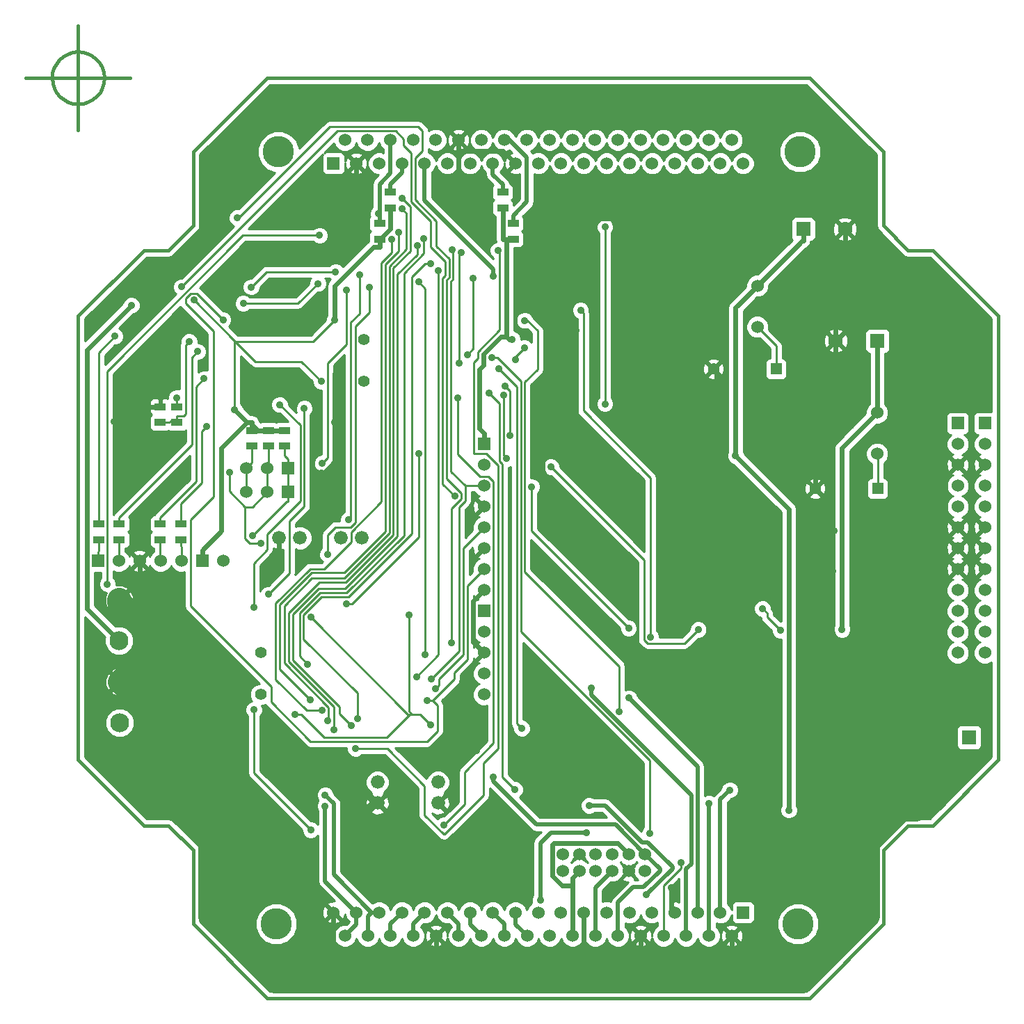
<source format=gbl>
G04 (created by PCBNEW-RS274X (2012-01-19 BZR 3256)-stable) date 11/12/2012 13:12:30*
G01*
G70*
G90*
%MOIN*%
G04 Gerber Fmt 3.4, Leading zero omitted, Abs format*
%FSLAX34Y34*%
G04 APERTURE LIST*
%ADD10C,0.006000*%
%ADD11C,0.015000*%
%ADD12R,0.055000X0.035000*%
%ADD13R,0.060000X0.060000*%
%ADD14C,0.060000*%
%ADD15C,0.066000*%
%ADD16C,0.150000*%
%ADD17R,0.055000X0.055000*%
%ADD18C,0.055000*%
%ADD19R,0.070000X0.070000*%
%ADD20C,0.070000*%
%ADD21C,0.090600*%
%ADD22C,0.035000*%
%ADD23C,0.023600*%
%ADD24C,0.019800*%
%ADD25C,0.010000*%
%ADD26C,0.118200*%
G04 APERTURE END LIST*
G54D10*
G54D11*
X01250Y00000D02*
X01226Y-00242D01*
X01155Y-00476D01*
X01041Y-00691D01*
X00886Y-00880D01*
X00698Y-01036D01*
X00484Y-01152D01*
X00251Y-01224D01*
X00008Y-01249D01*
X-00234Y-01227D01*
X-00468Y-01158D01*
X-00684Y-01045D01*
X-00874Y-00893D01*
X-01031Y-00706D01*
X-01148Y-00492D01*
X-01222Y-00259D01*
X-01249Y-00017D01*
X-01229Y00225D01*
X-01162Y00460D01*
X-01050Y00677D01*
X-00899Y00868D01*
X-00713Y01026D01*
X-00500Y01145D01*
X-00268Y01220D01*
X-00026Y01249D01*
X00217Y01231D01*
X00452Y01165D01*
X00669Y01055D01*
X00862Y00905D01*
X01021Y00720D01*
X01141Y00508D01*
X01218Y00276D01*
X01249Y00034D01*
X01250Y00000D01*
X-02500Y00000D02*
X02500Y00000D01*
X00000Y02500D02*
X00000Y-02500D01*
X05512Y-03543D02*
X09055Y00000D01*
X05512Y-07087D02*
X05512Y-03543D01*
X04331Y-08268D02*
X05512Y-07087D01*
X03149Y-08268D02*
X04331Y-08268D01*
X00000Y-11417D02*
X03149Y-08268D01*
X00000Y-32677D02*
X00000Y-11417D01*
X03150Y-35827D02*
X00000Y-32677D01*
X04331Y-35827D02*
X03150Y-35827D01*
X05512Y-37008D02*
X04331Y-35827D01*
X05512Y-40551D02*
X05512Y-37008D01*
X09055Y-44094D02*
X05512Y-40551D01*
X35040Y-44094D02*
X09055Y-44094D01*
X38583Y-40551D02*
X35040Y-44094D01*
X38583Y-37007D02*
X38583Y-40551D01*
X39764Y-35826D02*
X38583Y-37007D01*
X40945Y-35826D02*
X39764Y-35826D01*
X44094Y-32677D02*
X40945Y-35826D01*
X44094Y-11417D02*
X44094Y-32677D01*
X40945Y-08268D02*
X44094Y-11417D01*
X39764Y-08268D02*
X40945Y-08268D01*
X38583Y-07087D02*
X39764Y-08268D01*
X38583Y-03543D02*
X38583Y-07087D01*
X35040Y00000D02*
X38583Y-03543D01*
X09055Y00000D02*
X35040Y00000D01*
G54D12*
X09899Y-16898D03*
X09899Y-17648D03*
X09112Y-16898D03*
X09112Y-17648D03*
X08324Y-16898D03*
X08324Y-17648D03*
X03937Y-22127D03*
X03937Y-21377D03*
X04922Y-22127D03*
X04922Y-21377D03*
X00985Y-22127D03*
X00985Y-21377D03*
X01969Y-22127D03*
X01969Y-21377D03*
X14442Y-07727D03*
X14442Y-06977D03*
X14942Y-06227D03*
X14942Y-05477D03*
X20342Y-06227D03*
X20342Y-05477D03*
X20842Y-07727D03*
X20842Y-06977D03*
G54D13*
X00942Y-23152D03*
G54D14*
X01942Y-23152D03*
X02942Y-23152D03*
X03942Y-23152D03*
X04942Y-23152D03*
G54D13*
X19442Y-25552D03*
G54D14*
X19442Y-26552D03*
X19442Y-27552D03*
X19442Y-28552D03*
X19442Y-29552D03*
G54D13*
X10067Y-18702D03*
G54D14*
X09067Y-18702D03*
X08067Y-18702D03*
G54D13*
X10067Y-19852D03*
G54D14*
X09067Y-19852D03*
X08067Y-19852D03*
G54D13*
X05942Y-23152D03*
G54D14*
X06942Y-23152D03*
G54D15*
X17242Y-33752D03*
X17242Y-34752D03*
X14342Y-33752D03*
X14342Y-34752D03*
X10639Y-22047D03*
X09639Y-22047D03*
X13591Y-22047D03*
X12591Y-22047D03*
G54D13*
X12238Y-04103D03*
G54D14*
X13328Y-04103D03*
X14418Y-04103D03*
X15508Y-04103D03*
X16598Y-04103D03*
X17688Y-04103D03*
X18778Y-04103D03*
X19868Y-04103D03*
X20958Y-04103D03*
G54D16*
X09598Y-03543D03*
X34598Y-03543D03*
G54D14*
X22048Y-04103D03*
X23138Y-04103D03*
X24228Y-04103D03*
X25318Y-04103D03*
X26408Y-04103D03*
X27498Y-04103D03*
X28588Y-04103D03*
X29678Y-04103D03*
X30768Y-04103D03*
X31858Y-04103D03*
X12778Y-02983D03*
X13868Y-02983D03*
X14958Y-02983D03*
X16048Y-02983D03*
X17138Y-02983D03*
X18228Y-02983D03*
X19318Y-02983D03*
X20408Y-02983D03*
X21498Y-02983D03*
X22588Y-02983D03*
X23678Y-02983D03*
X24768Y-02983D03*
X25858Y-02983D03*
X26948Y-02983D03*
X28038Y-02983D03*
X29128Y-02983D03*
X30218Y-02983D03*
X31308Y-02983D03*
G54D13*
X31858Y-39991D03*
G54D14*
X30768Y-39991D03*
X29678Y-39991D03*
X28588Y-39991D03*
X27498Y-39991D03*
X26408Y-39991D03*
X25318Y-39991D03*
X24228Y-39991D03*
X23138Y-39991D03*
G54D16*
X34498Y-40551D03*
X09498Y-40551D03*
G54D14*
X22048Y-39991D03*
X20958Y-39991D03*
X19868Y-39991D03*
X18778Y-39991D03*
X17688Y-39991D03*
X16598Y-39991D03*
X15508Y-39991D03*
X14418Y-39991D03*
X13328Y-39991D03*
X12238Y-39991D03*
X31318Y-41111D03*
X30228Y-41111D03*
X29138Y-41111D03*
X28048Y-41111D03*
X26958Y-41111D03*
X25868Y-41111D03*
X24778Y-41111D03*
X23688Y-41111D03*
X22598Y-41111D03*
X21508Y-41111D03*
X20418Y-41111D03*
X19328Y-41111D03*
X18238Y-41111D03*
X17148Y-41111D03*
X16058Y-41111D03*
X14968Y-41111D03*
X13878Y-41111D03*
X12788Y-41111D03*
G54D17*
X33442Y-13952D03*
G54D18*
X30442Y-13952D03*
G54D17*
X38311Y-19685D03*
G54D18*
X35311Y-19685D03*
G54D19*
X42693Y-31595D03*
G54D20*
X40693Y-31595D03*
G54D18*
X08742Y-29552D03*
X08742Y-27552D03*
X13699Y-12533D03*
X13699Y-14533D03*
G54D13*
X43442Y-16552D03*
G54D14*
X43442Y-17552D03*
X43442Y-18552D03*
X43442Y-19552D03*
X43442Y-20552D03*
X43442Y-21552D03*
X43442Y-22552D03*
X43442Y-23552D03*
X43442Y-24552D03*
X43442Y-25552D03*
X43442Y-26552D03*
X43442Y-27552D03*
G54D13*
X42142Y-16552D03*
G54D14*
X42142Y-17552D03*
X42142Y-18552D03*
X42142Y-19552D03*
X42142Y-20552D03*
X42142Y-21552D03*
X42142Y-22552D03*
X42142Y-23552D03*
X42142Y-24552D03*
X42142Y-25552D03*
X42142Y-26552D03*
X42142Y-27552D03*
X38288Y-18012D03*
X38288Y-16044D03*
X32542Y-11936D03*
X32542Y-09968D03*
X27166Y-37204D03*
X26378Y-37204D03*
X25591Y-37204D03*
X24803Y-37204D03*
X24016Y-37204D03*
X23228Y-37204D03*
X27166Y-37992D03*
X26378Y-37992D03*
X25591Y-37992D03*
X24803Y-37992D03*
X24016Y-37992D03*
X23228Y-37992D03*
G54D21*
X01969Y-26968D03*
X01969Y-25000D03*
X01988Y-30905D03*
X01988Y-28937D03*
G54D13*
X19442Y-17552D03*
G54D14*
X19442Y-18552D03*
X19442Y-19552D03*
X19442Y-20552D03*
X19442Y-21552D03*
X19442Y-22552D03*
X19442Y-23552D03*
X19442Y-24552D03*
G54D19*
X38303Y-12598D03*
G54D20*
X36303Y-12598D03*
G54D19*
X34742Y-07252D03*
G54D20*
X36742Y-07252D03*
G54D12*
X04725Y-15767D03*
X04725Y-16517D03*
X03937Y-15767D03*
X03937Y-16517D03*
G54D22*
X02549Y-10904D03*
X34049Y-35088D03*
X31505Y-18111D03*
X14392Y-06520D03*
X20927Y-34105D03*
X19702Y-15120D03*
X11142Y-36036D03*
X08426Y-30275D03*
X18194Y-15328D03*
X17537Y-35797D03*
X11837Y-34368D03*
X11835Y-34892D03*
X16707Y-29843D03*
X06942Y-11591D03*
X17109Y-29283D03*
X18042Y-20053D03*
X04950Y-10016D03*
X16919Y-28800D03*
X17921Y-08225D03*
X19878Y-09513D03*
X17890Y-27067D03*
X07619Y-06712D03*
X21399Y-11628D03*
X25929Y-30366D03*
X27389Y-36216D03*
X19823Y-13399D03*
X22142Y-39389D03*
X24367Y-36160D03*
X24487Y-34864D03*
X27219Y-39153D03*
X29713Y-26444D03*
X22650Y-18637D03*
X21378Y-12933D03*
X20522Y-18253D03*
X20385Y-15214D03*
X20945Y-13504D03*
X33642Y-26476D03*
X32796Y-25433D03*
X19892Y-33500D03*
X31228Y-34126D03*
X30228Y-34768D03*
X27425Y-26792D03*
X24077Y-11135D03*
X26398Y-29721D03*
X24592Y-29227D03*
X11700Y-18457D03*
X12845Y-10178D03*
X16636Y-27627D03*
X16312Y-09765D03*
X21264Y-31177D03*
X20141Y-13935D03*
X11961Y-22840D03*
X13951Y-10033D03*
X07909Y-10809D03*
X11486Y-09861D03*
X12333Y-09288D03*
X12960Y-21173D03*
X13475Y-09445D03*
X08296Y-10025D03*
X28891Y-37621D03*
X05735Y-13118D03*
X07256Y-18898D03*
X08743Y-22291D03*
X08351Y-21939D03*
X06166Y-16696D03*
X06030Y-14416D03*
X01772Y-12385D03*
X05317Y-12639D03*
X20701Y-17136D03*
X20451Y-14758D03*
X21715Y-19592D03*
X26375Y-26379D03*
X12859Y-25203D03*
X16312Y-17998D03*
X11139Y-29812D03*
X15370Y-07411D03*
X12268Y-31232D03*
X15528Y-05772D03*
X16245Y-08033D03*
X13102Y-31047D03*
X13381Y-30691D03*
X16899Y-08908D03*
X11681Y-30311D03*
X15026Y-07727D03*
X15510Y-06279D03*
X11952Y-30790D03*
X13292Y-32139D03*
X20125Y-08268D03*
X16208Y-28699D03*
X17271Y-09244D03*
X01402Y-24257D03*
X11570Y-07549D03*
X16569Y-07717D03*
X11003Y-28093D03*
X34680Y-31777D03*
X22614Y-14798D03*
X13701Y-33518D03*
X18605Y-06191D03*
X11655Y-18939D03*
X19093Y-32224D03*
X07326Y-37377D03*
X12292Y-16489D03*
X12647Y-13802D03*
X13163Y-35641D03*
X31105Y-29200D03*
X13945Y-36457D03*
X30599Y-21327D03*
X23861Y-12089D03*
X23014Y-34115D03*
X24096Y-33033D03*
X24105Y-08373D03*
X26278Y-07962D03*
X02633Y-13634D03*
X02871Y-15729D03*
X36742Y-09662D03*
X08275Y-09258D03*
X12364Y-07052D03*
X09224Y-23439D03*
X37815Y-35376D03*
X36152Y-23642D03*
X35734Y-25886D03*
X36507Y-32614D03*
X01710Y-16468D03*
X30599Y-16059D03*
X36215Y-21699D03*
X35630Y-17751D03*
X34953Y-28303D03*
X28420Y-38800D03*
X21131Y-31798D03*
X21391Y-33472D03*
X35671Y-30447D03*
X31880Y-28177D03*
X22292Y-18956D03*
X18817Y-29957D03*
X04726Y-15324D03*
X09659Y-15662D03*
X08413Y-25373D03*
X18270Y-13660D03*
X18371Y-08357D03*
X18642Y-13262D03*
X18920Y-09589D03*
X10837Y-15844D03*
X09109Y-24752D03*
X25242Y-07141D03*
X25242Y-15626D03*
X20785Y-12524D03*
X12292Y-11602D03*
X07492Y-15902D03*
X10392Y-30502D03*
X36606Y-26433D03*
X16892Y-31002D03*
X15842Y-25752D03*
X11642Y-14552D03*
X05542Y-10652D03*
X11142Y-25852D03*
G54D23*
X00426Y-13027D02*
X02549Y-10904D01*
X00426Y-25425D02*
X00426Y-13027D01*
X01969Y-26968D02*
X00426Y-25425D01*
X34049Y-35088D02*
X34049Y-20655D01*
X34049Y-20655D02*
X31505Y-18111D01*
X32542Y-09968D02*
X31505Y-11005D01*
X31505Y-11005D02*
X31505Y-18111D01*
X22712Y-38231D02*
X23197Y-38716D01*
X22712Y-36754D02*
X22712Y-38231D01*
X22780Y-36686D02*
X22712Y-36754D01*
X25860Y-36686D02*
X22780Y-36686D01*
X26378Y-37204D02*
X25860Y-36686D01*
X23683Y-38325D02*
X23683Y-38716D01*
X24016Y-37992D02*
X23683Y-38325D01*
X23683Y-41106D02*
X23688Y-41111D01*
X23683Y-38716D02*
X23683Y-41106D01*
X23197Y-38716D02*
X23683Y-38716D01*
X34742Y-07252D02*
X34742Y-07817D01*
X34742Y-07817D02*
X34693Y-07817D01*
X34693Y-07817D02*
X32542Y-09968D01*
G54D24*
X14442Y-06977D02*
X14442Y-06520D01*
X14958Y-04580D02*
X14958Y-02983D01*
X14442Y-06520D02*
X14442Y-05096D01*
X14442Y-06520D02*
X14392Y-06520D01*
X14442Y-05096D02*
X14958Y-04580D01*
X14942Y-05477D02*
X14942Y-05106D01*
X15508Y-04540D02*
X14942Y-05106D01*
X15508Y-04103D02*
X15508Y-04540D01*
X20342Y-05477D02*
X20342Y-05106D01*
X19868Y-04103D02*
X19868Y-04632D01*
X19868Y-04632D02*
X20342Y-05106D01*
X21503Y-03817D02*
X21503Y-05945D01*
X21503Y-05945D02*
X20842Y-06606D01*
X20842Y-06977D02*
X20842Y-06606D01*
X20408Y-02983D02*
X20669Y-02983D01*
X20669Y-02983D02*
X21503Y-03817D01*
G54D25*
X19702Y-15120D02*
X20194Y-15612D01*
X20194Y-15612D02*
X20194Y-18372D01*
X20194Y-18372D02*
X20315Y-18493D01*
X20315Y-18493D02*
X20315Y-33493D01*
X20315Y-33493D02*
X20927Y-34105D01*
G54D24*
X21508Y-41111D02*
X20958Y-40561D01*
X20958Y-40561D02*
X20958Y-39991D01*
X20418Y-40541D02*
X19868Y-39991D01*
X20418Y-41111D02*
X20418Y-40541D01*
G54D25*
X08426Y-30275D02*
X08426Y-33320D01*
X08426Y-33320D02*
X11142Y-36036D01*
G54D24*
X16058Y-40531D02*
X16598Y-39991D01*
X16058Y-41111D02*
X16058Y-40531D01*
X14968Y-41111D02*
X14968Y-40531D01*
X14968Y-40531D02*
X15508Y-39991D01*
G54D25*
X18521Y-34813D02*
X17537Y-35797D01*
X18521Y-33263D02*
X18521Y-34813D01*
X19662Y-19108D02*
X19905Y-19351D01*
X19905Y-31879D02*
X18521Y-33263D01*
X19269Y-19108D02*
X19662Y-19108D01*
X19905Y-19351D02*
X19905Y-31879D01*
X18194Y-18033D02*
X19269Y-19108D01*
X18194Y-15328D02*
X18194Y-18033D01*
G54D24*
X18778Y-40561D02*
X18778Y-39991D01*
X19328Y-41111D02*
X18778Y-40561D01*
X18238Y-41111D02*
X18238Y-40541D01*
X18238Y-40541D02*
X17688Y-39991D01*
X14063Y-39991D02*
X12256Y-38184D01*
X12256Y-38184D02*
X12256Y-34787D01*
X12256Y-34787D02*
X11837Y-34368D01*
X13878Y-41111D02*
X13878Y-40176D01*
X13878Y-40176D02*
X14063Y-39991D01*
X14063Y-39991D02*
X14418Y-39991D01*
X11835Y-38498D02*
X11835Y-34892D01*
X13328Y-39991D02*
X11835Y-38498D01*
X13328Y-40571D02*
X13328Y-39991D01*
X12788Y-41111D02*
X13328Y-40571D01*
G54D25*
X16998Y-29843D02*
X16707Y-29843D01*
X17222Y-31297D02*
X16719Y-31800D01*
X09242Y-29904D02*
X09242Y-29164D01*
X06483Y-12142D02*
X05154Y-10813D01*
X17222Y-30067D02*
X17222Y-31297D01*
X16998Y-29843D02*
X17222Y-30067D01*
X18029Y-28496D02*
X18029Y-28812D01*
X18029Y-28812D02*
X16998Y-29843D01*
X05680Y-10329D02*
X06942Y-11591D01*
X05384Y-21171D02*
X06483Y-20072D01*
X16719Y-31800D02*
X11138Y-31800D01*
X18660Y-27865D02*
X18029Y-28496D01*
X09242Y-29164D02*
X05384Y-25306D01*
X18660Y-24334D02*
X18660Y-27865D01*
X05154Y-10813D02*
X05154Y-10570D01*
X05384Y-25306D02*
X05384Y-21171D01*
X06483Y-20072D02*
X06483Y-12142D01*
X11138Y-31800D02*
X09242Y-29904D01*
X05154Y-10570D02*
X05395Y-10329D01*
X05395Y-10329D02*
X05680Y-10329D01*
X19442Y-23552D02*
X18660Y-24334D01*
X17590Y-09469D02*
X17590Y-08795D01*
X16900Y-08105D02*
X16900Y-06873D01*
X15212Y-02535D02*
X12431Y-02535D01*
X17590Y-08795D02*
X16900Y-08105D01*
X15600Y-03237D02*
X15600Y-02923D01*
X15600Y-02923D02*
X15212Y-02535D01*
X16900Y-06873D02*
X15956Y-05929D01*
X17470Y-09589D02*
X17590Y-09469D01*
X15956Y-05929D02*
X15956Y-03593D01*
X18042Y-20053D02*
X17470Y-19481D01*
X12431Y-02535D02*
X04950Y-10016D01*
X19442Y-21552D02*
X18455Y-22539D01*
X17291Y-29101D02*
X17109Y-29283D01*
X17291Y-28800D02*
X17291Y-29101D01*
X17470Y-19481D02*
X17470Y-09589D01*
X15956Y-03593D02*
X15600Y-03237D01*
X18455Y-22539D02*
X18455Y-27636D01*
X18455Y-27636D02*
X17291Y-28800D01*
X18246Y-27473D02*
X18246Y-20568D01*
X19442Y-19552D02*
X18549Y-19552D01*
X17853Y-18856D02*
X17853Y-09762D01*
X17853Y-09762D02*
X17972Y-09643D01*
X18246Y-20568D02*
X18549Y-20265D01*
X17972Y-08276D02*
X17921Y-08225D01*
X18549Y-20265D02*
X18549Y-19552D01*
X18549Y-19552D02*
X17853Y-18856D01*
X16919Y-28800D02*
X18246Y-27473D01*
X17972Y-09643D02*
X17972Y-08276D01*
G54D24*
X16598Y-04103D02*
X16598Y-05878D01*
X19878Y-09158D02*
X19878Y-09513D01*
X16598Y-05878D02*
X19878Y-09158D01*
G54D25*
X17172Y-08078D02*
X17172Y-06873D01*
X17890Y-20653D02*
X18358Y-20185D01*
X16150Y-03849D02*
X16496Y-03503D01*
X12062Y-02343D02*
X07693Y-06712D01*
X17662Y-09682D02*
X17781Y-09563D01*
X17890Y-27067D02*
X17890Y-20653D01*
X17172Y-06873D02*
X16150Y-05851D01*
X17781Y-09563D02*
X17781Y-08687D01*
X16302Y-02343D02*
X12062Y-02343D01*
X07693Y-06712D02*
X07619Y-06712D01*
X16496Y-03503D02*
X16496Y-02537D01*
X17781Y-08687D02*
X17172Y-08078D01*
X17662Y-19204D02*
X17662Y-09682D01*
X18358Y-20185D02*
X18358Y-19900D01*
X18358Y-19900D02*
X17662Y-19204D01*
X16150Y-05851D02*
X16150Y-03849D01*
X16496Y-02537D02*
X16302Y-02343D01*
X21399Y-11628D02*
X21530Y-11628D01*
X22008Y-13976D02*
X21398Y-14586D01*
X22008Y-12106D02*
X22008Y-13976D01*
X21398Y-14586D02*
X21399Y-14586D01*
X21399Y-23664D02*
X21399Y-14586D01*
X21530Y-11628D02*
X22008Y-12106D01*
X25929Y-28194D02*
X21399Y-23664D01*
X25929Y-30366D02*
X25929Y-28194D01*
X21208Y-14530D02*
X20077Y-13399D01*
X27389Y-36216D02*
X27389Y-32714D01*
X27389Y-32714D02*
X21208Y-26533D01*
X21208Y-26533D02*
X21208Y-14530D01*
X20077Y-13399D02*
X19823Y-13399D01*
G54D24*
X22650Y-36160D02*
X22142Y-36668D01*
X22142Y-36668D02*
X22142Y-39389D01*
X24367Y-36160D02*
X22650Y-36160D01*
X27219Y-39153D02*
X28479Y-37893D01*
X28479Y-37893D02*
X28479Y-37814D01*
X28479Y-37814D02*
X27301Y-36636D01*
X27017Y-36636D02*
X25245Y-34864D01*
X25245Y-34864D02*
X24487Y-34864D01*
X25591Y-37992D02*
X24778Y-38805D01*
X24778Y-38805D02*
X24778Y-41111D01*
X27301Y-36636D02*
X27017Y-36636D01*
G54D25*
X27109Y-26923D02*
X27294Y-27108D01*
X27294Y-27108D02*
X29049Y-27108D01*
X27109Y-23096D02*
X27109Y-26923D01*
X20945Y-13366D02*
X21378Y-12933D01*
X27109Y-23096D02*
X22650Y-18637D01*
X29049Y-27108D02*
X29713Y-26444D01*
X20945Y-13504D02*
X20945Y-13366D01*
X20522Y-18253D02*
X20385Y-18116D01*
X20385Y-18116D02*
X20385Y-15214D01*
X33642Y-26476D02*
X33012Y-25846D01*
X33012Y-25846D02*
X33012Y-25649D01*
X33012Y-25649D02*
X32796Y-25433D01*
G54D24*
X25868Y-39505D02*
X25868Y-41111D01*
X27881Y-37999D02*
X27098Y-38782D01*
X27166Y-37204D02*
X27881Y-37919D01*
X27098Y-38782D02*
X26591Y-38782D01*
X26591Y-38782D02*
X25868Y-39505D01*
X19892Y-33704D02*
X21967Y-35779D01*
X21967Y-35779D02*
X25741Y-35779D01*
X25741Y-35779D02*
X27166Y-37204D01*
X19892Y-33500D02*
X19892Y-33704D01*
X27881Y-37919D02*
X27881Y-37999D01*
X30768Y-39991D02*
X30768Y-34586D01*
X30768Y-34586D02*
X31228Y-34126D01*
X30228Y-41111D02*
X30228Y-34768D01*
G54D25*
X27425Y-19157D02*
X24211Y-15943D01*
X24211Y-11269D02*
X24077Y-11135D01*
X24211Y-15943D02*
X24211Y-11269D01*
X27425Y-26792D02*
X27425Y-19157D01*
G54D24*
X29678Y-39991D02*
X29678Y-33001D01*
X29678Y-33001D02*
X26398Y-29721D01*
X29138Y-41111D02*
X29138Y-37916D01*
X29138Y-37916D02*
X29382Y-37672D01*
X29382Y-37672D02*
X29382Y-34357D01*
X29382Y-34357D02*
X24592Y-29567D01*
X24592Y-29567D02*
X24592Y-29227D01*
G54D25*
X11969Y-13655D02*
X12845Y-12779D01*
X12845Y-12779D02*
X12845Y-10178D01*
X11969Y-18188D02*
X11969Y-13655D01*
X11700Y-18457D02*
X11969Y-18188D01*
X16636Y-10089D02*
X16312Y-09765D01*
X16636Y-27627D02*
X16636Y-10089D01*
X21017Y-30930D02*
X21017Y-14811D01*
X21017Y-14811D02*
X20141Y-13935D01*
X21264Y-31177D02*
X21017Y-30930D01*
X13057Y-21524D02*
X13277Y-21304D01*
X13277Y-21304D02*
X13277Y-11902D01*
X13277Y-11902D02*
X13951Y-11228D01*
X13951Y-11228D02*
X13951Y-10033D01*
X12334Y-21524D02*
X13057Y-21524D01*
X11961Y-21897D02*
X12334Y-21524D01*
X11961Y-22840D02*
X11961Y-21897D01*
X10538Y-10809D02*
X11486Y-09861D01*
X07909Y-10809D02*
X10538Y-10809D01*
X13064Y-11711D02*
X13475Y-11300D01*
X08296Y-10025D02*
X09033Y-09288D01*
X13475Y-11300D02*
X13475Y-09445D01*
X12960Y-21173D02*
X13064Y-21069D01*
X13064Y-21069D02*
X13064Y-11711D01*
X09033Y-09288D02*
X12333Y-09288D01*
X28048Y-41111D02*
X28048Y-38703D01*
X28048Y-38703D02*
X28891Y-37860D01*
X28891Y-37860D02*
X28891Y-37621D01*
X05735Y-13118D02*
X05457Y-13396D01*
X05457Y-13396D02*
X05457Y-17573D01*
X05457Y-17573D02*
X01969Y-21061D01*
X01969Y-21377D02*
X01969Y-21061D01*
X07256Y-19816D02*
X07256Y-18898D01*
X08743Y-22291D02*
X08230Y-22291D01*
X08230Y-22291D02*
X08001Y-22062D01*
X08001Y-22062D02*
X08001Y-20561D01*
X08001Y-20561D02*
X08358Y-20561D01*
X08358Y-20561D02*
X09067Y-19852D01*
X09067Y-19852D02*
X09067Y-18702D01*
X09112Y-18657D02*
X09112Y-17648D01*
X09067Y-18702D02*
X09112Y-18657D01*
X08001Y-20561D02*
X07256Y-19816D01*
X10067Y-18261D02*
X09899Y-18093D01*
X10067Y-18702D02*
X10067Y-18261D01*
X10067Y-18702D02*
X10067Y-19852D01*
X09899Y-18093D02*
X09899Y-17648D01*
X10067Y-19852D02*
X10067Y-20293D01*
X09997Y-20293D02*
X08351Y-21939D01*
X10067Y-20293D02*
X09997Y-20293D01*
X05934Y-16928D02*
X05934Y-19401D01*
X06166Y-16696D02*
X05934Y-16928D01*
X05934Y-19401D02*
X04922Y-20413D01*
X04922Y-20413D02*
X04922Y-21377D01*
X05649Y-14797D02*
X05649Y-19349D01*
X05649Y-19349D02*
X03937Y-21061D01*
X03937Y-21377D02*
X03937Y-21061D01*
X06030Y-14416D02*
X05649Y-14797D01*
X08324Y-18445D02*
X08324Y-17648D01*
X08067Y-18702D02*
X08324Y-18445D01*
X08067Y-19852D02*
X08067Y-18702D01*
X00985Y-21377D02*
X00985Y-13172D01*
X00985Y-13172D02*
X01772Y-12385D01*
X04725Y-16359D02*
X04725Y-16201D01*
X03937Y-16517D02*
X04353Y-16517D01*
X04725Y-16359D02*
X04511Y-16359D01*
X04511Y-16359D02*
X04353Y-16517D01*
X04725Y-16517D02*
X04725Y-16359D01*
X04725Y-16201D02*
X05041Y-16201D01*
X05041Y-16201D02*
X05152Y-16090D01*
X05152Y-16090D02*
X05152Y-12804D01*
X05152Y-12804D02*
X05317Y-12639D01*
X20701Y-17136D02*
X20701Y-15008D01*
X20701Y-15008D02*
X20451Y-14758D01*
X21715Y-21719D02*
X26375Y-26379D01*
X21715Y-19592D02*
X21715Y-21719D01*
X16312Y-22021D02*
X16312Y-17998D01*
X13130Y-25203D02*
X16312Y-22021D01*
X12859Y-25203D02*
X13130Y-25203D01*
X15370Y-08297D02*
X14724Y-08943D01*
X14724Y-08943D02*
X14724Y-21734D01*
X11196Y-23716D02*
X09658Y-25254D01*
X09658Y-25254D02*
X09658Y-28331D01*
X14724Y-21734D02*
X12742Y-23716D01*
X12742Y-23716D02*
X11196Y-23716D01*
X09658Y-28331D02*
X11139Y-29812D01*
X15370Y-07411D02*
X15370Y-08297D01*
X15528Y-05772D02*
X15920Y-06164D01*
X12268Y-30147D02*
X12268Y-31232D01*
X15920Y-06164D02*
X15920Y-08289D01*
X11553Y-24172D02*
X10091Y-25634D01*
X15106Y-21894D02*
X12828Y-24172D01*
X10091Y-27970D02*
X12268Y-30147D01*
X10091Y-25634D02*
X10091Y-27970D01*
X12828Y-24172D02*
X11553Y-24172D01*
X15106Y-09103D02*
X15106Y-21894D01*
X15920Y-08289D02*
X15106Y-09103D01*
X16245Y-08471D02*
X16245Y-08033D01*
X10284Y-27892D02*
X10284Y-25712D01*
X12537Y-30482D02*
X12537Y-30145D01*
X12537Y-30145D02*
X10284Y-27892D01*
X10284Y-25712D02*
X11515Y-24481D01*
X13102Y-31047D02*
X12537Y-30482D01*
X15298Y-21973D02*
X15298Y-09418D01*
X12790Y-24481D02*
X15298Y-21973D01*
X11515Y-24481D02*
X12790Y-24481D01*
X15298Y-09418D02*
X16245Y-08471D01*
X10805Y-26893D02*
X10805Y-25733D01*
X15995Y-09534D02*
X16621Y-08908D01*
X16621Y-08908D02*
X16899Y-08908D01*
X10805Y-25733D02*
X11661Y-24877D01*
X12943Y-24877D02*
X15995Y-21825D01*
X11661Y-24877D02*
X12943Y-24877D01*
X13381Y-30691D02*
X13381Y-29469D01*
X15995Y-21825D02*
X15995Y-09534D01*
X13381Y-29469D02*
X10805Y-26893D01*
X15026Y-07727D02*
X15026Y-08370D01*
X15026Y-08370D02*
X14533Y-08863D01*
X11794Y-23524D02*
X11117Y-23524D01*
X14533Y-20319D02*
X13094Y-21758D01*
X14533Y-08863D02*
X14533Y-20319D01*
X10955Y-30311D02*
X11681Y-30311D01*
X09467Y-28823D02*
X10955Y-30311D01*
X13094Y-22224D02*
X11794Y-23524D01*
X09467Y-25174D02*
X09467Y-28823D01*
X13094Y-21758D02*
X13094Y-22224D01*
X11117Y-23524D02*
X09467Y-25174D01*
X12748Y-23981D02*
X11202Y-23981D01*
X09877Y-25306D02*
X09877Y-28027D01*
X12005Y-30737D02*
X11952Y-30790D01*
X14915Y-21814D02*
X12748Y-23981D01*
X11202Y-23981D02*
X09877Y-25306D01*
X09877Y-28027D02*
X12005Y-30155D01*
X12005Y-30155D02*
X12005Y-30737D01*
X14915Y-09023D02*
X14915Y-21814D01*
X15510Y-06279D02*
X15729Y-06498D01*
X15729Y-06498D02*
X15729Y-08209D01*
X15729Y-08209D02*
X14915Y-09023D01*
X18949Y-13652D02*
X18949Y-17995D01*
X18949Y-17995D02*
X18955Y-18001D01*
X19552Y-18001D02*
X20123Y-18572D01*
X18955Y-18001D02*
X19552Y-18001D01*
X19150Y-13451D02*
X18949Y-13652D01*
X19428Y-34355D02*
X17553Y-36230D01*
X19150Y-13128D02*
X19150Y-13451D01*
X20201Y-08344D02*
X20201Y-12077D01*
X20125Y-08268D02*
X20201Y-08344D01*
X20201Y-12077D02*
X19150Y-13128D01*
X16605Y-33928D02*
X14816Y-32139D01*
X14816Y-32139D02*
X13292Y-32139D01*
X20123Y-18572D02*
X20123Y-32132D01*
X17513Y-36230D02*
X16605Y-35322D01*
X17553Y-36230D02*
X17513Y-36230D01*
X19428Y-32827D02*
X19428Y-34355D01*
X20123Y-32132D02*
X19428Y-32827D01*
X16605Y-35322D02*
X16605Y-33928D01*
X16208Y-28699D02*
X17271Y-27636D01*
X17271Y-27636D02*
X17271Y-09244D01*
X01388Y-14065D02*
X07904Y-07549D01*
X07904Y-07549D02*
X11570Y-07549D01*
X01402Y-16694D02*
X01388Y-16680D01*
X01402Y-24257D02*
X01402Y-16694D01*
X01388Y-16680D02*
X01388Y-14065D01*
X10613Y-25654D02*
X11594Y-24673D01*
X15613Y-09374D02*
X16569Y-08418D01*
X11003Y-28093D02*
X10613Y-27703D01*
X10613Y-27703D02*
X10613Y-25654D01*
X11594Y-24673D02*
X12869Y-24673D01*
X12869Y-24673D02*
X15613Y-21929D01*
X16569Y-08418D02*
X16569Y-07717D01*
X15613Y-21929D02*
X15613Y-09374D01*
G54D23*
X18817Y-28177D02*
X18817Y-29957D01*
X09639Y-23024D02*
X09224Y-23439D01*
G54D26*
X02008Y-28937D02*
X03288Y-30217D01*
X01988Y-28937D02*
X02008Y-28937D01*
G54D23*
X07077Y-37626D02*
X07326Y-37377D01*
X06339Y-37626D02*
X07077Y-37626D01*
X09639Y-22047D02*
X09639Y-23024D01*
X14052Y-34752D02*
X14052Y-34607D01*
X19442Y-27552D02*
X18817Y-28177D01*
X18926Y-25068D02*
X19442Y-24552D01*
X18926Y-27036D02*
X18926Y-25068D01*
X19442Y-27552D02*
X18926Y-27036D01*
X13163Y-35641D02*
X13945Y-36423D01*
X13701Y-34256D02*
X13701Y-33518D01*
X14052Y-34607D02*
X13701Y-34256D01*
X14342Y-34752D02*
X14052Y-34752D01*
X14052Y-34752D02*
X13163Y-35641D01*
X28420Y-39823D02*
X28420Y-38800D01*
X18817Y-31948D02*
X19093Y-32224D01*
X18817Y-29957D02*
X18817Y-31948D01*
X35734Y-24060D02*
X35734Y-25886D01*
X36152Y-23642D02*
X35734Y-24060D01*
X21391Y-32058D02*
X21131Y-31798D01*
X21391Y-33472D02*
X21391Y-32058D01*
X31105Y-28952D02*
X31880Y-28177D01*
X35671Y-29021D02*
X35671Y-30447D01*
X13945Y-36423D02*
X13945Y-36457D01*
X30599Y-16059D02*
X30599Y-21327D01*
X36303Y-17078D02*
X35630Y-17751D01*
X36303Y-12598D02*
X36303Y-17078D01*
X35311Y-18070D02*
X35311Y-19685D01*
X35630Y-17751D02*
X35311Y-18070D01*
X35671Y-30447D02*
X35671Y-30786D01*
X36152Y-21699D02*
X36215Y-21699D01*
X36152Y-20526D02*
X36152Y-21699D01*
X35311Y-19685D02*
X36152Y-20526D01*
X36152Y-21699D02*
X36152Y-23642D01*
G54D26*
X06339Y-36614D02*
X06339Y-37626D01*
X04607Y-34882D02*
X06339Y-36614D01*
X04095Y-34882D02*
X04607Y-34882D01*
X02107Y-32894D02*
X04095Y-34882D01*
X02107Y-32716D02*
X02107Y-32894D01*
X03288Y-31535D02*
X02107Y-32716D01*
X03288Y-30217D02*
X03288Y-31535D01*
G54D23*
X31105Y-29200D02*
X31105Y-28952D01*
X37815Y-33922D02*
X36507Y-32614D01*
X37815Y-35376D02*
X37815Y-33922D01*
X34953Y-28303D02*
X35671Y-29021D01*
X34953Y-26667D02*
X34953Y-28303D01*
X02411Y-15767D02*
X02633Y-15767D01*
X35671Y-30786D02*
X34680Y-31777D01*
X02633Y-15767D02*
X02633Y-13634D01*
X02909Y-15767D02*
X02871Y-15729D01*
X03937Y-15767D02*
X02909Y-15767D01*
G54D26*
X13519Y-43268D02*
X17148Y-43268D01*
G54D23*
X13328Y-06088D02*
X12364Y-07052D01*
X08275Y-09258D02*
X09039Y-08494D01*
X12292Y-14157D02*
X12292Y-16489D01*
X12647Y-13802D02*
X12292Y-14157D01*
X13519Y-43268D02*
X12238Y-41987D01*
X09039Y-08494D02*
X11644Y-08494D01*
X12238Y-41987D02*
X12238Y-39991D01*
X11644Y-08494D02*
X12364Y-07774D01*
X12364Y-07774D02*
X12364Y-07052D01*
X01710Y-16468D02*
X02411Y-15767D01*
X13328Y-04103D02*
X13328Y-06088D01*
G54D26*
X09429Y-43268D02*
X13519Y-43268D01*
X06339Y-40178D02*
X09429Y-43268D01*
X06339Y-37626D02*
X06339Y-40178D01*
G54D23*
X22614Y-14798D02*
X22614Y-13336D01*
X22260Y-15152D02*
X22614Y-14798D01*
X22260Y-18924D02*
X22260Y-15152D01*
X22292Y-18956D02*
X22260Y-18924D01*
X20365Y-03510D02*
X20958Y-04103D01*
X18228Y-02983D02*
X18228Y-03510D01*
X18228Y-05814D02*
X18605Y-06191D01*
X18228Y-03510D02*
X18228Y-05814D01*
X24105Y-07664D02*
X24105Y-08373D01*
X25019Y-06750D02*
X24105Y-07664D01*
X25633Y-06750D02*
X25019Y-06750D01*
X26278Y-07395D02*
X25633Y-06750D01*
X26278Y-07962D02*
X26278Y-07395D01*
X35734Y-25886D02*
X34953Y-26667D01*
X22614Y-13336D02*
X23861Y-12089D01*
X02909Y-15767D02*
X02633Y-15767D01*
X23166Y-09312D02*
X24105Y-08373D01*
X23166Y-11394D02*
X23166Y-09312D01*
X23861Y-12089D02*
X23166Y-11394D01*
X12292Y-18417D02*
X12292Y-16489D01*
X18228Y-03510D02*
X20365Y-03510D01*
X11770Y-18939D02*
X12292Y-18417D01*
X11655Y-18939D02*
X11770Y-18939D01*
X23014Y-34115D02*
X24096Y-33033D01*
X28588Y-39991D02*
X28420Y-39823D01*
X42042Y-21552D02*
X41542Y-21052D01*
X41542Y-19152D02*
X42142Y-18552D01*
X41542Y-21052D02*
X41542Y-19152D01*
X42142Y-21552D02*
X42042Y-21552D01*
G54D26*
X03248Y-27677D02*
X01988Y-28937D01*
X01969Y-25099D02*
X03248Y-26378D01*
X01969Y-25000D02*
X01969Y-25099D01*
X37815Y-40138D02*
X37815Y-36653D01*
X34685Y-43268D02*
X37815Y-40138D01*
X03248Y-26378D02*
X03248Y-27677D01*
X40693Y-34485D02*
X40693Y-31595D01*
X40139Y-35039D02*
X40693Y-34485D01*
X39429Y-35039D02*
X40139Y-35039D01*
X37815Y-36653D02*
X39429Y-35039D01*
G54D23*
X37815Y-36653D02*
X37815Y-35376D01*
X30599Y-14109D02*
X30599Y-16059D01*
G54D26*
X32138Y-43268D02*
X34685Y-43268D01*
G54D23*
X30442Y-13952D02*
X30599Y-14109D01*
X26958Y-43268D02*
X26958Y-41111D01*
G54D26*
X26958Y-43268D02*
X32138Y-43268D01*
G54D23*
X36742Y-07252D02*
X36742Y-09662D01*
X36303Y-10101D02*
X36303Y-12598D01*
X36742Y-09662D02*
X36303Y-10101D01*
X31318Y-42448D02*
X31318Y-41111D01*
X32138Y-43268D02*
X31318Y-42448D01*
G54D26*
X17148Y-43268D02*
X24233Y-43268D01*
X24233Y-43268D02*
X26958Y-43268D01*
G54D23*
X24233Y-39996D02*
X24228Y-39991D01*
X24233Y-43268D02*
X24233Y-39996D01*
X17148Y-43268D02*
X17148Y-41111D01*
X02942Y-24027D02*
X01969Y-25000D01*
X02942Y-23152D02*
X02942Y-24027D01*
G54D25*
X38288Y-18012D02*
X38311Y-18035D01*
X38311Y-18035D02*
X38311Y-19685D01*
X04726Y-15451D02*
X04725Y-15451D01*
X04725Y-15767D02*
X04725Y-15451D01*
X04726Y-15324D02*
X04726Y-15451D01*
X09659Y-15662D02*
X10646Y-16649D01*
X09060Y-21864D02*
X09060Y-22608D01*
X10646Y-16649D02*
X10646Y-20278D01*
X08413Y-23255D02*
X08413Y-25373D01*
X09060Y-22608D02*
X08413Y-23255D01*
X10646Y-20278D02*
X09060Y-21864D01*
X18371Y-08357D02*
X18270Y-08458D01*
X18270Y-08458D02*
X18270Y-13660D01*
X18920Y-09589D02*
X18920Y-12984D01*
X18920Y-12984D02*
X18642Y-13262D01*
X10117Y-23744D02*
X10117Y-21252D01*
X10837Y-20532D02*
X10837Y-15844D01*
X10117Y-21252D02*
X10837Y-20532D01*
X09109Y-24752D02*
X10117Y-23744D01*
X03942Y-23152D02*
X03937Y-23147D01*
X03937Y-23147D02*
X03937Y-22127D01*
X04942Y-22463D02*
X04922Y-22443D01*
X04942Y-23152D02*
X04942Y-22463D01*
X04922Y-22127D02*
X04922Y-22443D01*
X01942Y-23152D02*
X01969Y-23125D01*
X01969Y-23125D02*
X01969Y-22127D01*
X33442Y-12836D02*
X33442Y-13952D01*
X32542Y-11936D02*
X33442Y-12836D01*
X00942Y-23152D02*
X00942Y-22711D01*
X00942Y-22711D02*
X00985Y-22668D01*
X00985Y-22668D02*
X00985Y-22127D01*
X25242Y-07141D02*
X25242Y-15626D01*
G54D23*
X09112Y-16898D02*
X08622Y-16898D01*
X08324Y-16703D02*
X08427Y-16703D01*
X08427Y-16703D02*
X08622Y-16898D01*
X08324Y-16703D02*
X08324Y-16508D01*
X08324Y-16898D02*
X08324Y-16703D01*
X08098Y-16508D02*
X08324Y-16508D01*
X07492Y-15902D02*
X08098Y-16508D01*
X14942Y-06227D02*
X14942Y-07248D01*
X14942Y-07248D02*
X14463Y-07727D01*
X14463Y-07727D02*
X14442Y-07727D01*
X14442Y-07727D02*
X14442Y-08117D01*
X38303Y-12598D02*
X38303Y-16029D01*
X38288Y-16044D02*
X36606Y-17726D01*
X38303Y-16029D02*
X38288Y-16044D01*
X20666Y-12524D02*
X20785Y-12524D01*
X36606Y-17726D02*
X36606Y-26433D01*
X20537Y-12395D02*
X20666Y-12524D01*
X12292Y-09974D02*
X12292Y-11602D01*
X08098Y-16508D02*
X06866Y-17740D01*
X06866Y-17740D02*
X06866Y-21713D01*
X06866Y-21713D02*
X05942Y-22637D01*
X14149Y-08117D02*
X12292Y-09974D01*
X14442Y-08117D02*
X14149Y-08117D01*
X19415Y-13238D02*
X20258Y-12395D01*
X20597Y-07727D02*
X20537Y-07787D01*
X20537Y-07787D02*
X20537Y-12395D01*
X19442Y-17037D02*
X19215Y-16810D01*
X19215Y-16810D02*
X19215Y-13964D01*
X19215Y-13964D02*
X19415Y-13764D01*
X19415Y-13764D02*
X19415Y-13238D01*
X20258Y-12395D02*
X20537Y-12395D01*
G54D25*
X07492Y-12602D02*
X07492Y-15902D01*
X10692Y-13602D02*
X11642Y-14552D01*
X05542Y-10652D02*
X07492Y-12602D01*
X10392Y-30502D02*
X10692Y-30502D01*
X10692Y-30502D02*
X11792Y-31602D01*
X15842Y-30352D02*
X15842Y-25752D01*
X14792Y-31602D02*
X15892Y-30502D01*
X11792Y-31602D02*
X14792Y-31602D01*
X11267Y-12627D02*
X12292Y-11602D01*
X16392Y-30502D02*
X15992Y-30502D01*
X07517Y-12627D02*
X11267Y-12627D01*
X05542Y-10652D02*
X07492Y-12602D01*
X15992Y-30502D02*
X15842Y-30352D01*
X16892Y-31002D02*
X16392Y-30502D01*
G54D23*
X09112Y-16898D02*
X09899Y-16898D01*
G54D25*
X07492Y-12602D02*
X07517Y-12627D01*
X15892Y-30502D02*
X15792Y-30502D01*
X15792Y-30502D02*
X11142Y-25852D01*
X15992Y-30502D02*
X15892Y-30502D01*
X07517Y-12627D02*
X08492Y-13602D01*
X08492Y-13602D02*
X10692Y-13602D01*
G54D23*
X19442Y-17552D02*
X19442Y-17037D01*
X20842Y-07727D02*
X20597Y-07727D01*
X20597Y-07727D02*
X20352Y-07727D01*
X20342Y-06227D02*
X20342Y-06617D01*
X20352Y-07727D02*
X20352Y-06627D01*
X20352Y-06627D02*
X20342Y-06617D01*
X05942Y-23152D02*
X05942Y-22637D01*
G54D10*
G36*
X06183Y-14019D02*
X06115Y-13991D01*
X05946Y-13991D01*
X05790Y-14055D01*
X05757Y-14088D01*
X05757Y-13543D01*
X05819Y-13543D01*
X05975Y-13479D01*
X06095Y-13359D01*
X06160Y-13203D01*
X06160Y-13034D01*
X06096Y-12878D01*
X05976Y-12758D01*
X05820Y-12693D01*
X05742Y-12693D01*
X05742Y-12555D01*
X05678Y-12399D01*
X05558Y-12279D01*
X05402Y-12214D01*
X05233Y-12214D01*
X05077Y-12278D01*
X04957Y-12398D01*
X04892Y-12554D01*
X04892Y-12663D01*
X04875Y-12689D01*
X04852Y-12804D01*
X04852Y-14916D01*
X04811Y-14899D01*
X04642Y-14899D01*
X04486Y-14963D01*
X04366Y-15083D01*
X04301Y-15239D01*
X04301Y-15359D01*
X04262Y-15343D01*
X04163Y-15343D01*
X04049Y-15342D01*
X03987Y-15404D01*
X03987Y-15667D01*
X03987Y-15717D01*
X03987Y-15817D01*
X03887Y-15817D01*
X03887Y-15717D01*
X03887Y-15404D01*
X03825Y-15342D01*
X03711Y-15343D01*
X03612Y-15343D01*
X03521Y-15381D01*
X03451Y-15451D01*
X03413Y-15543D01*
X03412Y-15655D01*
X03474Y-15717D01*
X03887Y-15717D01*
X03887Y-15817D01*
X03837Y-15817D01*
X03474Y-15817D01*
X03412Y-15879D01*
X03413Y-15991D01*
X03451Y-16083D01*
X03510Y-16142D01*
X03451Y-16201D01*
X03413Y-16292D01*
X03413Y-16391D01*
X03413Y-16741D01*
X03451Y-16833D01*
X03521Y-16903D01*
X03612Y-16941D01*
X03711Y-16941D01*
X04261Y-16941D01*
X04330Y-16912D01*
X04400Y-16941D01*
X04499Y-16941D01*
X05049Y-16941D01*
X05141Y-16903D01*
X05157Y-16887D01*
X05157Y-17448D01*
X01757Y-20849D01*
X01702Y-20931D01*
X01702Y-16694D01*
X01701Y-16693D01*
X01688Y-16625D01*
X01688Y-16624D01*
X01688Y-14189D01*
X04905Y-10971D01*
X04942Y-11025D01*
X06183Y-12266D01*
X06183Y-14019D01*
X06183Y-14019D01*
G37*
G54D25*
X06183Y-14019D02*
X06115Y-13991D01*
X05946Y-13991D01*
X05790Y-14055D01*
X05757Y-14088D01*
X05757Y-13543D01*
X05819Y-13543D01*
X05975Y-13479D01*
X06095Y-13359D01*
X06160Y-13203D01*
X06160Y-13034D01*
X06096Y-12878D01*
X05976Y-12758D01*
X05820Y-12693D01*
X05742Y-12693D01*
X05742Y-12555D01*
X05678Y-12399D01*
X05558Y-12279D01*
X05402Y-12214D01*
X05233Y-12214D01*
X05077Y-12278D01*
X04957Y-12398D01*
X04892Y-12554D01*
X04892Y-12663D01*
X04875Y-12689D01*
X04852Y-12804D01*
X04852Y-14916D01*
X04811Y-14899D01*
X04642Y-14899D01*
X04486Y-14963D01*
X04366Y-15083D01*
X04301Y-15239D01*
X04301Y-15359D01*
X04262Y-15343D01*
X04163Y-15343D01*
X04049Y-15342D01*
X03987Y-15404D01*
X03987Y-15667D01*
X03987Y-15717D01*
X03987Y-15817D01*
X03887Y-15817D01*
X03887Y-15717D01*
X03887Y-15404D01*
X03825Y-15342D01*
X03711Y-15343D01*
X03612Y-15343D01*
X03521Y-15381D01*
X03451Y-15451D01*
X03413Y-15543D01*
X03412Y-15655D01*
X03474Y-15717D01*
X03887Y-15717D01*
X03887Y-15817D01*
X03837Y-15817D01*
X03474Y-15817D01*
X03412Y-15879D01*
X03413Y-15991D01*
X03451Y-16083D01*
X03510Y-16142D01*
X03451Y-16201D01*
X03413Y-16292D01*
X03413Y-16391D01*
X03413Y-16741D01*
X03451Y-16833D01*
X03521Y-16903D01*
X03612Y-16941D01*
X03711Y-16941D01*
X04261Y-16941D01*
X04330Y-16912D01*
X04400Y-16941D01*
X04499Y-16941D01*
X05049Y-16941D01*
X05141Y-16903D01*
X05157Y-16887D01*
X05157Y-17448D01*
X01757Y-20849D01*
X01702Y-20931D01*
X01702Y-16694D01*
X01701Y-16693D01*
X01688Y-16625D01*
X01688Y-16624D01*
X01688Y-14189D01*
X04905Y-10971D01*
X04942Y-11025D01*
X06183Y-12266D01*
X06183Y-14019D01*
G54D10*
G36*
X09710Y-22047D02*
X09639Y-22118D01*
X09568Y-22047D01*
X09639Y-21976D01*
X09710Y-22047D01*
X09710Y-22047D01*
G37*
G54D25*
X09710Y-22047D02*
X09639Y-22118D01*
X09568Y-22047D01*
X09639Y-21976D01*
X09710Y-22047D01*
G54D10*
G36*
X09817Y-23619D02*
X09109Y-24327D01*
X09025Y-24327D01*
X08869Y-24391D01*
X08749Y-24511D01*
X08713Y-24597D01*
X08713Y-23379D01*
X09271Y-22821D01*
X09271Y-22820D01*
X09272Y-22820D01*
X09336Y-22723D01*
X09337Y-22723D01*
X09359Y-22609D01*
X09360Y-22608D01*
X09360Y-22549D01*
X09553Y-22620D01*
X09778Y-22609D01*
X09817Y-22592D01*
X09817Y-23619D01*
X09817Y-23619D01*
G37*
G54D25*
X09817Y-23619D02*
X09109Y-24327D01*
X09025Y-24327D01*
X08869Y-24391D01*
X08749Y-24511D01*
X08713Y-24597D01*
X08713Y-23379D01*
X09271Y-22821D01*
X09271Y-22820D01*
X09272Y-22820D01*
X09336Y-22723D01*
X09337Y-22723D01*
X09359Y-22609D01*
X09360Y-22608D01*
X09360Y-22549D01*
X09553Y-22620D01*
X09778Y-22609D01*
X09817Y-22592D01*
X09817Y-23619D01*
G54D10*
G36*
X12662Y-22047D02*
X12591Y-22118D01*
X12520Y-22047D01*
X12591Y-21976D01*
X12662Y-22047D01*
X12662Y-22047D01*
G37*
G54D25*
X12662Y-22047D02*
X12591Y-22118D01*
X12520Y-22047D01*
X12591Y-21976D01*
X12662Y-22047D01*
G54D10*
G36*
X12764Y-20793D02*
X12720Y-20812D01*
X12600Y-20932D01*
X12535Y-21088D01*
X12535Y-21224D01*
X12334Y-21224D01*
X12219Y-21247D01*
X12122Y-21312D01*
X11749Y-21685D01*
X11684Y-21782D01*
X11661Y-21897D01*
X11661Y-22539D01*
X11601Y-22599D01*
X11536Y-22755D01*
X11536Y-22924D01*
X11600Y-23080D01*
X11707Y-23187D01*
X11670Y-23224D01*
X11117Y-23224D01*
X11002Y-23247D01*
X10905Y-23312D01*
X10403Y-23814D01*
X10416Y-23744D01*
X10417Y-23744D01*
X10417Y-22582D01*
X10523Y-22627D01*
X10754Y-22627D01*
X10967Y-22539D01*
X11130Y-22376D01*
X11219Y-22163D01*
X11219Y-21932D01*
X11131Y-21719D01*
X10968Y-21556D01*
X10755Y-21467D01*
X10524Y-21467D01*
X10417Y-21511D01*
X10417Y-21376D01*
X11049Y-20744D01*
X11114Y-20647D01*
X11137Y-20532D01*
X11137Y-16145D01*
X11197Y-16085D01*
X11262Y-15929D01*
X11262Y-15760D01*
X11198Y-15604D01*
X11078Y-15484D01*
X10922Y-15419D01*
X10753Y-15419D01*
X10597Y-15483D01*
X10477Y-15603D01*
X10412Y-15759D01*
X10412Y-15928D01*
X10455Y-16033D01*
X10084Y-15662D01*
X10084Y-15578D01*
X10020Y-15422D01*
X09900Y-15302D01*
X09744Y-15237D01*
X09575Y-15237D01*
X09419Y-15301D01*
X09299Y-15421D01*
X09234Y-15577D01*
X09234Y-15746D01*
X09298Y-15902D01*
X09418Y-16022D01*
X09574Y-16087D01*
X09659Y-16087D01*
X10046Y-16474D01*
X09575Y-16474D01*
X09505Y-16502D01*
X09437Y-16474D01*
X09338Y-16474D01*
X08788Y-16474D01*
X08738Y-16494D01*
X08687Y-16443D01*
X08677Y-16436D01*
X08664Y-16367D01*
X08584Y-16248D01*
X08465Y-16168D01*
X08324Y-16140D01*
X08250Y-16140D01*
X07909Y-15799D01*
X07853Y-15662D01*
X07792Y-15601D01*
X07792Y-13326D01*
X08279Y-13814D01*
X08280Y-13814D01*
X08377Y-13879D01*
X08491Y-13901D01*
X08492Y-13902D01*
X10568Y-13902D01*
X11217Y-14551D01*
X11217Y-14636D01*
X11281Y-14792D01*
X11401Y-14912D01*
X11557Y-14977D01*
X11669Y-14977D01*
X11669Y-18032D01*
X11616Y-18032D01*
X11460Y-18096D01*
X11340Y-18216D01*
X11275Y-18372D01*
X11275Y-18541D01*
X11339Y-18697D01*
X11459Y-18817D01*
X11615Y-18882D01*
X11784Y-18882D01*
X11940Y-18818D01*
X12060Y-18698D01*
X12125Y-18542D01*
X12125Y-18456D01*
X12181Y-18400D01*
X12246Y-18303D01*
X12269Y-18188D01*
X12269Y-13779D01*
X12764Y-13284D01*
X12764Y-20793D01*
X12764Y-20793D01*
G37*
G54D25*
X12764Y-20793D02*
X12720Y-20812D01*
X12600Y-20932D01*
X12535Y-21088D01*
X12535Y-21224D01*
X12334Y-21224D01*
X12219Y-21247D01*
X12122Y-21312D01*
X11749Y-21685D01*
X11684Y-21782D01*
X11661Y-21897D01*
X11661Y-22539D01*
X11601Y-22599D01*
X11536Y-22755D01*
X11536Y-22924D01*
X11600Y-23080D01*
X11707Y-23187D01*
X11670Y-23224D01*
X11117Y-23224D01*
X11002Y-23247D01*
X10905Y-23312D01*
X10403Y-23814D01*
X10416Y-23744D01*
X10417Y-23744D01*
X10417Y-22582D01*
X10523Y-22627D01*
X10754Y-22627D01*
X10967Y-22539D01*
X11130Y-22376D01*
X11219Y-22163D01*
X11219Y-21932D01*
X11131Y-21719D01*
X10968Y-21556D01*
X10755Y-21467D01*
X10524Y-21467D01*
X10417Y-21511D01*
X10417Y-21376D01*
X11049Y-20744D01*
X11114Y-20647D01*
X11137Y-20532D01*
X11137Y-16145D01*
X11197Y-16085D01*
X11262Y-15929D01*
X11262Y-15760D01*
X11198Y-15604D01*
X11078Y-15484D01*
X10922Y-15419D01*
X10753Y-15419D01*
X10597Y-15483D01*
X10477Y-15603D01*
X10412Y-15759D01*
X10412Y-15928D01*
X10455Y-16033D01*
X10084Y-15662D01*
X10084Y-15578D01*
X10020Y-15422D01*
X09900Y-15302D01*
X09744Y-15237D01*
X09575Y-15237D01*
X09419Y-15301D01*
X09299Y-15421D01*
X09234Y-15577D01*
X09234Y-15746D01*
X09298Y-15902D01*
X09418Y-16022D01*
X09574Y-16087D01*
X09659Y-16087D01*
X10046Y-16474D01*
X09575Y-16474D01*
X09505Y-16502D01*
X09437Y-16474D01*
X09338Y-16474D01*
X08788Y-16474D01*
X08738Y-16494D01*
X08687Y-16443D01*
X08677Y-16436D01*
X08664Y-16367D01*
X08584Y-16248D01*
X08465Y-16168D01*
X08324Y-16140D01*
X08250Y-16140D01*
X07909Y-15799D01*
X07853Y-15662D01*
X07792Y-15601D01*
X07792Y-13326D01*
X08279Y-13814D01*
X08280Y-13814D01*
X08377Y-13879D01*
X08491Y-13901D01*
X08492Y-13902D01*
X10568Y-13902D01*
X11217Y-14551D01*
X11217Y-14636D01*
X11281Y-14792D01*
X11401Y-14912D01*
X11557Y-14977D01*
X11669Y-14977D01*
X11669Y-18032D01*
X11616Y-18032D01*
X11460Y-18096D01*
X11340Y-18216D01*
X11275Y-18372D01*
X11275Y-18541D01*
X11339Y-18697D01*
X11459Y-18817D01*
X11615Y-18882D01*
X11784Y-18882D01*
X11940Y-18818D01*
X12060Y-18698D01*
X12125Y-18542D01*
X12125Y-18456D01*
X12181Y-18400D01*
X12246Y-18303D01*
X12269Y-18188D01*
X12269Y-13779D01*
X12764Y-13284D01*
X12764Y-20793D01*
G54D10*
G36*
X14609Y-03588D02*
X14527Y-03554D01*
X14309Y-03554D01*
X14107Y-03638D01*
X13953Y-03792D01*
X13869Y-03994D01*
X13869Y-04143D01*
X13860Y-03969D01*
X13800Y-03822D01*
X13706Y-03795D01*
X13636Y-03865D01*
X13636Y-03725D01*
X13609Y-03631D01*
X13407Y-03560D01*
X13194Y-03571D01*
X13047Y-03631D01*
X13020Y-03725D01*
X13328Y-04032D01*
X13636Y-03725D01*
X13636Y-03865D01*
X13399Y-04103D01*
X13706Y-04411D01*
X13800Y-04384D01*
X13869Y-04187D01*
X13869Y-04212D01*
X13953Y-04414D01*
X14107Y-04568D01*
X14309Y-04652D01*
X14392Y-04652D01*
X14195Y-04849D01*
X14120Y-04962D01*
X14093Y-05096D01*
X14093Y-06218D01*
X14032Y-06279D01*
X13967Y-06435D01*
X13967Y-06604D01*
X13980Y-06636D01*
X13956Y-06661D01*
X13918Y-06752D01*
X13918Y-06851D01*
X13918Y-07201D01*
X13956Y-07293D01*
X14015Y-07352D01*
X13956Y-07411D01*
X13918Y-07502D01*
X13918Y-07601D01*
X13918Y-07837D01*
X13889Y-07857D01*
X13636Y-08109D01*
X13636Y-04481D01*
X13328Y-04174D01*
X13020Y-04481D01*
X13047Y-04575D01*
X13249Y-04646D01*
X13462Y-04635D01*
X13609Y-04575D01*
X13636Y-04481D01*
X13636Y-08109D01*
X12695Y-09050D01*
X12694Y-09048D01*
X12574Y-08928D01*
X12418Y-08863D01*
X12249Y-08863D01*
X12093Y-08927D01*
X12032Y-08988D01*
X09033Y-08988D01*
X08918Y-09011D01*
X08821Y-09076D01*
X08297Y-09600D01*
X08212Y-09600D01*
X08056Y-09664D01*
X07936Y-09784D01*
X07871Y-09940D01*
X07871Y-10109D01*
X07935Y-10265D01*
X08055Y-10385D01*
X08211Y-10450D01*
X08380Y-10450D01*
X08536Y-10386D01*
X08656Y-10266D01*
X08721Y-10110D01*
X08721Y-10024D01*
X09157Y-09588D01*
X11158Y-09588D01*
X11126Y-09620D01*
X11061Y-09776D01*
X11061Y-09861D01*
X10413Y-10509D01*
X08210Y-10509D01*
X08150Y-10449D01*
X07994Y-10384D01*
X07825Y-10384D01*
X07669Y-10448D01*
X07549Y-10568D01*
X07484Y-10724D01*
X07484Y-10893D01*
X07548Y-11049D01*
X07668Y-11169D01*
X07824Y-11234D01*
X07993Y-11234D01*
X08149Y-11170D01*
X08210Y-11109D01*
X10538Y-11109D01*
X10653Y-11086D01*
X10750Y-11021D01*
X11485Y-10286D01*
X11570Y-10286D01*
X11726Y-10222D01*
X11846Y-10102D01*
X11911Y-09946D01*
X11911Y-09777D01*
X11847Y-09621D01*
X11814Y-09588D01*
X12032Y-09588D01*
X12092Y-09648D01*
X12096Y-09649D01*
X12032Y-09714D01*
X11952Y-09833D01*
X11924Y-09974D01*
X11924Y-11380D01*
X11867Y-11517D01*
X11867Y-11602D01*
X11142Y-12327D01*
X07641Y-12327D01*
X07224Y-11909D01*
X07302Y-11832D01*
X07367Y-11676D01*
X07367Y-11507D01*
X07303Y-11351D01*
X07183Y-11231D01*
X07027Y-11166D01*
X06941Y-11166D01*
X05892Y-10117D01*
X05812Y-10064D01*
X08028Y-07849D01*
X11269Y-07849D01*
X11329Y-07909D01*
X11485Y-07974D01*
X11654Y-07974D01*
X11810Y-07910D01*
X11930Y-07790D01*
X11995Y-07634D01*
X11995Y-07465D01*
X11931Y-07309D01*
X11811Y-07189D01*
X11655Y-07124D01*
X11486Y-07124D01*
X11330Y-07188D01*
X11269Y-07249D01*
X08141Y-07249D01*
X11725Y-03665D01*
X11689Y-03753D01*
X11689Y-03852D01*
X11689Y-04452D01*
X11727Y-04544D01*
X11797Y-04614D01*
X11888Y-04652D01*
X11987Y-04652D01*
X12587Y-04652D01*
X12679Y-04614D01*
X12749Y-04544D01*
X12787Y-04453D01*
X12787Y-04354D01*
X12787Y-04062D01*
X12796Y-04237D01*
X12856Y-04384D01*
X12950Y-04411D01*
X13257Y-04103D01*
X12950Y-03795D01*
X12856Y-03822D01*
X12787Y-04018D01*
X12787Y-03754D01*
X12749Y-03662D01*
X12679Y-03592D01*
X12588Y-03554D01*
X12489Y-03554D01*
X11889Y-03554D01*
X11800Y-03590D01*
X12249Y-03141D01*
X12313Y-03294D01*
X12467Y-03448D01*
X12669Y-03532D01*
X12887Y-03532D01*
X13089Y-03448D01*
X13243Y-03294D01*
X13323Y-03101D01*
X13403Y-03294D01*
X13557Y-03448D01*
X13759Y-03532D01*
X13977Y-03532D01*
X14179Y-03448D01*
X14333Y-03294D01*
X14413Y-03101D01*
X14493Y-03294D01*
X14609Y-03410D01*
X14609Y-03588D01*
X14609Y-03588D01*
G37*
G54D25*
X14609Y-03588D02*
X14527Y-03554D01*
X14309Y-03554D01*
X14107Y-03638D01*
X13953Y-03792D01*
X13869Y-03994D01*
X13869Y-04143D01*
X13860Y-03969D01*
X13800Y-03822D01*
X13706Y-03795D01*
X13636Y-03865D01*
X13636Y-03725D01*
X13609Y-03631D01*
X13407Y-03560D01*
X13194Y-03571D01*
X13047Y-03631D01*
X13020Y-03725D01*
X13328Y-04032D01*
X13636Y-03725D01*
X13636Y-03865D01*
X13399Y-04103D01*
X13706Y-04411D01*
X13800Y-04384D01*
X13869Y-04187D01*
X13869Y-04212D01*
X13953Y-04414D01*
X14107Y-04568D01*
X14309Y-04652D01*
X14392Y-04652D01*
X14195Y-04849D01*
X14120Y-04962D01*
X14093Y-05096D01*
X14093Y-06218D01*
X14032Y-06279D01*
X13967Y-06435D01*
X13967Y-06604D01*
X13980Y-06636D01*
X13956Y-06661D01*
X13918Y-06752D01*
X13918Y-06851D01*
X13918Y-07201D01*
X13956Y-07293D01*
X14015Y-07352D01*
X13956Y-07411D01*
X13918Y-07502D01*
X13918Y-07601D01*
X13918Y-07837D01*
X13889Y-07857D01*
X13636Y-08109D01*
X13636Y-04481D01*
X13328Y-04174D01*
X13020Y-04481D01*
X13047Y-04575D01*
X13249Y-04646D01*
X13462Y-04635D01*
X13609Y-04575D01*
X13636Y-04481D01*
X13636Y-08109D01*
X12695Y-09050D01*
X12694Y-09048D01*
X12574Y-08928D01*
X12418Y-08863D01*
X12249Y-08863D01*
X12093Y-08927D01*
X12032Y-08988D01*
X09033Y-08988D01*
X08918Y-09011D01*
X08821Y-09076D01*
X08297Y-09600D01*
X08212Y-09600D01*
X08056Y-09664D01*
X07936Y-09784D01*
X07871Y-09940D01*
X07871Y-10109D01*
X07935Y-10265D01*
X08055Y-10385D01*
X08211Y-10450D01*
X08380Y-10450D01*
X08536Y-10386D01*
X08656Y-10266D01*
X08721Y-10110D01*
X08721Y-10024D01*
X09157Y-09588D01*
X11158Y-09588D01*
X11126Y-09620D01*
X11061Y-09776D01*
X11061Y-09861D01*
X10413Y-10509D01*
X08210Y-10509D01*
X08150Y-10449D01*
X07994Y-10384D01*
X07825Y-10384D01*
X07669Y-10448D01*
X07549Y-10568D01*
X07484Y-10724D01*
X07484Y-10893D01*
X07548Y-11049D01*
X07668Y-11169D01*
X07824Y-11234D01*
X07993Y-11234D01*
X08149Y-11170D01*
X08210Y-11109D01*
X10538Y-11109D01*
X10653Y-11086D01*
X10750Y-11021D01*
X11485Y-10286D01*
X11570Y-10286D01*
X11726Y-10222D01*
X11846Y-10102D01*
X11911Y-09946D01*
X11911Y-09777D01*
X11847Y-09621D01*
X11814Y-09588D01*
X12032Y-09588D01*
X12092Y-09648D01*
X12096Y-09649D01*
X12032Y-09714D01*
X11952Y-09833D01*
X11924Y-09974D01*
X11924Y-11380D01*
X11867Y-11517D01*
X11867Y-11602D01*
X11142Y-12327D01*
X07641Y-12327D01*
X07224Y-11909D01*
X07302Y-11832D01*
X07367Y-11676D01*
X07367Y-11507D01*
X07303Y-11351D01*
X07183Y-11231D01*
X07027Y-11166D01*
X06941Y-11166D01*
X05892Y-10117D01*
X05812Y-10064D01*
X08028Y-07849D01*
X11269Y-07849D01*
X11329Y-07909D01*
X11485Y-07974D01*
X11654Y-07974D01*
X11810Y-07910D01*
X11930Y-07790D01*
X11995Y-07634D01*
X11995Y-07465D01*
X11931Y-07309D01*
X11811Y-07189D01*
X11655Y-07124D01*
X11486Y-07124D01*
X11330Y-07188D01*
X11269Y-07249D01*
X08141Y-07249D01*
X11725Y-03665D01*
X11689Y-03753D01*
X11689Y-03852D01*
X11689Y-04452D01*
X11727Y-04544D01*
X11797Y-04614D01*
X11888Y-04652D01*
X11987Y-04652D01*
X12587Y-04652D01*
X12679Y-04614D01*
X12749Y-04544D01*
X12787Y-04453D01*
X12787Y-04354D01*
X12787Y-04062D01*
X12796Y-04237D01*
X12856Y-04384D01*
X12950Y-04411D01*
X13257Y-04103D01*
X12950Y-03795D01*
X12856Y-03822D01*
X12787Y-04018D01*
X12787Y-03754D01*
X12749Y-03662D01*
X12679Y-03592D01*
X12588Y-03554D01*
X12489Y-03554D01*
X11889Y-03554D01*
X11800Y-03590D01*
X12249Y-03141D01*
X12313Y-03294D01*
X12467Y-03448D01*
X12669Y-03532D01*
X12887Y-03532D01*
X13089Y-03448D01*
X13243Y-03294D01*
X13323Y-03101D01*
X13403Y-03294D01*
X13557Y-03448D01*
X13759Y-03532D01*
X13977Y-03532D01*
X14179Y-03448D01*
X14333Y-03294D01*
X14413Y-03101D01*
X14493Y-03294D01*
X14609Y-03410D01*
X14609Y-03588D01*
G54D10*
G36*
X16119Y-02983D02*
X16048Y-03054D01*
X15977Y-02983D01*
X16048Y-02912D01*
X16119Y-02983D01*
X16119Y-02983D01*
G37*
G54D25*
X16119Y-02983D02*
X16048Y-03054D01*
X15977Y-02983D01*
X16048Y-02912D01*
X16119Y-02983D01*
G54D10*
G36*
X19513Y-20552D02*
X19442Y-20623D01*
X19371Y-20693D01*
X19371Y-20552D01*
X19064Y-20244D01*
X18970Y-20271D01*
X18899Y-20473D01*
X18910Y-20686D01*
X18970Y-20833D01*
X19064Y-20860D01*
X19371Y-20552D01*
X19371Y-20693D01*
X19134Y-20930D01*
X19161Y-21024D01*
X19226Y-21047D01*
X19131Y-21087D01*
X18977Y-21241D01*
X18893Y-21443D01*
X18893Y-21661D01*
X18897Y-21671D01*
X18546Y-22023D01*
X18546Y-20692D01*
X18761Y-20477D01*
X18826Y-20380D01*
X18848Y-20265D01*
X18849Y-20265D01*
X18849Y-19852D01*
X18972Y-19852D01*
X18977Y-19863D01*
X19131Y-20017D01*
X19222Y-20054D01*
X19161Y-20080D01*
X19134Y-20174D01*
X19407Y-20446D01*
X19442Y-20481D01*
X19513Y-20552D01*
X19513Y-20552D01*
G37*
G54D25*
X19513Y-20552D02*
X19442Y-20623D01*
X19371Y-20693D01*
X19371Y-20552D01*
X19064Y-20244D01*
X18970Y-20271D01*
X18899Y-20473D01*
X18910Y-20686D01*
X18970Y-20833D01*
X19064Y-20860D01*
X19371Y-20552D01*
X19371Y-20693D01*
X19134Y-20930D01*
X19161Y-21024D01*
X19226Y-21047D01*
X19131Y-21087D01*
X18977Y-21241D01*
X18893Y-21443D01*
X18893Y-21661D01*
X18897Y-21671D01*
X18546Y-22023D01*
X18546Y-20692D01*
X18761Y-20477D01*
X18826Y-20380D01*
X18848Y-20265D01*
X18849Y-20265D01*
X18849Y-19852D01*
X18972Y-19852D01*
X18977Y-19863D01*
X19131Y-20017D01*
X19222Y-20054D01*
X19161Y-20080D01*
X19134Y-20174D01*
X19407Y-20446D01*
X19442Y-20481D01*
X19513Y-20552D01*
G54D10*
G36*
X19513Y-22552D02*
X19442Y-22623D01*
X19134Y-22930D01*
X19161Y-23024D01*
X19226Y-23047D01*
X19131Y-23087D01*
X18977Y-23241D01*
X18893Y-23443D01*
X18893Y-23661D01*
X18897Y-23672D01*
X18755Y-23815D01*
X18755Y-22663D01*
X18901Y-22516D01*
X18910Y-22686D01*
X18970Y-22833D01*
X19064Y-22860D01*
X19336Y-22587D01*
X19371Y-22552D01*
X19442Y-22481D01*
X19513Y-22552D01*
X19513Y-22552D01*
G37*
G54D25*
X19513Y-22552D02*
X19442Y-22623D01*
X19134Y-22930D01*
X19161Y-23024D01*
X19226Y-23047D01*
X19131Y-23087D01*
X18977Y-23241D01*
X18893Y-23443D01*
X18893Y-23661D01*
X18897Y-23672D01*
X18755Y-23815D01*
X18755Y-22663D01*
X18901Y-22516D01*
X18910Y-22686D01*
X18970Y-22833D01*
X19064Y-22860D01*
X19336Y-22587D01*
X19371Y-22552D01*
X19442Y-22481D01*
X19513Y-22552D01*
G54D10*
G36*
X19513Y-24552D02*
X19442Y-24623D01*
X19134Y-24930D01*
X19154Y-25003D01*
X19093Y-25003D01*
X19001Y-25041D01*
X18960Y-25082D01*
X18960Y-24808D01*
X18970Y-24833D01*
X19064Y-24860D01*
X19336Y-24587D01*
X19371Y-24552D01*
X19442Y-24481D01*
X19513Y-24552D01*
X19513Y-24552D01*
G37*
G54D25*
X19513Y-24552D02*
X19442Y-24623D01*
X19134Y-24930D01*
X19154Y-25003D01*
X19093Y-25003D01*
X19001Y-25041D01*
X18960Y-25082D01*
X18960Y-24808D01*
X18970Y-24833D01*
X19064Y-24860D01*
X19336Y-24587D01*
X19371Y-24552D01*
X19442Y-24481D01*
X19513Y-24552D01*
G54D10*
G36*
X19605Y-31755D02*
X18309Y-33051D01*
X18244Y-33148D01*
X18221Y-33263D01*
X18221Y-34688D01*
X17815Y-35094D01*
X17815Y-34838D01*
X17804Y-34613D01*
X17738Y-34454D01*
X17642Y-34423D01*
X17313Y-34752D01*
X17642Y-35081D01*
X17738Y-35050D01*
X17815Y-34838D01*
X17815Y-35094D01*
X17537Y-35372D01*
X17453Y-35372D01*
X17297Y-35436D01*
X17220Y-35513D01*
X16961Y-35254D01*
X17156Y-35325D01*
X17381Y-35314D01*
X17540Y-35248D01*
X17571Y-35152D01*
X17277Y-34858D01*
X17242Y-34823D01*
X17171Y-34752D01*
X17242Y-34681D01*
X17277Y-34646D01*
X17571Y-34352D01*
X17540Y-34256D01*
X17570Y-34244D01*
X17733Y-34081D01*
X17822Y-33868D01*
X17822Y-33637D01*
X17734Y-33424D01*
X17571Y-33261D01*
X17358Y-33172D01*
X17127Y-33172D01*
X16914Y-33260D01*
X16751Y-33423D01*
X16684Y-33583D01*
X15201Y-32100D01*
X16719Y-32100D01*
X16834Y-32077D01*
X16931Y-32012D01*
X17434Y-31509D01*
X17499Y-31412D01*
X17522Y-31297D01*
X17522Y-30067D01*
X17521Y-30066D01*
X17499Y-29952D01*
X17434Y-29855D01*
X17434Y-29854D01*
X17422Y-29842D01*
X18241Y-29024D01*
X18306Y-28927D01*
X18329Y-28812D01*
X18329Y-28620D01*
X18872Y-28077D01*
X18937Y-27980D01*
X18960Y-27865D01*
X18960Y-27808D01*
X18970Y-27833D01*
X19064Y-27860D01*
X19371Y-27552D01*
X19064Y-27244D01*
X18970Y-27271D01*
X18960Y-27299D01*
X18960Y-26822D01*
X18977Y-26863D01*
X19131Y-27017D01*
X19222Y-27054D01*
X19161Y-27080D01*
X19134Y-27174D01*
X19407Y-27446D01*
X19442Y-27481D01*
X19513Y-27552D01*
X19442Y-27623D01*
X19134Y-27930D01*
X19161Y-28024D01*
X19226Y-28047D01*
X19131Y-28087D01*
X18977Y-28241D01*
X18893Y-28443D01*
X18893Y-28661D01*
X18977Y-28863D01*
X19131Y-29017D01*
X19215Y-29052D01*
X19131Y-29087D01*
X18977Y-29241D01*
X18893Y-29443D01*
X18893Y-29661D01*
X18977Y-29863D01*
X19131Y-30017D01*
X19333Y-30101D01*
X19551Y-30101D01*
X19605Y-30078D01*
X19605Y-31755D01*
X19605Y-31755D01*
G37*
G54D25*
X19605Y-31755D02*
X18309Y-33051D01*
X18244Y-33148D01*
X18221Y-33263D01*
X18221Y-34688D01*
X17815Y-35094D01*
X17815Y-34838D01*
X17804Y-34613D01*
X17738Y-34454D01*
X17642Y-34423D01*
X17313Y-34752D01*
X17642Y-35081D01*
X17738Y-35050D01*
X17815Y-34838D01*
X17815Y-35094D01*
X17537Y-35372D01*
X17453Y-35372D01*
X17297Y-35436D01*
X17220Y-35513D01*
X16961Y-35254D01*
X17156Y-35325D01*
X17381Y-35314D01*
X17540Y-35248D01*
X17571Y-35152D01*
X17277Y-34858D01*
X17242Y-34823D01*
X17171Y-34752D01*
X17242Y-34681D01*
X17277Y-34646D01*
X17571Y-34352D01*
X17540Y-34256D01*
X17570Y-34244D01*
X17733Y-34081D01*
X17822Y-33868D01*
X17822Y-33637D01*
X17734Y-33424D01*
X17571Y-33261D01*
X17358Y-33172D01*
X17127Y-33172D01*
X16914Y-33260D01*
X16751Y-33423D01*
X16684Y-33583D01*
X15201Y-32100D01*
X16719Y-32100D01*
X16834Y-32077D01*
X16931Y-32012D01*
X17434Y-31509D01*
X17499Y-31412D01*
X17522Y-31297D01*
X17522Y-30067D01*
X17521Y-30066D01*
X17499Y-29952D01*
X17434Y-29855D01*
X17434Y-29854D01*
X17422Y-29842D01*
X18241Y-29024D01*
X18306Y-28927D01*
X18329Y-28812D01*
X18329Y-28620D01*
X18872Y-28077D01*
X18937Y-27980D01*
X18960Y-27865D01*
X18960Y-27808D01*
X18970Y-27833D01*
X19064Y-27860D01*
X19371Y-27552D01*
X19064Y-27244D01*
X18970Y-27271D01*
X18960Y-27299D01*
X18960Y-26822D01*
X18977Y-26863D01*
X19131Y-27017D01*
X19222Y-27054D01*
X19161Y-27080D01*
X19134Y-27174D01*
X19407Y-27446D01*
X19442Y-27481D01*
X19513Y-27552D01*
X19442Y-27623D01*
X19134Y-27930D01*
X19161Y-28024D01*
X19226Y-28047D01*
X19131Y-28087D01*
X18977Y-28241D01*
X18893Y-28443D01*
X18893Y-28661D01*
X18977Y-28863D01*
X19131Y-29017D01*
X19215Y-29052D01*
X19131Y-29087D01*
X18977Y-29241D01*
X18893Y-29443D01*
X18893Y-29661D01*
X18977Y-29863D01*
X19131Y-30017D01*
X19333Y-30101D01*
X19551Y-30101D01*
X19605Y-30078D01*
X19605Y-31755D01*
G54D10*
G36*
X20009Y-07855D02*
X19885Y-07907D01*
X19765Y-08027D01*
X19700Y-08183D01*
X19700Y-08352D01*
X19764Y-08508D01*
X19884Y-08628D01*
X19901Y-08635D01*
X19901Y-08687D01*
X16947Y-05733D01*
X16947Y-04530D01*
X17063Y-04414D01*
X17143Y-04221D01*
X17223Y-04414D01*
X17377Y-04568D01*
X17579Y-04652D01*
X17797Y-04652D01*
X17999Y-04568D01*
X18153Y-04414D01*
X18233Y-04221D01*
X18313Y-04414D01*
X18467Y-04568D01*
X18669Y-04652D01*
X18887Y-04652D01*
X19089Y-04568D01*
X19243Y-04414D01*
X19323Y-04221D01*
X19403Y-04414D01*
X19519Y-04530D01*
X19519Y-04632D01*
X19546Y-04766D01*
X19621Y-04879D01*
X19879Y-05137D01*
X19856Y-05161D01*
X19818Y-05252D01*
X19818Y-05351D01*
X19818Y-05701D01*
X19856Y-05793D01*
X19915Y-05852D01*
X19856Y-05911D01*
X19818Y-06002D01*
X19818Y-06101D01*
X19818Y-06451D01*
X19856Y-06543D01*
X19926Y-06613D01*
X19977Y-06634D01*
X19984Y-06667D01*
X19984Y-07727D01*
X20009Y-07855D01*
X20009Y-07855D01*
G37*
G54D25*
X20009Y-07855D02*
X19885Y-07907D01*
X19765Y-08027D01*
X19700Y-08183D01*
X19700Y-08352D01*
X19764Y-08508D01*
X19884Y-08628D01*
X19901Y-08635D01*
X19901Y-08687D01*
X16947Y-05733D01*
X16947Y-04530D01*
X17063Y-04414D01*
X17143Y-04221D01*
X17223Y-04414D01*
X17377Y-04568D01*
X17579Y-04652D01*
X17797Y-04652D01*
X17999Y-04568D01*
X18153Y-04414D01*
X18233Y-04221D01*
X18313Y-04414D01*
X18467Y-04568D01*
X18669Y-04652D01*
X18887Y-04652D01*
X19089Y-04568D01*
X19243Y-04414D01*
X19323Y-04221D01*
X19403Y-04414D01*
X19519Y-04530D01*
X19519Y-04632D01*
X19546Y-04766D01*
X19621Y-04879D01*
X19879Y-05137D01*
X19856Y-05161D01*
X19818Y-05252D01*
X19818Y-05351D01*
X19818Y-05701D01*
X19856Y-05793D01*
X19915Y-05852D01*
X19856Y-05911D01*
X19818Y-06002D01*
X19818Y-06101D01*
X19818Y-06451D01*
X19856Y-06543D01*
X19926Y-06613D01*
X19977Y-06634D01*
X19984Y-06667D01*
X19984Y-07727D01*
X20009Y-07855D01*
G54D10*
G36*
X22188Y-36128D02*
X21895Y-36421D01*
X21820Y-36534D01*
X21793Y-36668D01*
X21793Y-39137D01*
X21782Y-39148D01*
X21717Y-39304D01*
X21717Y-39473D01*
X21738Y-39525D01*
X21737Y-39526D01*
X21583Y-39680D01*
X21503Y-39872D01*
X21423Y-39680D01*
X21269Y-39526D01*
X21067Y-39442D01*
X20849Y-39442D01*
X20647Y-39526D01*
X20493Y-39680D01*
X20413Y-39872D01*
X20333Y-39680D01*
X20179Y-39526D01*
X19977Y-39442D01*
X19759Y-39442D01*
X19557Y-39526D01*
X19403Y-39680D01*
X19323Y-39872D01*
X19243Y-39680D01*
X19089Y-39526D01*
X18887Y-39442D01*
X18669Y-39442D01*
X18467Y-39526D01*
X18313Y-39680D01*
X18233Y-39872D01*
X18153Y-39680D01*
X17999Y-39526D01*
X17797Y-39442D01*
X17579Y-39442D01*
X17377Y-39526D01*
X17223Y-39680D01*
X17143Y-39872D01*
X17063Y-39680D01*
X16909Y-39526D01*
X16707Y-39442D01*
X16489Y-39442D01*
X16287Y-39526D01*
X16133Y-39680D01*
X16053Y-39872D01*
X15973Y-39680D01*
X15819Y-39526D01*
X15617Y-39442D01*
X15399Y-39442D01*
X15197Y-39526D01*
X15043Y-39680D01*
X14963Y-39872D01*
X14922Y-39773D01*
X14922Y-33868D01*
X14922Y-33637D01*
X14834Y-33424D01*
X14671Y-33261D01*
X14458Y-33172D01*
X14227Y-33172D01*
X14014Y-33260D01*
X13851Y-33423D01*
X13762Y-33636D01*
X13762Y-33867D01*
X13850Y-34080D01*
X14013Y-34243D01*
X14044Y-34255D01*
X14044Y-34256D01*
X14013Y-34352D01*
X14342Y-34681D01*
X14671Y-34352D01*
X14640Y-34256D01*
X14670Y-34244D01*
X14833Y-34081D01*
X14922Y-33868D01*
X14922Y-39773D01*
X14915Y-39756D01*
X14915Y-34838D01*
X14904Y-34613D01*
X14838Y-34454D01*
X14742Y-34423D01*
X14413Y-34752D01*
X14742Y-35081D01*
X14838Y-35050D01*
X14915Y-34838D01*
X14915Y-39756D01*
X14883Y-39680D01*
X14729Y-39526D01*
X14671Y-39501D01*
X14671Y-35152D01*
X14342Y-34823D01*
X14271Y-34894D01*
X14271Y-34752D01*
X13942Y-34423D01*
X13846Y-34454D01*
X13769Y-34666D01*
X13780Y-34891D01*
X13846Y-35050D01*
X13942Y-35081D01*
X14271Y-34752D01*
X14271Y-34894D01*
X14013Y-35152D01*
X14044Y-35248D01*
X14256Y-35325D01*
X14481Y-35314D01*
X14640Y-35248D01*
X14671Y-35152D01*
X14671Y-39501D01*
X14527Y-39442D01*
X14309Y-39442D01*
X14107Y-39526D01*
X14099Y-39533D01*
X12605Y-38039D01*
X12605Y-34787D01*
X12578Y-34654D01*
X12578Y-34653D01*
X12503Y-34540D01*
X12500Y-34538D01*
X12262Y-34299D01*
X12262Y-34284D01*
X12198Y-34128D01*
X12078Y-34008D01*
X11922Y-33943D01*
X11753Y-33943D01*
X11597Y-34007D01*
X11477Y-34127D01*
X11412Y-34283D01*
X11412Y-34452D01*
X11476Y-34608D01*
X11497Y-34629D01*
X11475Y-34651D01*
X11410Y-34807D01*
X11410Y-34976D01*
X11474Y-35132D01*
X11486Y-35144D01*
X11486Y-35779D01*
X11383Y-35676D01*
X11227Y-35611D01*
X11141Y-35611D01*
X08726Y-33196D01*
X08726Y-30576D01*
X08786Y-30516D01*
X08851Y-30360D01*
X08851Y-30191D01*
X08804Y-30077D01*
X08846Y-30077D01*
X08969Y-30025D01*
X09030Y-30116D01*
X10926Y-32012D01*
X11023Y-32077D01*
X11138Y-32100D01*
X12867Y-32100D01*
X12867Y-32223D01*
X12931Y-32379D01*
X13051Y-32499D01*
X13207Y-32564D01*
X13376Y-32564D01*
X13532Y-32500D01*
X13593Y-32439D01*
X14692Y-32439D01*
X16305Y-34052D01*
X16305Y-35322D01*
X16328Y-35437D01*
X16393Y-35534D01*
X17301Y-36442D01*
X17398Y-36507D01*
X17513Y-36530D01*
X17553Y-36530D01*
X17668Y-36507D01*
X17765Y-36442D01*
X19640Y-34568D01*
X19640Y-34567D01*
X19705Y-34470D01*
X19727Y-34355D01*
X19728Y-34355D01*
X19728Y-34033D01*
X21718Y-36023D01*
X21720Y-36026D01*
X21833Y-36101D01*
X21834Y-36101D01*
X21967Y-36128D01*
X22188Y-36128D01*
X22188Y-36128D01*
G37*
G54D25*
X22188Y-36128D02*
X21895Y-36421D01*
X21820Y-36534D01*
X21793Y-36668D01*
X21793Y-39137D01*
X21782Y-39148D01*
X21717Y-39304D01*
X21717Y-39473D01*
X21738Y-39525D01*
X21737Y-39526D01*
X21583Y-39680D01*
X21503Y-39872D01*
X21423Y-39680D01*
X21269Y-39526D01*
X21067Y-39442D01*
X20849Y-39442D01*
X20647Y-39526D01*
X20493Y-39680D01*
X20413Y-39872D01*
X20333Y-39680D01*
X20179Y-39526D01*
X19977Y-39442D01*
X19759Y-39442D01*
X19557Y-39526D01*
X19403Y-39680D01*
X19323Y-39872D01*
X19243Y-39680D01*
X19089Y-39526D01*
X18887Y-39442D01*
X18669Y-39442D01*
X18467Y-39526D01*
X18313Y-39680D01*
X18233Y-39872D01*
X18153Y-39680D01*
X17999Y-39526D01*
X17797Y-39442D01*
X17579Y-39442D01*
X17377Y-39526D01*
X17223Y-39680D01*
X17143Y-39872D01*
X17063Y-39680D01*
X16909Y-39526D01*
X16707Y-39442D01*
X16489Y-39442D01*
X16287Y-39526D01*
X16133Y-39680D01*
X16053Y-39872D01*
X15973Y-39680D01*
X15819Y-39526D01*
X15617Y-39442D01*
X15399Y-39442D01*
X15197Y-39526D01*
X15043Y-39680D01*
X14963Y-39872D01*
X14922Y-39773D01*
X14922Y-33868D01*
X14922Y-33637D01*
X14834Y-33424D01*
X14671Y-33261D01*
X14458Y-33172D01*
X14227Y-33172D01*
X14014Y-33260D01*
X13851Y-33423D01*
X13762Y-33636D01*
X13762Y-33867D01*
X13850Y-34080D01*
X14013Y-34243D01*
X14044Y-34255D01*
X14044Y-34256D01*
X14013Y-34352D01*
X14342Y-34681D01*
X14671Y-34352D01*
X14640Y-34256D01*
X14670Y-34244D01*
X14833Y-34081D01*
X14922Y-33868D01*
X14922Y-39773D01*
X14915Y-39756D01*
X14915Y-34838D01*
X14904Y-34613D01*
X14838Y-34454D01*
X14742Y-34423D01*
X14413Y-34752D01*
X14742Y-35081D01*
X14838Y-35050D01*
X14915Y-34838D01*
X14915Y-39756D01*
X14883Y-39680D01*
X14729Y-39526D01*
X14671Y-39501D01*
X14671Y-35152D01*
X14342Y-34823D01*
X14271Y-34894D01*
X14271Y-34752D01*
X13942Y-34423D01*
X13846Y-34454D01*
X13769Y-34666D01*
X13780Y-34891D01*
X13846Y-35050D01*
X13942Y-35081D01*
X14271Y-34752D01*
X14271Y-34894D01*
X14013Y-35152D01*
X14044Y-35248D01*
X14256Y-35325D01*
X14481Y-35314D01*
X14640Y-35248D01*
X14671Y-35152D01*
X14671Y-39501D01*
X14527Y-39442D01*
X14309Y-39442D01*
X14107Y-39526D01*
X14099Y-39533D01*
X12605Y-38039D01*
X12605Y-34787D01*
X12578Y-34654D01*
X12578Y-34653D01*
X12503Y-34540D01*
X12500Y-34538D01*
X12262Y-34299D01*
X12262Y-34284D01*
X12198Y-34128D01*
X12078Y-34008D01*
X11922Y-33943D01*
X11753Y-33943D01*
X11597Y-34007D01*
X11477Y-34127D01*
X11412Y-34283D01*
X11412Y-34452D01*
X11476Y-34608D01*
X11497Y-34629D01*
X11475Y-34651D01*
X11410Y-34807D01*
X11410Y-34976D01*
X11474Y-35132D01*
X11486Y-35144D01*
X11486Y-35779D01*
X11383Y-35676D01*
X11227Y-35611D01*
X11141Y-35611D01*
X08726Y-33196D01*
X08726Y-30576D01*
X08786Y-30516D01*
X08851Y-30360D01*
X08851Y-30191D01*
X08804Y-30077D01*
X08846Y-30077D01*
X08969Y-30025D01*
X09030Y-30116D01*
X10926Y-32012D01*
X11023Y-32077D01*
X11138Y-32100D01*
X12867Y-32100D01*
X12867Y-32223D01*
X12931Y-32379D01*
X13051Y-32499D01*
X13207Y-32564D01*
X13376Y-32564D01*
X13532Y-32500D01*
X13593Y-32439D01*
X14692Y-32439D01*
X16305Y-34052D01*
X16305Y-35322D01*
X16328Y-35437D01*
X16393Y-35534D01*
X17301Y-36442D01*
X17398Y-36507D01*
X17513Y-36530D01*
X17553Y-36530D01*
X17668Y-36507D01*
X17765Y-36442D01*
X19640Y-34568D01*
X19640Y-34567D01*
X19705Y-34470D01*
X19727Y-34355D01*
X19728Y-34355D01*
X19728Y-34033D01*
X21718Y-36023D01*
X21720Y-36026D01*
X21833Y-36101D01*
X21834Y-36101D01*
X21967Y-36128D01*
X22188Y-36128D01*
G54D10*
G36*
X24299Y-39991D02*
X24228Y-40062D01*
X24157Y-39991D01*
X24228Y-39920D01*
X24299Y-39991D01*
X24299Y-39991D01*
G37*
G54D25*
X24299Y-39991D02*
X24228Y-40062D01*
X24157Y-39991D01*
X24228Y-39920D01*
X24299Y-39991D01*
G54D10*
G36*
X24421Y-37598D02*
X24409Y-37609D01*
X24327Y-37527D01*
X24227Y-37485D01*
X24016Y-37275D01*
X23804Y-37485D01*
X23705Y-37527D01*
X23622Y-37610D01*
X23610Y-37598D01*
X23693Y-37515D01*
X23734Y-37415D01*
X23910Y-37239D01*
X23945Y-37204D01*
X24016Y-37133D01*
X24087Y-37204D01*
X24122Y-37239D01*
X24295Y-37413D01*
X24338Y-37515D01*
X24421Y-37598D01*
X24421Y-37598D01*
G37*
G54D25*
X24421Y-37598D02*
X24409Y-37609D01*
X24327Y-37527D01*
X24227Y-37485D01*
X24016Y-37275D01*
X23804Y-37485D01*
X23705Y-37527D01*
X23622Y-37610D01*
X23610Y-37598D01*
X23693Y-37515D01*
X23734Y-37415D01*
X23910Y-37239D01*
X23945Y-37204D01*
X24016Y-37133D01*
X24087Y-37204D01*
X24122Y-37239D01*
X24295Y-37413D01*
X24338Y-37515D01*
X24421Y-37598D01*
G54D10*
G36*
X26831Y-38433D02*
X26667Y-38433D01*
X26686Y-38370D01*
X26378Y-38063D01*
X26070Y-38370D01*
X26097Y-38464D01*
X26299Y-38535D01*
X26347Y-38532D01*
X26344Y-38535D01*
X26342Y-38537D01*
X25621Y-39258D01*
X25546Y-39371D01*
X25523Y-39482D01*
X25427Y-39442D01*
X25209Y-39442D01*
X25127Y-39476D01*
X25127Y-38949D01*
X25535Y-38541D01*
X25700Y-38541D01*
X25902Y-38457D01*
X26056Y-38303D01*
X26098Y-38201D01*
X26307Y-37992D01*
X26098Y-37782D01*
X26056Y-37681D01*
X25973Y-37598D01*
X25984Y-37586D01*
X26067Y-37669D01*
X26166Y-37710D01*
X26378Y-37921D01*
X26589Y-37710D01*
X26689Y-37669D01*
X26772Y-37586D01*
X26784Y-37598D01*
X26701Y-37681D01*
X26659Y-37780D01*
X26449Y-37992D01*
X26659Y-38203D01*
X26701Y-38303D01*
X26831Y-38433D01*
X26831Y-38433D01*
G37*
G54D25*
X26831Y-38433D02*
X26667Y-38433D01*
X26686Y-38370D01*
X26378Y-38063D01*
X26070Y-38370D01*
X26097Y-38464D01*
X26299Y-38535D01*
X26347Y-38532D01*
X26344Y-38535D01*
X26342Y-38537D01*
X25621Y-39258D01*
X25546Y-39371D01*
X25523Y-39482D01*
X25427Y-39442D01*
X25209Y-39442D01*
X25127Y-39476D01*
X25127Y-38949D01*
X25535Y-38541D01*
X25700Y-38541D01*
X25902Y-38457D01*
X26056Y-38303D01*
X26098Y-38201D01*
X26307Y-37992D01*
X26098Y-37782D01*
X26056Y-37681D01*
X25973Y-37598D01*
X25984Y-37586D01*
X26067Y-37669D01*
X26166Y-37710D01*
X26378Y-37921D01*
X26589Y-37710D01*
X26689Y-37669D01*
X26772Y-37586D01*
X26784Y-37598D01*
X26701Y-37681D01*
X26659Y-37780D01*
X26449Y-37992D01*
X26659Y-38203D01*
X26701Y-38303D01*
X26831Y-38433D01*
G54D10*
G36*
X27089Y-35915D02*
X27029Y-35975D01*
X26976Y-36101D01*
X25492Y-34617D01*
X25379Y-34542D01*
X25245Y-34515D01*
X24739Y-34515D01*
X24728Y-34504D01*
X24572Y-34439D01*
X24403Y-34439D01*
X24247Y-34503D01*
X24127Y-34623D01*
X24062Y-34779D01*
X24062Y-34948D01*
X24126Y-35104D01*
X24246Y-35224D01*
X24402Y-35289D01*
X24571Y-35289D01*
X24727Y-35225D01*
X24739Y-35213D01*
X25100Y-35213D01*
X25317Y-35430D01*
X22111Y-35430D01*
X21153Y-34471D01*
X21167Y-34466D01*
X21287Y-34346D01*
X21352Y-34190D01*
X21352Y-34021D01*
X21288Y-33865D01*
X21168Y-33745D01*
X21012Y-33680D01*
X20926Y-33680D01*
X20615Y-33369D01*
X20615Y-18674D01*
X20717Y-18632D01*
X20717Y-30930D01*
X20740Y-31045D01*
X20805Y-31142D01*
X20839Y-31176D01*
X20839Y-31261D01*
X20903Y-31417D01*
X21023Y-31537D01*
X21179Y-31602D01*
X21348Y-31602D01*
X21504Y-31538D01*
X21624Y-31418D01*
X21689Y-31262D01*
X21689Y-31093D01*
X21625Y-30937D01*
X21505Y-30817D01*
X21349Y-30752D01*
X21317Y-30752D01*
X21317Y-27066D01*
X27089Y-32838D01*
X27089Y-35915D01*
X27089Y-35915D01*
G37*
G54D25*
X27089Y-35915D02*
X27029Y-35975D01*
X26976Y-36101D01*
X25492Y-34617D01*
X25379Y-34542D01*
X25245Y-34515D01*
X24739Y-34515D01*
X24728Y-34504D01*
X24572Y-34439D01*
X24403Y-34439D01*
X24247Y-34503D01*
X24127Y-34623D01*
X24062Y-34779D01*
X24062Y-34948D01*
X24126Y-35104D01*
X24246Y-35224D01*
X24402Y-35289D01*
X24571Y-35289D01*
X24727Y-35225D01*
X24739Y-35213D01*
X25100Y-35213D01*
X25317Y-35430D01*
X22111Y-35430D01*
X21153Y-34471D01*
X21167Y-34466D01*
X21287Y-34346D01*
X21352Y-34190D01*
X21352Y-34021D01*
X21288Y-33865D01*
X21168Y-33745D01*
X21012Y-33680D01*
X20926Y-33680D01*
X20615Y-33369D01*
X20615Y-18674D01*
X20717Y-18632D01*
X20717Y-30930D01*
X20740Y-31045D01*
X20805Y-31142D01*
X20839Y-31176D01*
X20839Y-31261D01*
X20903Y-31417D01*
X21023Y-31537D01*
X21179Y-31602D01*
X21348Y-31602D01*
X21504Y-31538D01*
X21624Y-31418D01*
X21689Y-31262D01*
X21689Y-31093D01*
X21625Y-30937D01*
X21505Y-30817D01*
X21349Y-30752D01*
X21317Y-30752D01*
X21317Y-27066D01*
X27089Y-32838D01*
X27089Y-35915D01*
G54D10*
G36*
X28659Y-39991D02*
X28588Y-40062D01*
X28517Y-39991D01*
X28588Y-39920D01*
X28659Y-39991D01*
X28659Y-39991D01*
G37*
G54D25*
X28659Y-39991D02*
X28588Y-40062D01*
X28517Y-39991D01*
X28588Y-39920D01*
X28659Y-39991D01*
G54D10*
G36*
X28789Y-39490D02*
X28667Y-39448D01*
X28454Y-39459D01*
X28348Y-39502D01*
X28348Y-38827D01*
X28789Y-38386D01*
X28789Y-39490D01*
X28789Y-39490D01*
G37*
G54D25*
X28789Y-39490D02*
X28667Y-39448D01*
X28454Y-39459D01*
X28348Y-39502D01*
X28348Y-38827D01*
X28789Y-38386D01*
X28789Y-39490D01*
G54D10*
G36*
X43769Y-32542D02*
X43292Y-33019D01*
X43292Y-31995D01*
X43292Y-31896D01*
X43292Y-31196D01*
X43254Y-31104D01*
X43184Y-31034D01*
X43093Y-30996D01*
X42994Y-30996D01*
X42691Y-30996D01*
X42691Y-27661D01*
X42691Y-27443D01*
X42607Y-27241D01*
X42453Y-27087D01*
X42368Y-27052D01*
X42453Y-27017D01*
X42607Y-26863D01*
X42691Y-26661D01*
X42691Y-26443D01*
X42607Y-26241D01*
X42453Y-26087D01*
X42368Y-26052D01*
X42453Y-26017D01*
X42607Y-25863D01*
X42691Y-25661D01*
X42691Y-25443D01*
X42607Y-25241D01*
X42453Y-25087D01*
X42368Y-25052D01*
X42453Y-25017D01*
X42607Y-24863D01*
X42691Y-24661D01*
X42691Y-24443D01*
X42691Y-20661D01*
X42691Y-20443D01*
X42607Y-20241D01*
X42453Y-20087D01*
X42368Y-20052D01*
X42453Y-20017D01*
X42607Y-19863D01*
X42691Y-19661D01*
X42691Y-19443D01*
X42691Y-17661D01*
X42691Y-17443D01*
X42607Y-17241D01*
X42467Y-17101D01*
X42491Y-17101D01*
X42583Y-17063D01*
X42653Y-16993D01*
X42691Y-16902D01*
X42691Y-16803D01*
X42691Y-16203D01*
X42653Y-16111D01*
X42583Y-16041D01*
X42492Y-16003D01*
X42393Y-16003D01*
X41793Y-16003D01*
X41701Y-16041D01*
X41631Y-16111D01*
X41593Y-16202D01*
X41593Y-16301D01*
X41593Y-16901D01*
X41631Y-16993D01*
X41701Y-17063D01*
X41792Y-17101D01*
X41817Y-17101D01*
X41677Y-17241D01*
X41593Y-17443D01*
X41593Y-17661D01*
X41677Y-17863D01*
X41831Y-18017D01*
X41922Y-18054D01*
X41861Y-18080D01*
X41834Y-18174D01*
X42142Y-18481D01*
X42450Y-18174D01*
X42423Y-18080D01*
X42357Y-18056D01*
X42453Y-18017D01*
X42607Y-17863D01*
X42691Y-17661D01*
X42691Y-19443D01*
X42685Y-19428D01*
X42685Y-18631D01*
X42674Y-18418D01*
X42614Y-18271D01*
X42520Y-18244D01*
X42213Y-18552D01*
X42520Y-18860D01*
X42614Y-18833D01*
X42685Y-18631D01*
X42685Y-19428D01*
X42607Y-19241D01*
X42453Y-19087D01*
X42361Y-19049D01*
X42423Y-19024D01*
X42450Y-18930D01*
X42142Y-18623D01*
X42071Y-18693D01*
X42071Y-18552D01*
X41764Y-18244D01*
X41670Y-18271D01*
X41599Y-18473D01*
X41610Y-18686D01*
X41670Y-18833D01*
X41764Y-18860D01*
X42071Y-18552D01*
X42071Y-18693D01*
X41834Y-18930D01*
X41861Y-19024D01*
X41926Y-19047D01*
X41831Y-19087D01*
X41677Y-19241D01*
X41593Y-19443D01*
X41593Y-19661D01*
X41677Y-19863D01*
X41831Y-20017D01*
X41915Y-20052D01*
X41831Y-20087D01*
X41677Y-20241D01*
X41593Y-20443D01*
X41593Y-20661D01*
X41677Y-20863D01*
X41831Y-21017D01*
X41922Y-21054D01*
X41861Y-21080D01*
X41834Y-21174D01*
X42142Y-21481D01*
X42450Y-21174D01*
X42423Y-21080D01*
X42357Y-21056D01*
X42453Y-21017D01*
X42607Y-20863D01*
X42691Y-20661D01*
X42691Y-24443D01*
X42685Y-24428D01*
X42685Y-23631D01*
X42685Y-22631D01*
X42685Y-21631D01*
X42674Y-21418D01*
X42614Y-21271D01*
X42520Y-21244D01*
X42213Y-21552D01*
X42520Y-21860D01*
X42614Y-21833D01*
X42685Y-21631D01*
X42685Y-22631D01*
X42674Y-22418D01*
X42614Y-22271D01*
X42520Y-22244D01*
X42450Y-22314D01*
X42450Y-22174D01*
X42423Y-22080D01*
X42349Y-22054D01*
X42423Y-22024D01*
X42450Y-21930D01*
X42142Y-21623D01*
X42071Y-21693D01*
X42071Y-21552D01*
X41764Y-21244D01*
X41670Y-21271D01*
X41599Y-21473D01*
X41610Y-21686D01*
X41670Y-21833D01*
X41764Y-21860D01*
X42071Y-21552D01*
X42071Y-21693D01*
X41834Y-21930D01*
X41861Y-22024D01*
X41934Y-22049D01*
X41861Y-22080D01*
X41834Y-22174D01*
X42142Y-22481D01*
X42450Y-22174D01*
X42450Y-22314D01*
X42213Y-22552D01*
X42520Y-22860D01*
X42614Y-22833D01*
X42685Y-22631D01*
X42685Y-23631D01*
X42674Y-23418D01*
X42614Y-23271D01*
X42520Y-23244D01*
X42450Y-23314D01*
X42450Y-23174D01*
X42423Y-23080D01*
X42349Y-23054D01*
X42423Y-23024D01*
X42450Y-22930D01*
X42142Y-22623D01*
X42071Y-22693D01*
X42071Y-22552D01*
X41764Y-22244D01*
X41670Y-22271D01*
X41599Y-22473D01*
X41610Y-22686D01*
X41670Y-22833D01*
X41764Y-22860D01*
X42071Y-22552D01*
X42071Y-22693D01*
X41834Y-22930D01*
X41861Y-23024D01*
X41934Y-23049D01*
X41861Y-23080D01*
X41834Y-23174D01*
X42142Y-23481D01*
X42450Y-23174D01*
X42450Y-23314D01*
X42213Y-23552D01*
X42520Y-23860D01*
X42614Y-23833D01*
X42685Y-23631D01*
X42685Y-24428D01*
X42607Y-24241D01*
X42453Y-24087D01*
X42361Y-24049D01*
X42423Y-24024D01*
X42450Y-23930D01*
X42142Y-23623D01*
X42071Y-23693D01*
X42071Y-23552D01*
X41764Y-23244D01*
X41670Y-23271D01*
X41599Y-23473D01*
X41610Y-23686D01*
X41670Y-23833D01*
X41764Y-23860D01*
X42071Y-23552D01*
X42071Y-23693D01*
X41834Y-23930D01*
X41861Y-24024D01*
X41926Y-24047D01*
X41831Y-24087D01*
X41677Y-24241D01*
X41593Y-24443D01*
X41593Y-24661D01*
X41677Y-24863D01*
X41831Y-25017D01*
X41915Y-25052D01*
X41831Y-25087D01*
X41677Y-25241D01*
X41593Y-25443D01*
X41593Y-25661D01*
X41677Y-25863D01*
X41831Y-26017D01*
X41915Y-26052D01*
X41831Y-26087D01*
X41677Y-26241D01*
X41593Y-26443D01*
X41593Y-26661D01*
X41677Y-26863D01*
X41831Y-27017D01*
X41915Y-27052D01*
X41831Y-27087D01*
X41677Y-27241D01*
X41593Y-27443D01*
X41593Y-27661D01*
X41677Y-27863D01*
X41831Y-28017D01*
X42033Y-28101D01*
X42251Y-28101D01*
X42453Y-28017D01*
X42607Y-27863D01*
X42691Y-27661D01*
X42691Y-30996D01*
X42294Y-30996D01*
X42202Y-31034D01*
X42132Y-31104D01*
X42094Y-31195D01*
X42094Y-31294D01*
X42094Y-31994D01*
X42132Y-32086D01*
X42202Y-32156D01*
X42293Y-32194D01*
X42392Y-32194D01*
X43092Y-32194D01*
X43184Y-32156D01*
X43254Y-32086D01*
X43292Y-31995D01*
X43292Y-33019D01*
X41286Y-35025D01*
X41286Y-31686D01*
X41275Y-31451D01*
X41206Y-31285D01*
X41107Y-31252D01*
X41036Y-31323D01*
X41036Y-31181D01*
X41003Y-31082D01*
X40784Y-31002D01*
X40549Y-31013D01*
X40383Y-31082D01*
X40350Y-31181D01*
X40693Y-31524D01*
X41036Y-31181D01*
X41036Y-31323D01*
X40764Y-31595D01*
X41107Y-31938D01*
X41206Y-31905D01*
X41286Y-31686D01*
X41286Y-35025D01*
X41036Y-35275D01*
X41036Y-32009D01*
X40693Y-31666D01*
X40622Y-31737D01*
X40622Y-31595D01*
X40279Y-31252D01*
X40180Y-31285D01*
X40100Y-31504D01*
X40111Y-31739D01*
X40180Y-31905D01*
X40279Y-31938D01*
X40622Y-31595D01*
X40622Y-31737D01*
X40350Y-32009D01*
X40383Y-32108D01*
X40602Y-32188D01*
X40837Y-32177D01*
X41003Y-32108D01*
X41036Y-32009D01*
X41036Y-35275D01*
X40810Y-35501D01*
X39764Y-35501D01*
X39639Y-35526D01*
X39534Y-35596D01*
X38902Y-36228D01*
X38902Y-12998D01*
X38902Y-12899D01*
X38902Y-12199D01*
X38864Y-12107D01*
X38794Y-12037D01*
X38703Y-11999D01*
X38604Y-11999D01*
X37904Y-11999D01*
X37812Y-12037D01*
X37742Y-12107D01*
X37704Y-12198D01*
X37704Y-12297D01*
X37704Y-12997D01*
X37742Y-13089D01*
X37812Y-13159D01*
X37903Y-13197D01*
X37935Y-13197D01*
X37935Y-15621D01*
X37823Y-15733D01*
X37739Y-15935D01*
X37739Y-16072D01*
X37335Y-16476D01*
X37335Y-07343D01*
X37324Y-07108D01*
X37255Y-06942D01*
X37156Y-06909D01*
X37085Y-06980D01*
X37085Y-06838D01*
X37052Y-06739D01*
X36833Y-06659D01*
X36598Y-06670D01*
X36432Y-06739D01*
X36399Y-06838D01*
X36742Y-07181D01*
X37085Y-06838D01*
X37085Y-06980D01*
X36813Y-07252D01*
X37156Y-07595D01*
X37255Y-07562D01*
X37335Y-07343D01*
X37335Y-16476D01*
X37085Y-16726D01*
X37085Y-07666D01*
X36742Y-07323D01*
X36671Y-07394D01*
X36671Y-07252D01*
X36328Y-06909D01*
X36229Y-06942D01*
X36149Y-07161D01*
X36160Y-07396D01*
X36229Y-07562D01*
X36328Y-07595D01*
X36671Y-07252D01*
X36671Y-07394D01*
X36399Y-07666D01*
X36432Y-07765D01*
X36651Y-07845D01*
X36886Y-07834D01*
X37052Y-07765D01*
X37085Y-07666D01*
X37085Y-16726D01*
X36896Y-16915D01*
X36896Y-12689D01*
X36885Y-12454D01*
X36816Y-12288D01*
X36717Y-12255D01*
X36646Y-12326D01*
X36646Y-12184D01*
X36613Y-12085D01*
X36394Y-12005D01*
X36159Y-12016D01*
X35993Y-12085D01*
X35960Y-12184D01*
X36303Y-12527D01*
X36646Y-12184D01*
X36646Y-12326D01*
X36374Y-12598D01*
X36717Y-12941D01*
X36816Y-12908D01*
X36896Y-12689D01*
X36896Y-16915D01*
X36646Y-17165D01*
X36646Y-13012D01*
X36303Y-12669D01*
X36232Y-12740D01*
X36232Y-12598D01*
X35889Y-12255D01*
X35790Y-12288D01*
X35710Y-12507D01*
X35721Y-12742D01*
X35790Y-12908D01*
X35889Y-12941D01*
X36232Y-12598D01*
X36232Y-12740D01*
X35960Y-13012D01*
X35993Y-13111D01*
X36212Y-13191D01*
X36447Y-13180D01*
X36613Y-13111D01*
X36646Y-13012D01*
X36646Y-17165D01*
X36346Y-17466D01*
X36266Y-17585D01*
X36238Y-17726D01*
X36238Y-26211D01*
X36181Y-26348D01*
X36181Y-26517D01*
X36245Y-26673D01*
X36365Y-26793D01*
X36521Y-26858D01*
X36690Y-26858D01*
X36846Y-26794D01*
X36966Y-26674D01*
X37031Y-26518D01*
X37031Y-26349D01*
X36974Y-26210D01*
X36974Y-17878D01*
X38259Y-16593D01*
X38397Y-16593D01*
X38599Y-16509D01*
X38753Y-16355D01*
X38837Y-16153D01*
X38837Y-15935D01*
X38753Y-15733D01*
X38671Y-15651D01*
X38671Y-13197D01*
X38702Y-13197D01*
X38794Y-13159D01*
X38864Y-13089D01*
X38902Y-12998D01*
X38902Y-36228D01*
X38837Y-36293D01*
X38837Y-18121D01*
X38837Y-17903D01*
X38753Y-17701D01*
X38599Y-17547D01*
X38397Y-17463D01*
X38179Y-17463D01*
X37977Y-17547D01*
X37823Y-17701D01*
X37739Y-17903D01*
X37739Y-18121D01*
X37823Y-18323D01*
X37977Y-18477D01*
X38011Y-18491D01*
X38011Y-19161D01*
X37987Y-19161D01*
X37895Y-19199D01*
X37825Y-19269D01*
X37787Y-19360D01*
X37787Y-19459D01*
X37787Y-20009D01*
X37825Y-20101D01*
X37895Y-20171D01*
X37986Y-20209D01*
X38085Y-20209D01*
X38635Y-20209D01*
X38727Y-20171D01*
X38797Y-20101D01*
X38835Y-20010D01*
X38835Y-19911D01*
X38835Y-19361D01*
X38797Y-19269D01*
X38727Y-19199D01*
X38636Y-19161D01*
X38611Y-19161D01*
X38611Y-18465D01*
X38753Y-18323D01*
X38837Y-18121D01*
X38837Y-36293D01*
X38353Y-36777D01*
X38283Y-36883D01*
X38258Y-37007D01*
X38258Y-40416D01*
X35830Y-42844D01*
X35830Y-19759D01*
X35819Y-19555D01*
X35763Y-19418D01*
X35672Y-19395D01*
X35601Y-19466D01*
X35601Y-19324D01*
X35598Y-19312D01*
X35598Y-03743D01*
X35598Y-03345D01*
X35446Y-02977D01*
X35165Y-02696D01*
X34798Y-02543D01*
X34400Y-02543D01*
X34032Y-02695D01*
X33751Y-02976D01*
X33598Y-03343D01*
X33598Y-03741D01*
X33750Y-04109D01*
X34031Y-04390D01*
X34398Y-04543D01*
X34796Y-04543D01*
X35164Y-04391D01*
X35445Y-04110D01*
X35598Y-03743D01*
X35598Y-19312D01*
X35578Y-19233D01*
X35385Y-19166D01*
X35341Y-19168D01*
X35341Y-07652D01*
X35341Y-07553D01*
X35341Y-06853D01*
X35303Y-06761D01*
X35233Y-06691D01*
X35142Y-06653D01*
X35043Y-06653D01*
X34343Y-06653D01*
X34251Y-06691D01*
X34181Y-06761D01*
X34143Y-06852D01*
X34143Y-06951D01*
X34143Y-07651D01*
X34181Y-07743D01*
X34213Y-07775D01*
X32570Y-09419D01*
X32433Y-09419D01*
X32231Y-09503D01*
X32077Y-09657D01*
X31993Y-09859D01*
X31993Y-09996D01*
X31245Y-10745D01*
X31165Y-10864D01*
X31137Y-11005D01*
X31137Y-17889D01*
X31080Y-18026D01*
X31080Y-18195D01*
X31144Y-18351D01*
X31264Y-18471D01*
X31402Y-18528D01*
X33681Y-20807D01*
X33681Y-26051D01*
X33641Y-26051D01*
X33312Y-25722D01*
X33312Y-25649D01*
X33289Y-25534D01*
X33224Y-25437D01*
X33221Y-25434D01*
X33221Y-25349D01*
X33157Y-25193D01*
X33037Y-25073D01*
X32881Y-25008D01*
X32712Y-25008D01*
X32556Y-25072D01*
X32436Y-25192D01*
X32371Y-25348D01*
X32371Y-25517D01*
X32435Y-25673D01*
X32555Y-25793D01*
X32711Y-25858D01*
X32714Y-25858D01*
X32735Y-25961D01*
X32800Y-26058D01*
X33217Y-26475D01*
X33217Y-26560D01*
X33281Y-26716D01*
X33401Y-26836D01*
X33557Y-26901D01*
X33681Y-26901D01*
X33681Y-34866D01*
X33624Y-35003D01*
X33624Y-35172D01*
X33688Y-35328D01*
X33808Y-35448D01*
X33964Y-35513D01*
X34133Y-35513D01*
X34289Y-35449D01*
X34409Y-35329D01*
X34474Y-35173D01*
X34474Y-35004D01*
X34417Y-34865D01*
X34417Y-20655D01*
X34416Y-20654D01*
X34389Y-20514D01*
X34309Y-20395D01*
X34309Y-20394D01*
X33966Y-20051D01*
X33966Y-14277D01*
X33966Y-14178D01*
X33966Y-13628D01*
X33928Y-13536D01*
X33858Y-13466D01*
X33767Y-13428D01*
X33742Y-13428D01*
X33742Y-12836D01*
X33741Y-12835D01*
X33719Y-12721D01*
X33654Y-12624D01*
X33654Y-12623D01*
X33086Y-12056D01*
X33091Y-12045D01*
X33091Y-11827D01*
X33007Y-11625D01*
X32853Y-11471D01*
X32651Y-11387D01*
X32433Y-11387D01*
X32231Y-11471D01*
X32077Y-11625D01*
X31993Y-11827D01*
X31993Y-12045D01*
X32077Y-12247D01*
X32231Y-12401D01*
X32433Y-12485D01*
X32651Y-12485D01*
X32662Y-12480D01*
X33142Y-12960D01*
X33142Y-13428D01*
X33118Y-13428D01*
X33026Y-13466D01*
X32956Y-13536D01*
X32918Y-13627D01*
X32918Y-13726D01*
X32918Y-14276D01*
X32956Y-14368D01*
X33026Y-14438D01*
X33117Y-14476D01*
X33216Y-14476D01*
X33766Y-14476D01*
X33858Y-14438D01*
X33928Y-14368D01*
X33966Y-14277D01*
X33966Y-20051D01*
X31922Y-18008D01*
X31873Y-17888D01*
X31873Y-11157D01*
X32513Y-10517D01*
X32651Y-10517D01*
X32853Y-10433D01*
X33007Y-10279D01*
X33091Y-10077D01*
X33091Y-09939D01*
X34871Y-08159D01*
X34883Y-08157D01*
X35002Y-08077D01*
X35082Y-07958D01*
X35103Y-07851D01*
X35141Y-07851D01*
X35233Y-07813D01*
X35303Y-07743D01*
X35341Y-07652D01*
X35341Y-19168D01*
X35181Y-19177D01*
X35044Y-19233D01*
X35021Y-19324D01*
X35311Y-19614D01*
X35601Y-19324D01*
X35601Y-19466D01*
X35382Y-19685D01*
X35672Y-19975D01*
X35763Y-19952D01*
X35830Y-19759D01*
X35830Y-42844D01*
X35601Y-43073D01*
X35601Y-20046D01*
X35311Y-19756D01*
X35240Y-19827D01*
X35240Y-19685D01*
X34950Y-19395D01*
X34859Y-19418D01*
X34792Y-19611D01*
X34803Y-19815D01*
X34859Y-19952D01*
X34950Y-19975D01*
X35240Y-19685D01*
X35240Y-19827D01*
X35021Y-20046D01*
X35044Y-20137D01*
X35237Y-20204D01*
X35441Y-20193D01*
X35578Y-20137D01*
X35601Y-20046D01*
X35601Y-43073D01*
X35498Y-43176D01*
X35498Y-40751D01*
X35498Y-40353D01*
X35346Y-39985D01*
X35065Y-39704D01*
X34698Y-39551D01*
X34300Y-39551D01*
X33932Y-39703D01*
X33651Y-39984D01*
X33498Y-40351D01*
X33498Y-40749D01*
X33650Y-41117D01*
X33931Y-41398D01*
X34298Y-41551D01*
X34696Y-41551D01*
X35064Y-41399D01*
X35345Y-41118D01*
X35498Y-40751D01*
X35498Y-43176D01*
X34905Y-43769D01*
X31861Y-43769D01*
X31861Y-41190D01*
X31850Y-40977D01*
X31790Y-40830D01*
X31696Y-40803D01*
X31626Y-40873D01*
X31626Y-40733D01*
X31599Y-40639D01*
X31397Y-40568D01*
X31184Y-40579D01*
X31037Y-40639D01*
X31010Y-40733D01*
X31318Y-41040D01*
X31626Y-40733D01*
X31626Y-40873D01*
X31389Y-41111D01*
X31696Y-41419D01*
X31790Y-41392D01*
X31861Y-41190D01*
X31861Y-43769D01*
X31626Y-43769D01*
X31626Y-41489D01*
X31318Y-41182D01*
X31010Y-41489D01*
X31037Y-41583D01*
X31239Y-41654D01*
X31452Y-41643D01*
X31599Y-41583D01*
X31626Y-41489D01*
X31626Y-43769D01*
X27266Y-43769D01*
X27266Y-41489D01*
X26958Y-41182D01*
X26650Y-41489D01*
X26677Y-41583D01*
X26879Y-41654D01*
X27092Y-41643D01*
X27239Y-41583D01*
X27266Y-41489D01*
X27266Y-43769D01*
X17456Y-43769D01*
X17456Y-41489D01*
X17148Y-41182D01*
X16840Y-41489D01*
X16867Y-41583D01*
X17069Y-41654D01*
X17282Y-41643D01*
X17429Y-41583D01*
X17456Y-41489D01*
X17456Y-43769D01*
X10498Y-43769D01*
X10498Y-40751D01*
X10498Y-40353D01*
X10346Y-39985D01*
X10065Y-39704D01*
X09698Y-39551D01*
X09300Y-39551D01*
X08932Y-39703D01*
X08651Y-39984D01*
X08498Y-40351D01*
X08498Y-40749D01*
X08650Y-41117D01*
X08931Y-41398D01*
X09298Y-41551D01*
X09696Y-41551D01*
X10064Y-41399D01*
X10345Y-41118D01*
X10498Y-40751D01*
X10498Y-43769D01*
X09189Y-43769D01*
X05837Y-40416D01*
X05837Y-37008D01*
X05812Y-36884D01*
X05812Y-36883D01*
X05742Y-36778D01*
X04561Y-35597D01*
X04455Y-35527D01*
X04331Y-35502D01*
X03284Y-35502D01*
X03250Y-35467D01*
X03250Y-23530D01*
X02942Y-23223D01*
X02634Y-23530D01*
X02661Y-23624D01*
X02863Y-23695D01*
X03076Y-23684D01*
X03223Y-23624D01*
X03250Y-23530D01*
X03250Y-35467D01*
X02690Y-34907D01*
X02690Y-31045D01*
X02690Y-30766D01*
X02682Y-30746D01*
X02682Y-29052D01*
X02673Y-28778D01*
X02585Y-28565D01*
X02475Y-28521D01*
X02404Y-28592D01*
X02404Y-28450D01*
X02360Y-28340D01*
X02103Y-28243D01*
X01829Y-28252D01*
X01616Y-28340D01*
X01572Y-28450D01*
X01988Y-28866D01*
X02404Y-28450D01*
X02404Y-28592D01*
X02059Y-28937D01*
X02475Y-29353D01*
X02585Y-29309D01*
X02682Y-29052D01*
X02682Y-30746D01*
X02583Y-30508D01*
X02404Y-30328D01*
X02404Y-29424D01*
X01988Y-29008D01*
X01917Y-29079D01*
X01917Y-28937D01*
X01501Y-28521D01*
X01391Y-28565D01*
X01294Y-28822D01*
X01303Y-29096D01*
X01391Y-29309D01*
X01501Y-29353D01*
X01917Y-28937D01*
X01917Y-29079D01*
X01572Y-29424D01*
X01616Y-29534D01*
X01873Y-29631D01*
X02147Y-29622D01*
X02360Y-29534D01*
X02404Y-29424D01*
X02404Y-30328D01*
X02386Y-30310D01*
X02128Y-30203D01*
X01849Y-30203D01*
X01591Y-30310D01*
X01393Y-30507D01*
X01286Y-30765D01*
X01286Y-31044D01*
X01393Y-31302D01*
X01590Y-31500D01*
X01848Y-31607D01*
X02127Y-31607D01*
X02385Y-31500D01*
X02583Y-31303D01*
X02690Y-31045D01*
X02690Y-34907D01*
X00325Y-32542D01*
X00325Y-25844D01*
X01279Y-26798D01*
X01267Y-26828D01*
X01267Y-27107D01*
X01374Y-27365D01*
X01571Y-27563D01*
X01829Y-27670D01*
X02108Y-27670D01*
X02366Y-27563D01*
X02564Y-27366D01*
X02671Y-27108D01*
X02671Y-26829D01*
X02663Y-26809D01*
X02663Y-25115D01*
X02654Y-24841D01*
X02566Y-24628D01*
X02456Y-24584D01*
X02040Y-25000D01*
X02456Y-25416D01*
X02566Y-25372D01*
X02663Y-25115D01*
X02663Y-26809D01*
X02564Y-26571D01*
X02385Y-26391D01*
X02385Y-25487D01*
X01969Y-25071D01*
X01553Y-25487D01*
X01597Y-25597D01*
X01854Y-25694D01*
X02128Y-25685D01*
X02341Y-25597D01*
X02385Y-25487D01*
X02385Y-26391D01*
X02367Y-26373D01*
X02109Y-26266D01*
X01830Y-26266D01*
X01799Y-26278D01*
X00794Y-25273D01*
X00794Y-23701D01*
X01102Y-23701D01*
X01102Y-23956D01*
X01042Y-24016D01*
X00977Y-24172D01*
X00977Y-24341D01*
X01041Y-24497D01*
X01161Y-24617D01*
X01317Y-24682D01*
X01351Y-24682D01*
X01275Y-24885D01*
X01284Y-25159D01*
X01372Y-25372D01*
X01482Y-25416D01*
X01863Y-25035D01*
X01898Y-25000D01*
X01969Y-24929D01*
X02004Y-24894D01*
X02385Y-24513D01*
X02341Y-24403D01*
X02084Y-24306D01*
X01827Y-24314D01*
X01827Y-24173D01*
X01763Y-24017D01*
X01702Y-23956D01*
X01702Y-23646D01*
X01833Y-23701D01*
X02051Y-23701D01*
X02253Y-23617D01*
X02407Y-23463D01*
X02444Y-23371D01*
X02470Y-23433D01*
X02564Y-23460D01*
X02871Y-23152D01*
X02564Y-22844D01*
X02470Y-22871D01*
X02446Y-22936D01*
X02407Y-22841D01*
X02269Y-22703D01*
X02269Y-22551D01*
X02293Y-22551D01*
X02385Y-22513D01*
X02455Y-22443D01*
X02493Y-22352D01*
X02493Y-22253D01*
X02493Y-21903D01*
X02455Y-21811D01*
X02396Y-21752D01*
X02455Y-21693D01*
X02493Y-21602D01*
X02493Y-21503D01*
X02493Y-21153D01*
X02455Y-21061D01*
X02424Y-21030D01*
X05349Y-18105D01*
X05349Y-19225D01*
X03725Y-20849D01*
X03660Y-20946D01*
X03658Y-20953D01*
X03613Y-20953D01*
X03521Y-20991D01*
X03451Y-21061D01*
X03413Y-21152D01*
X03413Y-21251D01*
X03413Y-21601D01*
X03451Y-21693D01*
X03510Y-21752D01*
X03451Y-21811D01*
X03413Y-21902D01*
X03413Y-22001D01*
X03413Y-22351D01*
X03451Y-22443D01*
X03521Y-22513D01*
X03612Y-22551D01*
X03637Y-22551D01*
X03637Y-22684D01*
X03631Y-22687D01*
X03477Y-22841D01*
X03439Y-22932D01*
X03414Y-22871D01*
X03320Y-22844D01*
X03250Y-22914D01*
X03250Y-22774D01*
X03223Y-22680D01*
X03021Y-22609D01*
X02808Y-22620D01*
X02661Y-22680D01*
X02634Y-22774D01*
X02942Y-23081D01*
X03250Y-22774D01*
X03250Y-22914D01*
X03013Y-23152D01*
X03320Y-23460D01*
X03414Y-23433D01*
X03437Y-23367D01*
X03477Y-23463D01*
X03631Y-23617D01*
X03833Y-23701D01*
X04051Y-23701D01*
X04253Y-23617D01*
X04407Y-23463D01*
X04442Y-23378D01*
X04477Y-23463D01*
X04631Y-23617D01*
X04833Y-23701D01*
X05051Y-23701D01*
X05084Y-23687D01*
X05084Y-25306D01*
X05107Y-25421D01*
X05172Y-25518D01*
X08681Y-29027D01*
X08638Y-29027D01*
X08445Y-29107D01*
X08297Y-29254D01*
X08217Y-29447D01*
X08217Y-29656D01*
X08297Y-29849D01*
X08310Y-29862D01*
X08186Y-29914D01*
X08066Y-30034D01*
X08001Y-30190D01*
X08001Y-30359D01*
X08065Y-30515D01*
X08126Y-30576D01*
X08126Y-33320D01*
X08149Y-33435D01*
X08214Y-33532D01*
X10717Y-36035D01*
X10717Y-36120D01*
X10781Y-36276D01*
X10901Y-36396D01*
X11057Y-36461D01*
X11226Y-36461D01*
X11382Y-36397D01*
X11486Y-36293D01*
X11486Y-38498D01*
X11513Y-38632D01*
X11588Y-38745D01*
X12292Y-39449D01*
X12104Y-39459D01*
X11957Y-39519D01*
X11930Y-39613D01*
X12203Y-39885D01*
X12238Y-39920D01*
X12309Y-39991D01*
X12344Y-40026D01*
X12616Y-40299D01*
X12710Y-40272D01*
X12779Y-40075D01*
X12779Y-40100D01*
X12863Y-40302D01*
X12979Y-40418D01*
X12979Y-40426D01*
X12843Y-40562D01*
X12679Y-40562D01*
X12546Y-40617D01*
X12546Y-40369D01*
X12238Y-40062D01*
X12167Y-40132D01*
X12167Y-39991D01*
X11860Y-39683D01*
X11766Y-39710D01*
X11695Y-39912D01*
X11706Y-40125D01*
X11766Y-40272D01*
X11860Y-40299D01*
X12167Y-39991D01*
X12167Y-40132D01*
X11930Y-40369D01*
X11957Y-40463D01*
X12159Y-40534D01*
X12372Y-40523D01*
X12519Y-40463D01*
X12546Y-40369D01*
X12546Y-40617D01*
X12477Y-40646D01*
X12323Y-40800D01*
X12239Y-41002D01*
X12239Y-41220D01*
X12323Y-41422D01*
X12477Y-41576D01*
X12679Y-41660D01*
X12897Y-41660D01*
X13099Y-41576D01*
X13253Y-41422D01*
X13333Y-41229D01*
X13413Y-41422D01*
X13567Y-41576D01*
X13769Y-41660D01*
X13987Y-41660D01*
X14189Y-41576D01*
X14343Y-41422D01*
X14423Y-41229D01*
X14503Y-41422D01*
X14657Y-41576D01*
X14859Y-41660D01*
X15077Y-41660D01*
X15279Y-41576D01*
X15433Y-41422D01*
X15513Y-41229D01*
X15593Y-41422D01*
X15747Y-41576D01*
X15949Y-41660D01*
X16167Y-41660D01*
X16369Y-41576D01*
X16523Y-41422D01*
X16607Y-41220D01*
X16607Y-41070D01*
X16616Y-41245D01*
X16676Y-41392D01*
X16770Y-41419D01*
X17077Y-41111D01*
X16770Y-40803D01*
X16676Y-40830D01*
X16607Y-41026D01*
X16607Y-41002D01*
X16523Y-40800D01*
X16407Y-40684D01*
X16407Y-40675D01*
X16542Y-40540D01*
X16707Y-40540D01*
X16909Y-40456D01*
X17063Y-40302D01*
X17143Y-40109D01*
X17223Y-40302D01*
X17377Y-40456D01*
X17579Y-40540D01*
X17743Y-40540D01*
X17888Y-40684D01*
X17773Y-40800D01*
X17689Y-41002D01*
X17689Y-41151D01*
X17680Y-40977D01*
X17620Y-40830D01*
X17526Y-40803D01*
X17456Y-40873D01*
X17456Y-40733D01*
X17429Y-40639D01*
X17227Y-40568D01*
X17014Y-40579D01*
X16867Y-40639D01*
X16840Y-40733D01*
X17148Y-41040D01*
X17456Y-40733D01*
X17456Y-40873D01*
X17219Y-41111D01*
X17526Y-41419D01*
X17620Y-41392D01*
X17689Y-41195D01*
X17689Y-41220D01*
X17773Y-41422D01*
X17927Y-41576D01*
X18129Y-41660D01*
X18347Y-41660D01*
X18549Y-41576D01*
X18703Y-41422D01*
X18783Y-41229D01*
X18863Y-41422D01*
X19017Y-41576D01*
X19219Y-41660D01*
X19437Y-41660D01*
X19639Y-41576D01*
X19793Y-41422D01*
X19873Y-41229D01*
X19953Y-41422D01*
X20107Y-41576D01*
X20309Y-41660D01*
X20527Y-41660D01*
X20729Y-41576D01*
X20883Y-41422D01*
X20963Y-41229D01*
X21043Y-41422D01*
X21197Y-41576D01*
X21399Y-41660D01*
X21617Y-41660D01*
X21819Y-41576D01*
X21973Y-41422D01*
X22053Y-41229D01*
X22133Y-41422D01*
X22287Y-41576D01*
X22489Y-41660D01*
X22707Y-41660D01*
X22909Y-41576D01*
X23063Y-41422D01*
X23143Y-41229D01*
X23223Y-41422D01*
X23377Y-41576D01*
X23579Y-41660D01*
X23797Y-41660D01*
X23999Y-41576D01*
X24153Y-41422D01*
X24233Y-41229D01*
X24313Y-41422D01*
X24467Y-41576D01*
X24669Y-41660D01*
X24887Y-41660D01*
X25089Y-41576D01*
X25243Y-41422D01*
X25323Y-41229D01*
X25403Y-41422D01*
X25557Y-41576D01*
X25759Y-41660D01*
X25977Y-41660D01*
X26179Y-41576D01*
X26333Y-41422D01*
X26417Y-41220D01*
X26417Y-41070D01*
X26426Y-41245D01*
X26486Y-41392D01*
X26580Y-41419D01*
X26887Y-41111D01*
X26580Y-40803D01*
X26486Y-40830D01*
X26417Y-41026D01*
X26417Y-41002D01*
X26333Y-40800D01*
X26217Y-40684D01*
X26217Y-40505D01*
X26299Y-40540D01*
X26517Y-40540D01*
X26719Y-40456D01*
X26873Y-40302D01*
X26953Y-40109D01*
X27033Y-40302D01*
X27187Y-40456D01*
X27389Y-40540D01*
X27607Y-40540D01*
X27748Y-40481D01*
X27748Y-40641D01*
X27737Y-40646D01*
X27583Y-40800D01*
X27499Y-41002D01*
X27499Y-41151D01*
X27490Y-40977D01*
X27430Y-40830D01*
X27336Y-40803D01*
X27266Y-40873D01*
X27266Y-40733D01*
X27239Y-40639D01*
X27037Y-40568D01*
X26824Y-40579D01*
X26677Y-40639D01*
X26650Y-40733D01*
X26958Y-41040D01*
X27266Y-40733D01*
X27266Y-40873D01*
X27029Y-41111D01*
X27336Y-41419D01*
X27430Y-41392D01*
X27499Y-41195D01*
X27499Y-41220D01*
X27583Y-41422D01*
X27737Y-41576D01*
X27939Y-41660D01*
X28157Y-41660D01*
X28359Y-41576D01*
X28513Y-41422D01*
X28593Y-41229D01*
X28673Y-41422D01*
X28827Y-41576D01*
X29029Y-41660D01*
X29247Y-41660D01*
X29449Y-41576D01*
X29603Y-41422D01*
X29683Y-41229D01*
X29763Y-41422D01*
X29917Y-41576D01*
X30119Y-41660D01*
X30337Y-41660D01*
X30539Y-41576D01*
X30693Y-41422D01*
X30777Y-41220D01*
X30777Y-41070D01*
X30786Y-41245D01*
X30846Y-41392D01*
X30940Y-41419D01*
X31247Y-41111D01*
X30940Y-40803D01*
X30846Y-40830D01*
X30777Y-41026D01*
X30777Y-41002D01*
X30693Y-40800D01*
X30577Y-40684D01*
X30577Y-40505D01*
X30659Y-40540D01*
X30877Y-40540D01*
X31079Y-40456D01*
X31233Y-40302D01*
X31309Y-40119D01*
X31309Y-40340D01*
X31347Y-40432D01*
X31417Y-40502D01*
X31508Y-40540D01*
X31607Y-40540D01*
X32207Y-40540D01*
X32299Y-40502D01*
X32369Y-40432D01*
X32407Y-40341D01*
X32407Y-40242D01*
X32407Y-39642D01*
X32369Y-39550D01*
X32299Y-39480D01*
X32208Y-39442D01*
X32109Y-39442D01*
X31509Y-39442D01*
X31417Y-39480D01*
X31347Y-39550D01*
X31309Y-39641D01*
X31309Y-39740D01*
X31309Y-39862D01*
X31233Y-39680D01*
X31117Y-39564D01*
X31117Y-34730D01*
X31296Y-34551D01*
X31312Y-34551D01*
X31468Y-34487D01*
X31588Y-34367D01*
X31653Y-34211D01*
X31653Y-34042D01*
X31589Y-33886D01*
X31469Y-33766D01*
X31313Y-33701D01*
X31144Y-33701D01*
X30988Y-33765D01*
X30961Y-33792D01*
X30961Y-14026D01*
X30950Y-13822D01*
X30894Y-13685D01*
X30803Y-13662D01*
X30732Y-13733D01*
X30732Y-13591D01*
X30709Y-13500D01*
X30516Y-13433D01*
X30312Y-13444D01*
X30175Y-13500D01*
X30152Y-13591D01*
X30442Y-13881D01*
X30732Y-13591D01*
X30732Y-13733D01*
X30513Y-13952D01*
X30803Y-14242D01*
X30894Y-14219D01*
X30961Y-14026D01*
X30961Y-33792D01*
X30868Y-33885D01*
X30803Y-34041D01*
X30803Y-34057D01*
X30732Y-34128D01*
X30732Y-14313D01*
X30442Y-14023D01*
X30371Y-14094D01*
X30371Y-13952D01*
X30081Y-13662D01*
X29990Y-13685D01*
X29923Y-13878D01*
X29934Y-14082D01*
X29990Y-14219D01*
X30081Y-14242D01*
X30371Y-13952D01*
X30371Y-14094D01*
X30152Y-14313D01*
X30175Y-14404D01*
X30368Y-14471D01*
X30572Y-14460D01*
X30709Y-14404D01*
X30732Y-14313D01*
X30732Y-34128D01*
X30521Y-34339D01*
X30472Y-34411D01*
X30469Y-34408D01*
X30313Y-34343D01*
X30144Y-34343D01*
X30138Y-34345D01*
X30138Y-26529D01*
X30138Y-26360D01*
X30074Y-26204D01*
X29954Y-26084D01*
X29798Y-26019D01*
X29629Y-26019D01*
X29473Y-26083D01*
X29353Y-26203D01*
X29288Y-26359D01*
X29288Y-26445D01*
X28925Y-26808D01*
X27850Y-26808D01*
X27850Y-26708D01*
X27786Y-26552D01*
X27725Y-26491D01*
X27725Y-19157D01*
X27702Y-19042D01*
X27637Y-18945D01*
X25667Y-16975D01*
X25667Y-15711D01*
X25667Y-15542D01*
X25603Y-15386D01*
X25542Y-15325D01*
X25542Y-07442D01*
X25602Y-07382D01*
X25667Y-07226D01*
X25667Y-07057D01*
X25603Y-06901D01*
X25483Y-06781D01*
X25327Y-06716D01*
X25158Y-06716D01*
X25002Y-06780D01*
X24882Y-06900D01*
X24817Y-07056D01*
X24817Y-07225D01*
X24881Y-07381D01*
X24942Y-07442D01*
X24942Y-15325D01*
X24882Y-15385D01*
X24817Y-15541D01*
X24817Y-15710D01*
X24881Y-15866D01*
X25001Y-15986D01*
X25157Y-16051D01*
X25326Y-16051D01*
X25482Y-15987D01*
X25602Y-15867D01*
X25667Y-15711D01*
X25667Y-16975D01*
X24511Y-15819D01*
X24511Y-11269D01*
X24501Y-11222D01*
X24501Y-11221D01*
X24502Y-11220D01*
X24502Y-11051D01*
X24438Y-10895D01*
X24318Y-10775D01*
X24162Y-10710D01*
X23993Y-10710D01*
X23837Y-10774D01*
X23717Y-10894D01*
X23652Y-11050D01*
X23652Y-11219D01*
X23716Y-11375D01*
X23836Y-11495D01*
X23911Y-11526D01*
X23911Y-15943D01*
X23934Y-16058D01*
X23999Y-16155D01*
X27125Y-19281D01*
X27125Y-22688D01*
X23075Y-18638D01*
X23075Y-18553D01*
X23011Y-18397D01*
X22891Y-18277D01*
X22735Y-18212D01*
X22566Y-18212D01*
X22410Y-18276D01*
X22290Y-18396D01*
X22225Y-18552D01*
X22225Y-18721D01*
X22289Y-18877D01*
X22409Y-18997D01*
X22565Y-19062D01*
X22651Y-19062D01*
X26809Y-23220D01*
X26809Y-26923D01*
X26832Y-27038D01*
X26897Y-27135D01*
X27081Y-27320D01*
X27082Y-27320D01*
X27179Y-27385D01*
X27294Y-27408D01*
X29049Y-27408D01*
X29164Y-27385D01*
X29261Y-27320D01*
X29712Y-26869D01*
X29797Y-26869D01*
X29953Y-26805D01*
X30073Y-26685D01*
X30138Y-26529D01*
X30138Y-34345D01*
X30027Y-34391D01*
X30027Y-33001D01*
X30000Y-32868D01*
X30000Y-32867D01*
X29925Y-32754D01*
X29922Y-32752D01*
X26823Y-29652D01*
X26823Y-29637D01*
X26759Y-29481D01*
X26639Y-29361D01*
X26483Y-29296D01*
X26314Y-29296D01*
X26229Y-29330D01*
X26229Y-28194D01*
X26206Y-28079D01*
X26141Y-27982D01*
X21699Y-23540D01*
X21699Y-22127D01*
X25950Y-26378D01*
X25950Y-26463D01*
X26014Y-26619D01*
X26134Y-26739D01*
X26290Y-26804D01*
X26459Y-26804D01*
X26615Y-26740D01*
X26735Y-26620D01*
X26800Y-26464D01*
X26800Y-26295D01*
X26736Y-26139D01*
X26616Y-26019D01*
X26460Y-25954D01*
X26374Y-25954D01*
X22015Y-21595D01*
X22015Y-19893D01*
X22075Y-19833D01*
X22140Y-19677D01*
X22140Y-19508D01*
X22076Y-19352D01*
X21956Y-19232D01*
X21800Y-19167D01*
X21699Y-19167D01*
X21699Y-14709D01*
X22220Y-14189D01*
X22220Y-14188D01*
X22285Y-14091D01*
X22307Y-13976D01*
X22308Y-13976D01*
X22308Y-12106D01*
X22307Y-12105D01*
X22285Y-11991D01*
X22220Y-11894D01*
X22219Y-11893D01*
X21792Y-11466D01*
X21760Y-11388D01*
X21640Y-11268D01*
X21484Y-11203D01*
X21315Y-11203D01*
X21159Y-11267D01*
X21039Y-11387D01*
X20974Y-11543D01*
X20974Y-11712D01*
X21038Y-11868D01*
X21158Y-11988D01*
X21314Y-12053D01*
X21483Y-12053D01*
X21517Y-12039D01*
X21708Y-12230D01*
X21708Y-12662D01*
X21619Y-12573D01*
X21463Y-12508D01*
X21294Y-12508D01*
X21210Y-12542D01*
X21210Y-12440D01*
X21146Y-12284D01*
X21026Y-12164D01*
X20905Y-12113D01*
X20905Y-08151D01*
X21166Y-08151D01*
X21258Y-08113D01*
X21328Y-08043D01*
X21366Y-07952D01*
X21366Y-07853D01*
X21366Y-07503D01*
X21328Y-07411D01*
X21269Y-07352D01*
X21328Y-07293D01*
X21366Y-07202D01*
X21366Y-07103D01*
X21366Y-06753D01*
X21328Y-06661D01*
X21304Y-06637D01*
X21747Y-06193D01*
X21749Y-06192D01*
X21750Y-06192D01*
X21825Y-06079D01*
X21825Y-06078D01*
X21838Y-06012D01*
X21852Y-05946D01*
X21851Y-05945D01*
X21852Y-05945D01*
X21852Y-04615D01*
X21939Y-04652D01*
X22157Y-04652D01*
X22359Y-04568D01*
X22513Y-04414D01*
X22593Y-04221D01*
X22673Y-04414D01*
X22827Y-04568D01*
X23029Y-04652D01*
X23247Y-04652D01*
X23449Y-04568D01*
X23603Y-04414D01*
X23683Y-04221D01*
X23763Y-04414D01*
X23917Y-04568D01*
X24119Y-04652D01*
X24337Y-04652D01*
X24539Y-04568D01*
X24693Y-04414D01*
X24773Y-04221D01*
X24853Y-04414D01*
X25007Y-04568D01*
X25209Y-04652D01*
X25427Y-04652D01*
X25629Y-04568D01*
X25783Y-04414D01*
X25863Y-04221D01*
X25943Y-04414D01*
X26097Y-04568D01*
X26299Y-04652D01*
X26517Y-04652D01*
X26719Y-04568D01*
X26873Y-04414D01*
X26953Y-04221D01*
X27033Y-04414D01*
X27187Y-04568D01*
X27389Y-04652D01*
X27607Y-04652D01*
X27809Y-04568D01*
X27963Y-04414D01*
X28043Y-04221D01*
X28123Y-04414D01*
X28277Y-04568D01*
X28479Y-04652D01*
X28697Y-04652D01*
X28899Y-04568D01*
X29053Y-04414D01*
X29133Y-04221D01*
X29213Y-04414D01*
X29367Y-04568D01*
X29569Y-04652D01*
X29787Y-04652D01*
X29989Y-04568D01*
X30143Y-04414D01*
X30223Y-04221D01*
X30303Y-04414D01*
X30457Y-04568D01*
X30659Y-04652D01*
X30877Y-04652D01*
X31079Y-04568D01*
X31233Y-04414D01*
X31313Y-04221D01*
X31393Y-04414D01*
X31547Y-04568D01*
X31749Y-04652D01*
X31967Y-04652D01*
X32169Y-04568D01*
X32323Y-04414D01*
X32407Y-04212D01*
X32407Y-03994D01*
X32323Y-03792D01*
X32169Y-03638D01*
X31967Y-03554D01*
X31749Y-03554D01*
X31547Y-03638D01*
X31393Y-03792D01*
X31313Y-03984D01*
X31233Y-03792D01*
X31079Y-03638D01*
X30877Y-03554D01*
X30659Y-03554D01*
X30457Y-03638D01*
X30303Y-03792D01*
X30223Y-03984D01*
X30143Y-03792D01*
X29989Y-03638D01*
X29787Y-03554D01*
X29569Y-03554D01*
X29367Y-03638D01*
X29213Y-03792D01*
X29133Y-03984D01*
X29053Y-03792D01*
X28899Y-03638D01*
X28697Y-03554D01*
X28479Y-03554D01*
X28277Y-03638D01*
X28123Y-03792D01*
X28043Y-03984D01*
X27963Y-03792D01*
X27809Y-03638D01*
X27607Y-03554D01*
X27389Y-03554D01*
X27187Y-03638D01*
X27033Y-03792D01*
X26953Y-03984D01*
X26873Y-03792D01*
X26719Y-03638D01*
X26517Y-03554D01*
X26299Y-03554D01*
X26097Y-03638D01*
X25943Y-03792D01*
X25863Y-03984D01*
X25783Y-03792D01*
X25629Y-03638D01*
X25427Y-03554D01*
X25209Y-03554D01*
X25007Y-03638D01*
X24853Y-03792D01*
X24773Y-03984D01*
X24693Y-03792D01*
X24539Y-03638D01*
X24337Y-03554D01*
X24119Y-03554D01*
X23917Y-03638D01*
X23763Y-03792D01*
X23683Y-03984D01*
X23603Y-03792D01*
X23449Y-03638D01*
X23247Y-03554D01*
X23029Y-03554D01*
X22827Y-03638D01*
X22673Y-03792D01*
X22593Y-03984D01*
X22513Y-03792D01*
X22359Y-03638D01*
X22157Y-03554D01*
X21939Y-03554D01*
X21782Y-03619D01*
X21750Y-03570D01*
X21747Y-03568D01*
X21680Y-03501D01*
X21809Y-03448D01*
X21963Y-03294D01*
X22043Y-03101D01*
X22123Y-03294D01*
X22277Y-03448D01*
X22479Y-03532D01*
X22697Y-03532D01*
X22899Y-03448D01*
X23053Y-03294D01*
X23133Y-03101D01*
X23213Y-03294D01*
X23367Y-03448D01*
X23569Y-03532D01*
X23787Y-03532D01*
X23989Y-03448D01*
X24143Y-03294D01*
X24223Y-03101D01*
X24303Y-03294D01*
X24457Y-03448D01*
X24659Y-03532D01*
X24877Y-03532D01*
X25079Y-03448D01*
X25233Y-03294D01*
X25313Y-03101D01*
X25393Y-03294D01*
X25547Y-03448D01*
X25749Y-03532D01*
X25967Y-03532D01*
X26169Y-03448D01*
X26323Y-03294D01*
X26403Y-03101D01*
X26483Y-03294D01*
X26637Y-03448D01*
X26839Y-03532D01*
X27057Y-03532D01*
X27259Y-03448D01*
X27413Y-03294D01*
X27493Y-03101D01*
X27573Y-03294D01*
X27727Y-03448D01*
X27929Y-03532D01*
X28147Y-03532D01*
X28349Y-03448D01*
X28503Y-03294D01*
X28583Y-03101D01*
X28663Y-03294D01*
X28817Y-03448D01*
X29019Y-03532D01*
X29237Y-03532D01*
X29439Y-03448D01*
X29593Y-03294D01*
X29673Y-03101D01*
X29753Y-03294D01*
X29907Y-03448D01*
X30109Y-03532D01*
X30327Y-03532D01*
X30529Y-03448D01*
X30683Y-03294D01*
X30763Y-03101D01*
X30843Y-03294D01*
X30997Y-03448D01*
X31199Y-03532D01*
X31417Y-03532D01*
X31619Y-03448D01*
X31773Y-03294D01*
X31857Y-03092D01*
X31857Y-02874D01*
X31773Y-02672D01*
X31619Y-02518D01*
X31417Y-02434D01*
X31199Y-02434D01*
X30997Y-02518D01*
X30843Y-02672D01*
X30763Y-02864D01*
X30683Y-02672D01*
X30529Y-02518D01*
X30327Y-02434D01*
X30109Y-02434D01*
X29907Y-02518D01*
X29753Y-02672D01*
X29673Y-02864D01*
X29593Y-02672D01*
X29439Y-02518D01*
X29237Y-02434D01*
X29019Y-02434D01*
X28817Y-02518D01*
X28663Y-02672D01*
X28583Y-02864D01*
X28503Y-02672D01*
X28349Y-02518D01*
X28147Y-02434D01*
X27929Y-02434D01*
X27727Y-02518D01*
X27573Y-02672D01*
X27493Y-02864D01*
X27413Y-02672D01*
X27259Y-02518D01*
X27057Y-02434D01*
X26839Y-02434D01*
X26637Y-02518D01*
X26483Y-02672D01*
X26403Y-02864D01*
X26323Y-02672D01*
X26169Y-02518D01*
X25967Y-02434D01*
X25749Y-02434D01*
X25547Y-02518D01*
X25393Y-02672D01*
X25313Y-02864D01*
X25233Y-02672D01*
X25079Y-02518D01*
X24877Y-02434D01*
X24659Y-02434D01*
X24457Y-02518D01*
X24303Y-02672D01*
X24223Y-02864D01*
X24143Y-02672D01*
X23989Y-02518D01*
X23787Y-02434D01*
X23569Y-02434D01*
X23367Y-02518D01*
X23213Y-02672D01*
X23133Y-02864D01*
X23053Y-02672D01*
X22899Y-02518D01*
X22697Y-02434D01*
X22479Y-02434D01*
X22277Y-02518D01*
X22123Y-02672D01*
X22043Y-02864D01*
X21963Y-02672D01*
X21809Y-02518D01*
X21607Y-02434D01*
X21389Y-02434D01*
X21187Y-02518D01*
X21033Y-02672D01*
X20979Y-02799D01*
X20916Y-02736D01*
X20893Y-02721D01*
X20893Y-02720D01*
X20873Y-02672D01*
X20719Y-02518D01*
X20517Y-02434D01*
X20299Y-02434D01*
X20097Y-02518D01*
X19943Y-02672D01*
X19863Y-02864D01*
X19783Y-02672D01*
X19629Y-02518D01*
X19427Y-02434D01*
X19209Y-02434D01*
X19007Y-02518D01*
X18853Y-02672D01*
X18769Y-02874D01*
X18769Y-03023D01*
X18760Y-02849D01*
X18700Y-02702D01*
X18606Y-02675D01*
X18536Y-02745D01*
X18536Y-02605D01*
X18509Y-02511D01*
X18307Y-02440D01*
X18094Y-02451D01*
X17947Y-02511D01*
X17920Y-02605D01*
X18228Y-02912D01*
X18536Y-02605D01*
X18536Y-02745D01*
X18299Y-02983D01*
X18606Y-03291D01*
X18700Y-03264D01*
X18769Y-03067D01*
X18769Y-03092D01*
X18853Y-03294D01*
X19007Y-03448D01*
X19209Y-03532D01*
X19427Y-03532D01*
X19629Y-03448D01*
X19783Y-03294D01*
X19863Y-03101D01*
X19943Y-03294D01*
X20097Y-03448D01*
X20299Y-03532D01*
X20517Y-03532D01*
X20663Y-03471D01*
X20780Y-03588D01*
X20677Y-03631D01*
X20650Y-03725D01*
X20923Y-03997D01*
X20958Y-04032D01*
X21029Y-04103D01*
X20958Y-04174D01*
X20650Y-04481D01*
X20677Y-04575D01*
X20879Y-04646D01*
X21092Y-04635D01*
X21154Y-04609D01*
X21154Y-05800D01*
X20866Y-06088D01*
X20866Y-06003D01*
X20828Y-05911D01*
X20769Y-05852D01*
X20828Y-05793D01*
X20866Y-05702D01*
X20866Y-05603D01*
X20866Y-05253D01*
X20828Y-05161D01*
X20758Y-05091D01*
X20681Y-05059D01*
X20664Y-04973D01*
X20664Y-04972D01*
X20589Y-04859D01*
X20238Y-04508D01*
X20333Y-04414D01*
X20417Y-04212D01*
X20417Y-04062D01*
X20426Y-04237D01*
X20486Y-04384D01*
X20580Y-04411D01*
X20887Y-04103D01*
X20580Y-03795D01*
X20486Y-03822D01*
X20417Y-04018D01*
X20417Y-03994D01*
X20333Y-03792D01*
X20179Y-03638D01*
X19977Y-03554D01*
X19759Y-03554D01*
X19557Y-03638D01*
X19403Y-03792D01*
X19323Y-03984D01*
X19243Y-03792D01*
X19089Y-03638D01*
X18887Y-03554D01*
X18669Y-03554D01*
X18536Y-03609D01*
X18536Y-03361D01*
X18228Y-03054D01*
X17920Y-03361D01*
X17947Y-03455D01*
X18149Y-03526D01*
X18362Y-03515D01*
X18509Y-03455D01*
X18536Y-03361D01*
X18536Y-03609D01*
X18467Y-03638D01*
X18313Y-03792D01*
X18233Y-03984D01*
X18153Y-03792D01*
X17999Y-03638D01*
X17797Y-03554D01*
X17579Y-03554D01*
X17377Y-03638D01*
X17223Y-03792D01*
X17143Y-03984D01*
X17063Y-03792D01*
X16909Y-03638D01*
X16779Y-03584D01*
X16796Y-03503D01*
X16796Y-03417D01*
X16827Y-03448D01*
X17029Y-03532D01*
X17247Y-03532D01*
X17449Y-03448D01*
X17603Y-03294D01*
X17687Y-03092D01*
X17687Y-02942D01*
X17696Y-03117D01*
X17756Y-03264D01*
X17850Y-03291D01*
X18157Y-02983D01*
X17850Y-02675D01*
X17756Y-02702D01*
X17687Y-02898D01*
X17687Y-02874D01*
X17603Y-02672D01*
X17449Y-02518D01*
X17247Y-02434D01*
X17029Y-02434D01*
X16827Y-02518D01*
X16796Y-02549D01*
X16796Y-02537D01*
X16773Y-02422D01*
X16708Y-02325D01*
X16514Y-02131D01*
X16417Y-02066D01*
X16302Y-02043D01*
X12062Y-02043D01*
X11947Y-02066D01*
X11849Y-02131D01*
X10598Y-03382D01*
X10598Y-03345D01*
X10446Y-02977D01*
X10165Y-02696D01*
X09798Y-02543D01*
X09400Y-02543D01*
X09032Y-02695D01*
X08751Y-02976D01*
X08598Y-03343D01*
X08598Y-03741D01*
X08750Y-04109D01*
X09031Y-04390D01*
X09398Y-04543D01*
X09437Y-04543D01*
X07693Y-06287D01*
X07535Y-06287D01*
X07379Y-06351D01*
X07259Y-06471D01*
X07194Y-06627D01*
X07194Y-06796D01*
X07258Y-06952D01*
X07378Y-07072D01*
X07442Y-07098D01*
X04950Y-09591D01*
X04866Y-09591D01*
X04710Y-09655D01*
X04590Y-09775D01*
X04525Y-09931D01*
X04525Y-10100D01*
X04589Y-10256D01*
X04681Y-10348D01*
X01285Y-13744D01*
X01285Y-13296D01*
X01771Y-12810D01*
X01856Y-12810D01*
X02012Y-12746D01*
X02132Y-12626D01*
X02197Y-12470D01*
X02197Y-12301D01*
X02133Y-12145D01*
X02013Y-12025D01*
X01967Y-12005D01*
X02651Y-11321D01*
X02789Y-11265D01*
X02909Y-11145D01*
X02974Y-10989D01*
X02974Y-10820D01*
X02910Y-10664D01*
X02790Y-10544D01*
X02634Y-10479D01*
X02465Y-10479D01*
X02309Y-10543D01*
X02189Y-10663D01*
X02131Y-10801D01*
X00325Y-12608D01*
X00325Y-11552D01*
X03284Y-08593D01*
X04331Y-08593D01*
X04455Y-08568D01*
X04561Y-08498D01*
X05742Y-07317D01*
X05812Y-07212D01*
X05812Y-07211D01*
X05837Y-07087D01*
X05837Y-03677D01*
X09189Y-00325D01*
X34905Y-00325D01*
X38258Y-03677D01*
X38258Y-07087D01*
X38283Y-07211D01*
X38353Y-07317D01*
X39534Y-08498D01*
X39639Y-08568D01*
X39640Y-08568D01*
X39764Y-08593D01*
X40810Y-08593D01*
X43769Y-11552D01*
X43769Y-16003D01*
X43693Y-16003D01*
X43093Y-16003D01*
X43001Y-16041D01*
X42931Y-16111D01*
X42893Y-16202D01*
X42893Y-16301D01*
X42893Y-16901D01*
X42931Y-16993D01*
X43001Y-17063D01*
X43092Y-17101D01*
X43117Y-17101D01*
X42977Y-17241D01*
X42893Y-17443D01*
X42893Y-17661D01*
X42977Y-17863D01*
X43131Y-18017D01*
X43222Y-18054D01*
X43161Y-18080D01*
X43134Y-18174D01*
X43407Y-18446D01*
X43442Y-18481D01*
X43513Y-18552D01*
X43442Y-18623D01*
X43371Y-18693D01*
X43371Y-18552D01*
X43064Y-18244D01*
X42970Y-18271D01*
X42899Y-18473D01*
X42910Y-18686D01*
X42970Y-18833D01*
X43064Y-18860D01*
X43371Y-18552D01*
X43371Y-18693D01*
X43134Y-18930D01*
X43161Y-19024D01*
X43226Y-19047D01*
X43131Y-19087D01*
X42977Y-19241D01*
X42893Y-19443D01*
X42893Y-19661D01*
X42977Y-19863D01*
X43131Y-20017D01*
X43215Y-20052D01*
X43131Y-20087D01*
X42977Y-20241D01*
X42893Y-20443D01*
X42893Y-20661D01*
X42977Y-20863D01*
X43131Y-21017D01*
X43222Y-21054D01*
X43161Y-21080D01*
X43134Y-21174D01*
X43407Y-21446D01*
X43442Y-21481D01*
X43513Y-21552D01*
X43442Y-21623D01*
X43371Y-21693D01*
X43371Y-21552D01*
X43064Y-21244D01*
X42970Y-21271D01*
X42899Y-21473D01*
X42910Y-21686D01*
X42970Y-21833D01*
X43064Y-21860D01*
X43371Y-21552D01*
X43371Y-21693D01*
X43134Y-21930D01*
X43161Y-22024D01*
X43234Y-22049D01*
X43161Y-22080D01*
X43134Y-22174D01*
X43407Y-22446D01*
X43442Y-22481D01*
X43513Y-22552D01*
X43442Y-22623D01*
X43371Y-22693D01*
X43371Y-22552D01*
X43064Y-22244D01*
X42970Y-22271D01*
X42899Y-22473D01*
X42910Y-22686D01*
X42970Y-22833D01*
X43064Y-22860D01*
X43371Y-22552D01*
X43371Y-22693D01*
X43134Y-22930D01*
X43161Y-23024D01*
X43234Y-23049D01*
X43161Y-23080D01*
X43134Y-23174D01*
X43407Y-23446D01*
X43442Y-23481D01*
X43513Y-23552D01*
X43442Y-23623D01*
X43371Y-23693D01*
X43371Y-23552D01*
X43064Y-23244D01*
X42970Y-23271D01*
X42899Y-23473D01*
X42910Y-23686D01*
X42970Y-23833D01*
X43064Y-23860D01*
X43371Y-23552D01*
X43371Y-23693D01*
X43134Y-23930D01*
X43161Y-24024D01*
X43226Y-24047D01*
X43131Y-24087D01*
X42977Y-24241D01*
X42893Y-24443D01*
X42893Y-24661D01*
X42977Y-24863D01*
X43131Y-25017D01*
X43215Y-25052D01*
X43131Y-25087D01*
X42977Y-25241D01*
X42893Y-25443D01*
X42893Y-25661D01*
X42977Y-25863D01*
X43131Y-26017D01*
X43215Y-26052D01*
X43131Y-26087D01*
X42977Y-26241D01*
X42893Y-26443D01*
X42893Y-26661D01*
X42977Y-26863D01*
X43131Y-27017D01*
X43215Y-27052D01*
X43131Y-27087D01*
X42977Y-27241D01*
X42893Y-27443D01*
X42893Y-27661D01*
X42977Y-27863D01*
X43131Y-28017D01*
X43333Y-28101D01*
X43551Y-28101D01*
X43753Y-28017D01*
X43769Y-28001D01*
X43769Y-32542D01*
X43769Y-32542D01*
G37*
G54D25*
X43769Y-32542D02*
X43292Y-33019D01*
X43292Y-31995D01*
X43292Y-31896D01*
X43292Y-31196D01*
X43254Y-31104D01*
X43184Y-31034D01*
X43093Y-30996D01*
X42994Y-30996D01*
X42691Y-30996D01*
X42691Y-27661D01*
X42691Y-27443D01*
X42607Y-27241D01*
X42453Y-27087D01*
X42368Y-27052D01*
X42453Y-27017D01*
X42607Y-26863D01*
X42691Y-26661D01*
X42691Y-26443D01*
X42607Y-26241D01*
X42453Y-26087D01*
X42368Y-26052D01*
X42453Y-26017D01*
X42607Y-25863D01*
X42691Y-25661D01*
X42691Y-25443D01*
X42607Y-25241D01*
X42453Y-25087D01*
X42368Y-25052D01*
X42453Y-25017D01*
X42607Y-24863D01*
X42691Y-24661D01*
X42691Y-24443D01*
X42691Y-20661D01*
X42691Y-20443D01*
X42607Y-20241D01*
X42453Y-20087D01*
X42368Y-20052D01*
X42453Y-20017D01*
X42607Y-19863D01*
X42691Y-19661D01*
X42691Y-19443D01*
X42691Y-17661D01*
X42691Y-17443D01*
X42607Y-17241D01*
X42467Y-17101D01*
X42491Y-17101D01*
X42583Y-17063D01*
X42653Y-16993D01*
X42691Y-16902D01*
X42691Y-16803D01*
X42691Y-16203D01*
X42653Y-16111D01*
X42583Y-16041D01*
X42492Y-16003D01*
X42393Y-16003D01*
X41793Y-16003D01*
X41701Y-16041D01*
X41631Y-16111D01*
X41593Y-16202D01*
X41593Y-16301D01*
X41593Y-16901D01*
X41631Y-16993D01*
X41701Y-17063D01*
X41792Y-17101D01*
X41817Y-17101D01*
X41677Y-17241D01*
X41593Y-17443D01*
X41593Y-17661D01*
X41677Y-17863D01*
X41831Y-18017D01*
X41922Y-18054D01*
X41861Y-18080D01*
X41834Y-18174D01*
X42142Y-18481D01*
X42450Y-18174D01*
X42423Y-18080D01*
X42357Y-18056D01*
X42453Y-18017D01*
X42607Y-17863D01*
X42691Y-17661D01*
X42691Y-19443D01*
X42685Y-19428D01*
X42685Y-18631D01*
X42674Y-18418D01*
X42614Y-18271D01*
X42520Y-18244D01*
X42213Y-18552D01*
X42520Y-18860D01*
X42614Y-18833D01*
X42685Y-18631D01*
X42685Y-19428D01*
X42607Y-19241D01*
X42453Y-19087D01*
X42361Y-19049D01*
X42423Y-19024D01*
X42450Y-18930D01*
X42142Y-18623D01*
X42071Y-18693D01*
X42071Y-18552D01*
X41764Y-18244D01*
X41670Y-18271D01*
X41599Y-18473D01*
X41610Y-18686D01*
X41670Y-18833D01*
X41764Y-18860D01*
X42071Y-18552D01*
X42071Y-18693D01*
X41834Y-18930D01*
X41861Y-19024D01*
X41926Y-19047D01*
X41831Y-19087D01*
X41677Y-19241D01*
X41593Y-19443D01*
X41593Y-19661D01*
X41677Y-19863D01*
X41831Y-20017D01*
X41915Y-20052D01*
X41831Y-20087D01*
X41677Y-20241D01*
X41593Y-20443D01*
X41593Y-20661D01*
X41677Y-20863D01*
X41831Y-21017D01*
X41922Y-21054D01*
X41861Y-21080D01*
X41834Y-21174D01*
X42142Y-21481D01*
X42450Y-21174D01*
X42423Y-21080D01*
X42357Y-21056D01*
X42453Y-21017D01*
X42607Y-20863D01*
X42691Y-20661D01*
X42691Y-24443D01*
X42685Y-24428D01*
X42685Y-23631D01*
X42685Y-22631D01*
X42685Y-21631D01*
X42674Y-21418D01*
X42614Y-21271D01*
X42520Y-21244D01*
X42213Y-21552D01*
X42520Y-21860D01*
X42614Y-21833D01*
X42685Y-21631D01*
X42685Y-22631D01*
X42674Y-22418D01*
X42614Y-22271D01*
X42520Y-22244D01*
X42450Y-22314D01*
X42450Y-22174D01*
X42423Y-22080D01*
X42349Y-22054D01*
X42423Y-22024D01*
X42450Y-21930D01*
X42142Y-21623D01*
X42071Y-21693D01*
X42071Y-21552D01*
X41764Y-21244D01*
X41670Y-21271D01*
X41599Y-21473D01*
X41610Y-21686D01*
X41670Y-21833D01*
X41764Y-21860D01*
X42071Y-21552D01*
X42071Y-21693D01*
X41834Y-21930D01*
X41861Y-22024D01*
X41934Y-22049D01*
X41861Y-22080D01*
X41834Y-22174D01*
X42142Y-22481D01*
X42450Y-22174D01*
X42450Y-22314D01*
X42213Y-22552D01*
X42520Y-22860D01*
X42614Y-22833D01*
X42685Y-22631D01*
X42685Y-23631D01*
X42674Y-23418D01*
X42614Y-23271D01*
X42520Y-23244D01*
X42450Y-23314D01*
X42450Y-23174D01*
X42423Y-23080D01*
X42349Y-23054D01*
X42423Y-23024D01*
X42450Y-22930D01*
X42142Y-22623D01*
X42071Y-22693D01*
X42071Y-22552D01*
X41764Y-22244D01*
X41670Y-22271D01*
X41599Y-22473D01*
X41610Y-22686D01*
X41670Y-22833D01*
X41764Y-22860D01*
X42071Y-22552D01*
X42071Y-22693D01*
X41834Y-22930D01*
X41861Y-23024D01*
X41934Y-23049D01*
X41861Y-23080D01*
X41834Y-23174D01*
X42142Y-23481D01*
X42450Y-23174D01*
X42450Y-23314D01*
X42213Y-23552D01*
X42520Y-23860D01*
X42614Y-23833D01*
X42685Y-23631D01*
X42685Y-24428D01*
X42607Y-24241D01*
X42453Y-24087D01*
X42361Y-24049D01*
X42423Y-24024D01*
X42450Y-23930D01*
X42142Y-23623D01*
X42071Y-23693D01*
X42071Y-23552D01*
X41764Y-23244D01*
X41670Y-23271D01*
X41599Y-23473D01*
X41610Y-23686D01*
X41670Y-23833D01*
X41764Y-23860D01*
X42071Y-23552D01*
X42071Y-23693D01*
X41834Y-23930D01*
X41861Y-24024D01*
X41926Y-24047D01*
X41831Y-24087D01*
X41677Y-24241D01*
X41593Y-24443D01*
X41593Y-24661D01*
X41677Y-24863D01*
X41831Y-25017D01*
X41915Y-25052D01*
X41831Y-25087D01*
X41677Y-25241D01*
X41593Y-25443D01*
X41593Y-25661D01*
X41677Y-25863D01*
X41831Y-26017D01*
X41915Y-26052D01*
X41831Y-26087D01*
X41677Y-26241D01*
X41593Y-26443D01*
X41593Y-26661D01*
X41677Y-26863D01*
X41831Y-27017D01*
X41915Y-27052D01*
X41831Y-27087D01*
X41677Y-27241D01*
X41593Y-27443D01*
X41593Y-27661D01*
X41677Y-27863D01*
X41831Y-28017D01*
X42033Y-28101D01*
X42251Y-28101D01*
X42453Y-28017D01*
X42607Y-27863D01*
X42691Y-27661D01*
X42691Y-30996D01*
X42294Y-30996D01*
X42202Y-31034D01*
X42132Y-31104D01*
X42094Y-31195D01*
X42094Y-31294D01*
X42094Y-31994D01*
X42132Y-32086D01*
X42202Y-32156D01*
X42293Y-32194D01*
X42392Y-32194D01*
X43092Y-32194D01*
X43184Y-32156D01*
X43254Y-32086D01*
X43292Y-31995D01*
X43292Y-33019D01*
X41286Y-35025D01*
X41286Y-31686D01*
X41275Y-31451D01*
X41206Y-31285D01*
X41107Y-31252D01*
X41036Y-31323D01*
X41036Y-31181D01*
X41003Y-31082D01*
X40784Y-31002D01*
X40549Y-31013D01*
X40383Y-31082D01*
X40350Y-31181D01*
X40693Y-31524D01*
X41036Y-31181D01*
X41036Y-31323D01*
X40764Y-31595D01*
X41107Y-31938D01*
X41206Y-31905D01*
X41286Y-31686D01*
X41286Y-35025D01*
X41036Y-35275D01*
X41036Y-32009D01*
X40693Y-31666D01*
X40622Y-31737D01*
X40622Y-31595D01*
X40279Y-31252D01*
X40180Y-31285D01*
X40100Y-31504D01*
X40111Y-31739D01*
X40180Y-31905D01*
X40279Y-31938D01*
X40622Y-31595D01*
X40622Y-31737D01*
X40350Y-32009D01*
X40383Y-32108D01*
X40602Y-32188D01*
X40837Y-32177D01*
X41003Y-32108D01*
X41036Y-32009D01*
X41036Y-35275D01*
X40810Y-35501D01*
X39764Y-35501D01*
X39639Y-35526D01*
X39534Y-35596D01*
X38902Y-36228D01*
X38902Y-12998D01*
X38902Y-12899D01*
X38902Y-12199D01*
X38864Y-12107D01*
X38794Y-12037D01*
X38703Y-11999D01*
X38604Y-11999D01*
X37904Y-11999D01*
X37812Y-12037D01*
X37742Y-12107D01*
X37704Y-12198D01*
X37704Y-12297D01*
X37704Y-12997D01*
X37742Y-13089D01*
X37812Y-13159D01*
X37903Y-13197D01*
X37935Y-13197D01*
X37935Y-15621D01*
X37823Y-15733D01*
X37739Y-15935D01*
X37739Y-16072D01*
X37335Y-16476D01*
X37335Y-07343D01*
X37324Y-07108D01*
X37255Y-06942D01*
X37156Y-06909D01*
X37085Y-06980D01*
X37085Y-06838D01*
X37052Y-06739D01*
X36833Y-06659D01*
X36598Y-06670D01*
X36432Y-06739D01*
X36399Y-06838D01*
X36742Y-07181D01*
X37085Y-06838D01*
X37085Y-06980D01*
X36813Y-07252D01*
X37156Y-07595D01*
X37255Y-07562D01*
X37335Y-07343D01*
X37335Y-16476D01*
X37085Y-16726D01*
X37085Y-07666D01*
X36742Y-07323D01*
X36671Y-07394D01*
X36671Y-07252D01*
X36328Y-06909D01*
X36229Y-06942D01*
X36149Y-07161D01*
X36160Y-07396D01*
X36229Y-07562D01*
X36328Y-07595D01*
X36671Y-07252D01*
X36671Y-07394D01*
X36399Y-07666D01*
X36432Y-07765D01*
X36651Y-07845D01*
X36886Y-07834D01*
X37052Y-07765D01*
X37085Y-07666D01*
X37085Y-16726D01*
X36896Y-16915D01*
X36896Y-12689D01*
X36885Y-12454D01*
X36816Y-12288D01*
X36717Y-12255D01*
X36646Y-12326D01*
X36646Y-12184D01*
X36613Y-12085D01*
X36394Y-12005D01*
X36159Y-12016D01*
X35993Y-12085D01*
X35960Y-12184D01*
X36303Y-12527D01*
X36646Y-12184D01*
X36646Y-12326D01*
X36374Y-12598D01*
X36717Y-12941D01*
X36816Y-12908D01*
X36896Y-12689D01*
X36896Y-16915D01*
X36646Y-17165D01*
X36646Y-13012D01*
X36303Y-12669D01*
X36232Y-12740D01*
X36232Y-12598D01*
X35889Y-12255D01*
X35790Y-12288D01*
X35710Y-12507D01*
X35721Y-12742D01*
X35790Y-12908D01*
X35889Y-12941D01*
X36232Y-12598D01*
X36232Y-12740D01*
X35960Y-13012D01*
X35993Y-13111D01*
X36212Y-13191D01*
X36447Y-13180D01*
X36613Y-13111D01*
X36646Y-13012D01*
X36646Y-17165D01*
X36346Y-17466D01*
X36266Y-17585D01*
X36238Y-17726D01*
X36238Y-26211D01*
X36181Y-26348D01*
X36181Y-26517D01*
X36245Y-26673D01*
X36365Y-26793D01*
X36521Y-26858D01*
X36690Y-26858D01*
X36846Y-26794D01*
X36966Y-26674D01*
X37031Y-26518D01*
X37031Y-26349D01*
X36974Y-26210D01*
X36974Y-17878D01*
X38259Y-16593D01*
X38397Y-16593D01*
X38599Y-16509D01*
X38753Y-16355D01*
X38837Y-16153D01*
X38837Y-15935D01*
X38753Y-15733D01*
X38671Y-15651D01*
X38671Y-13197D01*
X38702Y-13197D01*
X38794Y-13159D01*
X38864Y-13089D01*
X38902Y-12998D01*
X38902Y-36228D01*
X38837Y-36293D01*
X38837Y-18121D01*
X38837Y-17903D01*
X38753Y-17701D01*
X38599Y-17547D01*
X38397Y-17463D01*
X38179Y-17463D01*
X37977Y-17547D01*
X37823Y-17701D01*
X37739Y-17903D01*
X37739Y-18121D01*
X37823Y-18323D01*
X37977Y-18477D01*
X38011Y-18491D01*
X38011Y-19161D01*
X37987Y-19161D01*
X37895Y-19199D01*
X37825Y-19269D01*
X37787Y-19360D01*
X37787Y-19459D01*
X37787Y-20009D01*
X37825Y-20101D01*
X37895Y-20171D01*
X37986Y-20209D01*
X38085Y-20209D01*
X38635Y-20209D01*
X38727Y-20171D01*
X38797Y-20101D01*
X38835Y-20010D01*
X38835Y-19911D01*
X38835Y-19361D01*
X38797Y-19269D01*
X38727Y-19199D01*
X38636Y-19161D01*
X38611Y-19161D01*
X38611Y-18465D01*
X38753Y-18323D01*
X38837Y-18121D01*
X38837Y-36293D01*
X38353Y-36777D01*
X38283Y-36883D01*
X38258Y-37007D01*
X38258Y-40416D01*
X35830Y-42844D01*
X35830Y-19759D01*
X35819Y-19555D01*
X35763Y-19418D01*
X35672Y-19395D01*
X35601Y-19466D01*
X35601Y-19324D01*
X35598Y-19312D01*
X35598Y-03743D01*
X35598Y-03345D01*
X35446Y-02977D01*
X35165Y-02696D01*
X34798Y-02543D01*
X34400Y-02543D01*
X34032Y-02695D01*
X33751Y-02976D01*
X33598Y-03343D01*
X33598Y-03741D01*
X33750Y-04109D01*
X34031Y-04390D01*
X34398Y-04543D01*
X34796Y-04543D01*
X35164Y-04391D01*
X35445Y-04110D01*
X35598Y-03743D01*
X35598Y-19312D01*
X35578Y-19233D01*
X35385Y-19166D01*
X35341Y-19168D01*
X35341Y-07652D01*
X35341Y-07553D01*
X35341Y-06853D01*
X35303Y-06761D01*
X35233Y-06691D01*
X35142Y-06653D01*
X35043Y-06653D01*
X34343Y-06653D01*
X34251Y-06691D01*
X34181Y-06761D01*
X34143Y-06852D01*
X34143Y-06951D01*
X34143Y-07651D01*
X34181Y-07743D01*
X34213Y-07775D01*
X32570Y-09419D01*
X32433Y-09419D01*
X32231Y-09503D01*
X32077Y-09657D01*
X31993Y-09859D01*
X31993Y-09996D01*
X31245Y-10745D01*
X31165Y-10864D01*
X31137Y-11005D01*
X31137Y-17889D01*
X31080Y-18026D01*
X31080Y-18195D01*
X31144Y-18351D01*
X31264Y-18471D01*
X31402Y-18528D01*
X33681Y-20807D01*
X33681Y-26051D01*
X33641Y-26051D01*
X33312Y-25722D01*
X33312Y-25649D01*
X33289Y-25534D01*
X33224Y-25437D01*
X33221Y-25434D01*
X33221Y-25349D01*
X33157Y-25193D01*
X33037Y-25073D01*
X32881Y-25008D01*
X32712Y-25008D01*
X32556Y-25072D01*
X32436Y-25192D01*
X32371Y-25348D01*
X32371Y-25517D01*
X32435Y-25673D01*
X32555Y-25793D01*
X32711Y-25858D01*
X32714Y-25858D01*
X32735Y-25961D01*
X32800Y-26058D01*
X33217Y-26475D01*
X33217Y-26560D01*
X33281Y-26716D01*
X33401Y-26836D01*
X33557Y-26901D01*
X33681Y-26901D01*
X33681Y-34866D01*
X33624Y-35003D01*
X33624Y-35172D01*
X33688Y-35328D01*
X33808Y-35448D01*
X33964Y-35513D01*
X34133Y-35513D01*
X34289Y-35449D01*
X34409Y-35329D01*
X34474Y-35173D01*
X34474Y-35004D01*
X34417Y-34865D01*
X34417Y-20655D01*
X34416Y-20654D01*
X34389Y-20514D01*
X34309Y-20395D01*
X34309Y-20394D01*
X33966Y-20051D01*
X33966Y-14277D01*
X33966Y-14178D01*
X33966Y-13628D01*
X33928Y-13536D01*
X33858Y-13466D01*
X33767Y-13428D01*
X33742Y-13428D01*
X33742Y-12836D01*
X33741Y-12835D01*
X33719Y-12721D01*
X33654Y-12624D01*
X33654Y-12623D01*
X33086Y-12056D01*
X33091Y-12045D01*
X33091Y-11827D01*
X33007Y-11625D01*
X32853Y-11471D01*
X32651Y-11387D01*
X32433Y-11387D01*
X32231Y-11471D01*
X32077Y-11625D01*
X31993Y-11827D01*
X31993Y-12045D01*
X32077Y-12247D01*
X32231Y-12401D01*
X32433Y-12485D01*
X32651Y-12485D01*
X32662Y-12480D01*
X33142Y-12960D01*
X33142Y-13428D01*
X33118Y-13428D01*
X33026Y-13466D01*
X32956Y-13536D01*
X32918Y-13627D01*
X32918Y-13726D01*
X32918Y-14276D01*
X32956Y-14368D01*
X33026Y-14438D01*
X33117Y-14476D01*
X33216Y-14476D01*
X33766Y-14476D01*
X33858Y-14438D01*
X33928Y-14368D01*
X33966Y-14277D01*
X33966Y-20051D01*
X31922Y-18008D01*
X31873Y-17888D01*
X31873Y-11157D01*
X32513Y-10517D01*
X32651Y-10517D01*
X32853Y-10433D01*
X33007Y-10279D01*
X33091Y-10077D01*
X33091Y-09939D01*
X34871Y-08159D01*
X34883Y-08157D01*
X35002Y-08077D01*
X35082Y-07958D01*
X35103Y-07851D01*
X35141Y-07851D01*
X35233Y-07813D01*
X35303Y-07743D01*
X35341Y-07652D01*
X35341Y-19168D01*
X35181Y-19177D01*
X35044Y-19233D01*
X35021Y-19324D01*
X35311Y-19614D01*
X35601Y-19324D01*
X35601Y-19466D01*
X35382Y-19685D01*
X35672Y-19975D01*
X35763Y-19952D01*
X35830Y-19759D01*
X35830Y-42844D01*
X35601Y-43073D01*
X35601Y-20046D01*
X35311Y-19756D01*
X35240Y-19827D01*
X35240Y-19685D01*
X34950Y-19395D01*
X34859Y-19418D01*
X34792Y-19611D01*
X34803Y-19815D01*
X34859Y-19952D01*
X34950Y-19975D01*
X35240Y-19685D01*
X35240Y-19827D01*
X35021Y-20046D01*
X35044Y-20137D01*
X35237Y-20204D01*
X35441Y-20193D01*
X35578Y-20137D01*
X35601Y-20046D01*
X35601Y-43073D01*
X35498Y-43176D01*
X35498Y-40751D01*
X35498Y-40353D01*
X35346Y-39985D01*
X35065Y-39704D01*
X34698Y-39551D01*
X34300Y-39551D01*
X33932Y-39703D01*
X33651Y-39984D01*
X33498Y-40351D01*
X33498Y-40749D01*
X33650Y-41117D01*
X33931Y-41398D01*
X34298Y-41551D01*
X34696Y-41551D01*
X35064Y-41399D01*
X35345Y-41118D01*
X35498Y-40751D01*
X35498Y-43176D01*
X34905Y-43769D01*
X31861Y-43769D01*
X31861Y-41190D01*
X31850Y-40977D01*
X31790Y-40830D01*
X31696Y-40803D01*
X31626Y-40873D01*
X31626Y-40733D01*
X31599Y-40639D01*
X31397Y-40568D01*
X31184Y-40579D01*
X31037Y-40639D01*
X31010Y-40733D01*
X31318Y-41040D01*
X31626Y-40733D01*
X31626Y-40873D01*
X31389Y-41111D01*
X31696Y-41419D01*
X31790Y-41392D01*
X31861Y-41190D01*
X31861Y-43769D01*
X31626Y-43769D01*
X31626Y-41489D01*
X31318Y-41182D01*
X31010Y-41489D01*
X31037Y-41583D01*
X31239Y-41654D01*
X31452Y-41643D01*
X31599Y-41583D01*
X31626Y-41489D01*
X31626Y-43769D01*
X27266Y-43769D01*
X27266Y-41489D01*
X26958Y-41182D01*
X26650Y-41489D01*
X26677Y-41583D01*
X26879Y-41654D01*
X27092Y-41643D01*
X27239Y-41583D01*
X27266Y-41489D01*
X27266Y-43769D01*
X17456Y-43769D01*
X17456Y-41489D01*
X17148Y-41182D01*
X16840Y-41489D01*
X16867Y-41583D01*
X17069Y-41654D01*
X17282Y-41643D01*
X17429Y-41583D01*
X17456Y-41489D01*
X17456Y-43769D01*
X10498Y-43769D01*
X10498Y-40751D01*
X10498Y-40353D01*
X10346Y-39985D01*
X10065Y-39704D01*
X09698Y-39551D01*
X09300Y-39551D01*
X08932Y-39703D01*
X08651Y-39984D01*
X08498Y-40351D01*
X08498Y-40749D01*
X08650Y-41117D01*
X08931Y-41398D01*
X09298Y-41551D01*
X09696Y-41551D01*
X10064Y-41399D01*
X10345Y-41118D01*
X10498Y-40751D01*
X10498Y-43769D01*
X09189Y-43769D01*
X05837Y-40416D01*
X05837Y-37008D01*
X05812Y-36884D01*
X05812Y-36883D01*
X05742Y-36778D01*
X04561Y-35597D01*
X04455Y-35527D01*
X04331Y-35502D01*
X03284Y-35502D01*
X03250Y-35467D01*
X03250Y-23530D01*
X02942Y-23223D01*
X02634Y-23530D01*
X02661Y-23624D01*
X02863Y-23695D01*
X03076Y-23684D01*
X03223Y-23624D01*
X03250Y-23530D01*
X03250Y-35467D01*
X02690Y-34907D01*
X02690Y-31045D01*
X02690Y-30766D01*
X02682Y-30746D01*
X02682Y-29052D01*
X02673Y-28778D01*
X02585Y-28565D01*
X02475Y-28521D01*
X02404Y-28592D01*
X02404Y-28450D01*
X02360Y-28340D01*
X02103Y-28243D01*
X01829Y-28252D01*
X01616Y-28340D01*
X01572Y-28450D01*
X01988Y-28866D01*
X02404Y-28450D01*
X02404Y-28592D01*
X02059Y-28937D01*
X02475Y-29353D01*
X02585Y-29309D01*
X02682Y-29052D01*
X02682Y-30746D01*
X02583Y-30508D01*
X02404Y-30328D01*
X02404Y-29424D01*
X01988Y-29008D01*
X01917Y-29079D01*
X01917Y-28937D01*
X01501Y-28521D01*
X01391Y-28565D01*
X01294Y-28822D01*
X01303Y-29096D01*
X01391Y-29309D01*
X01501Y-29353D01*
X01917Y-28937D01*
X01917Y-29079D01*
X01572Y-29424D01*
X01616Y-29534D01*
X01873Y-29631D01*
X02147Y-29622D01*
X02360Y-29534D01*
X02404Y-29424D01*
X02404Y-30328D01*
X02386Y-30310D01*
X02128Y-30203D01*
X01849Y-30203D01*
X01591Y-30310D01*
X01393Y-30507D01*
X01286Y-30765D01*
X01286Y-31044D01*
X01393Y-31302D01*
X01590Y-31500D01*
X01848Y-31607D01*
X02127Y-31607D01*
X02385Y-31500D01*
X02583Y-31303D01*
X02690Y-31045D01*
X02690Y-34907D01*
X00325Y-32542D01*
X00325Y-25844D01*
X01279Y-26798D01*
X01267Y-26828D01*
X01267Y-27107D01*
X01374Y-27365D01*
X01571Y-27563D01*
X01829Y-27670D01*
X02108Y-27670D01*
X02366Y-27563D01*
X02564Y-27366D01*
X02671Y-27108D01*
X02671Y-26829D01*
X02663Y-26809D01*
X02663Y-25115D01*
X02654Y-24841D01*
X02566Y-24628D01*
X02456Y-24584D01*
X02040Y-25000D01*
X02456Y-25416D01*
X02566Y-25372D01*
X02663Y-25115D01*
X02663Y-26809D01*
X02564Y-26571D01*
X02385Y-26391D01*
X02385Y-25487D01*
X01969Y-25071D01*
X01553Y-25487D01*
X01597Y-25597D01*
X01854Y-25694D01*
X02128Y-25685D01*
X02341Y-25597D01*
X02385Y-25487D01*
X02385Y-26391D01*
X02367Y-26373D01*
X02109Y-26266D01*
X01830Y-26266D01*
X01799Y-26278D01*
X00794Y-25273D01*
X00794Y-23701D01*
X01102Y-23701D01*
X01102Y-23956D01*
X01042Y-24016D01*
X00977Y-24172D01*
X00977Y-24341D01*
X01041Y-24497D01*
X01161Y-24617D01*
X01317Y-24682D01*
X01351Y-24682D01*
X01275Y-24885D01*
X01284Y-25159D01*
X01372Y-25372D01*
X01482Y-25416D01*
X01863Y-25035D01*
X01898Y-25000D01*
X01969Y-24929D01*
X02004Y-24894D01*
X02385Y-24513D01*
X02341Y-24403D01*
X02084Y-24306D01*
X01827Y-24314D01*
X01827Y-24173D01*
X01763Y-24017D01*
X01702Y-23956D01*
X01702Y-23646D01*
X01833Y-23701D01*
X02051Y-23701D01*
X02253Y-23617D01*
X02407Y-23463D01*
X02444Y-23371D01*
X02470Y-23433D01*
X02564Y-23460D01*
X02871Y-23152D01*
X02564Y-22844D01*
X02470Y-22871D01*
X02446Y-22936D01*
X02407Y-22841D01*
X02269Y-22703D01*
X02269Y-22551D01*
X02293Y-22551D01*
X02385Y-22513D01*
X02455Y-22443D01*
X02493Y-22352D01*
X02493Y-22253D01*
X02493Y-21903D01*
X02455Y-21811D01*
X02396Y-21752D01*
X02455Y-21693D01*
X02493Y-21602D01*
X02493Y-21503D01*
X02493Y-21153D01*
X02455Y-21061D01*
X02424Y-21030D01*
X05349Y-18105D01*
X05349Y-19225D01*
X03725Y-20849D01*
X03660Y-20946D01*
X03658Y-20953D01*
X03613Y-20953D01*
X03521Y-20991D01*
X03451Y-21061D01*
X03413Y-21152D01*
X03413Y-21251D01*
X03413Y-21601D01*
X03451Y-21693D01*
X03510Y-21752D01*
X03451Y-21811D01*
X03413Y-21902D01*
X03413Y-22001D01*
X03413Y-22351D01*
X03451Y-22443D01*
X03521Y-22513D01*
X03612Y-22551D01*
X03637Y-22551D01*
X03637Y-22684D01*
X03631Y-22687D01*
X03477Y-22841D01*
X03439Y-22932D01*
X03414Y-22871D01*
X03320Y-22844D01*
X03250Y-22914D01*
X03250Y-22774D01*
X03223Y-22680D01*
X03021Y-22609D01*
X02808Y-22620D01*
X02661Y-22680D01*
X02634Y-22774D01*
X02942Y-23081D01*
X03250Y-22774D01*
X03250Y-22914D01*
X03013Y-23152D01*
X03320Y-23460D01*
X03414Y-23433D01*
X03437Y-23367D01*
X03477Y-23463D01*
X03631Y-23617D01*
X03833Y-23701D01*
X04051Y-23701D01*
X04253Y-23617D01*
X04407Y-23463D01*
X04442Y-23378D01*
X04477Y-23463D01*
X04631Y-23617D01*
X04833Y-23701D01*
X05051Y-23701D01*
X05084Y-23687D01*
X05084Y-25306D01*
X05107Y-25421D01*
X05172Y-25518D01*
X08681Y-29027D01*
X08638Y-29027D01*
X08445Y-29107D01*
X08297Y-29254D01*
X08217Y-29447D01*
X08217Y-29656D01*
X08297Y-29849D01*
X08310Y-29862D01*
X08186Y-29914D01*
X08066Y-30034D01*
X08001Y-30190D01*
X08001Y-30359D01*
X08065Y-30515D01*
X08126Y-30576D01*
X08126Y-33320D01*
X08149Y-33435D01*
X08214Y-33532D01*
X10717Y-36035D01*
X10717Y-36120D01*
X10781Y-36276D01*
X10901Y-36396D01*
X11057Y-36461D01*
X11226Y-36461D01*
X11382Y-36397D01*
X11486Y-36293D01*
X11486Y-38498D01*
X11513Y-38632D01*
X11588Y-38745D01*
X12292Y-39449D01*
X12104Y-39459D01*
X11957Y-39519D01*
X11930Y-39613D01*
X12203Y-39885D01*
X12238Y-39920D01*
X12309Y-39991D01*
X12344Y-40026D01*
X12616Y-40299D01*
X12710Y-40272D01*
X12779Y-40075D01*
X12779Y-40100D01*
X12863Y-40302D01*
X12979Y-40418D01*
X12979Y-40426D01*
X12843Y-40562D01*
X12679Y-40562D01*
X12546Y-40617D01*
X12546Y-40369D01*
X12238Y-40062D01*
X12167Y-40132D01*
X12167Y-39991D01*
X11860Y-39683D01*
X11766Y-39710D01*
X11695Y-39912D01*
X11706Y-40125D01*
X11766Y-40272D01*
X11860Y-40299D01*
X12167Y-39991D01*
X12167Y-40132D01*
X11930Y-40369D01*
X11957Y-40463D01*
X12159Y-40534D01*
X12372Y-40523D01*
X12519Y-40463D01*
X12546Y-40369D01*
X12546Y-40617D01*
X12477Y-40646D01*
X12323Y-40800D01*
X12239Y-41002D01*
X12239Y-41220D01*
X12323Y-41422D01*
X12477Y-41576D01*
X12679Y-41660D01*
X12897Y-41660D01*
X13099Y-41576D01*
X13253Y-41422D01*
X13333Y-41229D01*
X13413Y-41422D01*
X13567Y-41576D01*
X13769Y-41660D01*
X13987Y-41660D01*
X14189Y-41576D01*
X14343Y-41422D01*
X14423Y-41229D01*
X14503Y-41422D01*
X14657Y-41576D01*
X14859Y-41660D01*
X15077Y-41660D01*
X15279Y-41576D01*
X15433Y-41422D01*
X15513Y-41229D01*
X15593Y-41422D01*
X15747Y-41576D01*
X15949Y-41660D01*
X16167Y-41660D01*
X16369Y-41576D01*
X16523Y-41422D01*
X16607Y-41220D01*
X16607Y-41070D01*
X16616Y-41245D01*
X16676Y-41392D01*
X16770Y-41419D01*
X17077Y-41111D01*
X16770Y-40803D01*
X16676Y-40830D01*
X16607Y-41026D01*
X16607Y-41002D01*
X16523Y-40800D01*
X16407Y-40684D01*
X16407Y-40675D01*
X16542Y-40540D01*
X16707Y-40540D01*
X16909Y-40456D01*
X17063Y-40302D01*
X17143Y-40109D01*
X17223Y-40302D01*
X17377Y-40456D01*
X17579Y-40540D01*
X17743Y-40540D01*
X17888Y-40684D01*
X17773Y-40800D01*
X17689Y-41002D01*
X17689Y-41151D01*
X17680Y-40977D01*
X17620Y-40830D01*
X17526Y-40803D01*
X17456Y-40873D01*
X17456Y-40733D01*
X17429Y-40639D01*
X17227Y-40568D01*
X17014Y-40579D01*
X16867Y-40639D01*
X16840Y-40733D01*
X17148Y-41040D01*
X17456Y-40733D01*
X17456Y-40873D01*
X17219Y-41111D01*
X17526Y-41419D01*
X17620Y-41392D01*
X17689Y-41195D01*
X17689Y-41220D01*
X17773Y-41422D01*
X17927Y-41576D01*
X18129Y-41660D01*
X18347Y-41660D01*
X18549Y-41576D01*
X18703Y-41422D01*
X18783Y-41229D01*
X18863Y-41422D01*
X19017Y-41576D01*
X19219Y-41660D01*
X19437Y-41660D01*
X19639Y-41576D01*
X19793Y-41422D01*
X19873Y-41229D01*
X19953Y-41422D01*
X20107Y-41576D01*
X20309Y-41660D01*
X20527Y-41660D01*
X20729Y-41576D01*
X20883Y-41422D01*
X20963Y-41229D01*
X21043Y-41422D01*
X21197Y-41576D01*
X21399Y-41660D01*
X21617Y-41660D01*
X21819Y-41576D01*
X21973Y-41422D01*
X22053Y-41229D01*
X22133Y-41422D01*
X22287Y-41576D01*
X22489Y-41660D01*
X22707Y-41660D01*
X22909Y-41576D01*
X23063Y-41422D01*
X23143Y-41229D01*
X23223Y-41422D01*
X23377Y-41576D01*
X23579Y-41660D01*
X23797Y-41660D01*
X23999Y-41576D01*
X24153Y-41422D01*
X24233Y-41229D01*
X24313Y-41422D01*
X24467Y-41576D01*
X24669Y-41660D01*
X24887Y-41660D01*
X25089Y-41576D01*
X25243Y-41422D01*
X25323Y-41229D01*
X25403Y-41422D01*
X25557Y-41576D01*
X25759Y-41660D01*
X25977Y-41660D01*
X26179Y-41576D01*
X26333Y-41422D01*
X26417Y-41220D01*
X26417Y-41070D01*
X26426Y-41245D01*
X26486Y-41392D01*
X26580Y-41419D01*
X26887Y-41111D01*
X26580Y-40803D01*
X26486Y-40830D01*
X26417Y-41026D01*
X26417Y-41002D01*
X26333Y-40800D01*
X26217Y-40684D01*
X26217Y-40505D01*
X26299Y-40540D01*
X26517Y-40540D01*
X26719Y-40456D01*
X26873Y-40302D01*
X26953Y-40109D01*
X27033Y-40302D01*
X27187Y-40456D01*
X27389Y-40540D01*
X27607Y-40540D01*
X27748Y-40481D01*
X27748Y-40641D01*
X27737Y-40646D01*
X27583Y-40800D01*
X27499Y-41002D01*
X27499Y-41151D01*
X27490Y-40977D01*
X27430Y-40830D01*
X27336Y-40803D01*
X27266Y-40873D01*
X27266Y-40733D01*
X27239Y-40639D01*
X27037Y-40568D01*
X26824Y-40579D01*
X26677Y-40639D01*
X26650Y-40733D01*
X26958Y-41040D01*
X27266Y-40733D01*
X27266Y-40873D01*
X27029Y-41111D01*
X27336Y-41419D01*
X27430Y-41392D01*
X27499Y-41195D01*
X27499Y-41220D01*
X27583Y-41422D01*
X27737Y-41576D01*
X27939Y-41660D01*
X28157Y-41660D01*
X28359Y-41576D01*
X28513Y-41422D01*
X28593Y-41229D01*
X28673Y-41422D01*
X28827Y-41576D01*
X29029Y-41660D01*
X29247Y-41660D01*
X29449Y-41576D01*
X29603Y-41422D01*
X29683Y-41229D01*
X29763Y-41422D01*
X29917Y-41576D01*
X30119Y-41660D01*
X30337Y-41660D01*
X30539Y-41576D01*
X30693Y-41422D01*
X30777Y-41220D01*
X30777Y-41070D01*
X30786Y-41245D01*
X30846Y-41392D01*
X30940Y-41419D01*
X31247Y-41111D01*
X30940Y-40803D01*
X30846Y-40830D01*
X30777Y-41026D01*
X30777Y-41002D01*
X30693Y-40800D01*
X30577Y-40684D01*
X30577Y-40505D01*
X30659Y-40540D01*
X30877Y-40540D01*
X31079Y-40456D01*
X31233Y-40302D01*
X31309Y-40119D01*
X31309Y-40340D01*
X31347Y-40432D01*
X31417Y-40502D01*
X31508Y-40540D01*
X31607Y-40540D01*
X32207Y-40540D01*
X32299Y-40502D01*
X32369Y-40432D01*
X32407Y-40341D01*
X32407Y-40242D01*
X32407Y-39642D01*
X32369Y-39550D01*
X32299Y-39480D01*
X32208Y-39442D01*
X32109Y-39442D01*
X31509Y-39442D01*
X31417Y-39480D01*
X31347Y-39550D01*
X31309Y-39641D01*
X31309Y-39740D01*
X31309Y-39862D01*
X31233Y-39680D01*
X31117Y-39564D01*
X31117Y-34730D01*
X31296Y-34551D01*
X31312Y-34551D01*
X31468Y-34487D01*
X31588Y-34367D01*
X31653Y-34211D01*
X31653Y-34042D01*
X31589Y-33886D01*
X31469Y-33766D01*
X31313Y-33701D01*
X31144Y-33701D01*
X30988Y-33765D01*
X30961Y-33792D01*
X30961Y-14026D01*
X30950Y-13822D01*
X30894Y-13685D01*
X30803Y-13662D01*
X30732Y-13733D01*
X30732Y-13591D01*
X30709Y-13500D01*
X30516Y-13433D01*
X30312Y-13444D01*
X30175Y-13500D01*
X30152Y-13591D01*
X30442Y-13881D01*
X30732Y-13591D01*
X30732Y-13733D01*
X30513Y-13952D01*
X30803Y-14242D01*
X30894Y-14219D01*
X30961Y-14026D01*
X30961Y-33792D01*
X30868Y-33885D01*
X30803Y-34041D01*
X30803Y-34057D01*
X30732Y-34128D01*
X30732Y-14313D01*
X30442Y-14023D01*
X30371Y-14094D01*
X30371Y-13952D01*
X30081Y-13662D01*
X29990Y-13685D01*
X29923Y-13878D01*
X29934Y-14082D01*
X29990Y-14219D01*
X30081Y-14242D01*
X30371Y-13952D01*
X30371Y-14094D01*
X30152Y-14313D01*
X30175Y-14404D01*
X30368Y-14471D01*
X30572Y-14460D01*
X30709Y-14404D01*
X30732Y-14313D01*
X30732Y-34128D01*
X30521Y-34339D01*
X30472Y-34411D01*
X30469Y-34408D01*
X30313Y-34343D01*
X30144Y-34343D01*
X30138Y-34345D01*
X30138Y-26529D01*
X30138Y-26360D01*
X30074Y-26204D01*
X29954Y-26084D01*
X29798Y-26019D01*
X29629Y-26019D01*
X29473Y-26083D01*
X29353Y-26203D01*
X29288Y-26359D01*
X29288Y-26445D01*
X28925Y-26808D01*
X27850Y-26808D01*
X27850Y-26708D01*
X27786Y-26552D01*
X27725Y-26491D01*
X27725Y-19157D01*
X27702Y-19042D01*
X27637Y-18945D01*
X25667Y-16975D01*
X25667Y-15711D01*
X25667Y-15542D01*
X25603Y-15386D01*
X25542Y-15325D01*
X25542Y-07442D01*
X25602Y-07382D01*
X25667Y-07226D01*
X25667Y-07057D01*
X25603Y-06901D01*
X25483Y-06781D01*
X25327Y-06716D01*
X25158Y-06716D01*
X25002Y-06780D01*
X24882Y-06900D01*
X24817Y-07056D01*
X24817Y-07225D01*
X24881Y-07381D01*
X24942Y-07442D01*
X24942Y-15325D01*
X24882Y-15385D01*
X24817Y-15541D01*
X24817Y-15710D01*
X24881Y-15866D01*
X25001Y-15986D01*
X25157Y-16051D01*
X25326Y-16051D01*
X25482Y-15987D01*
X25602Y-15867D01*
X25667Y-15711D01*
X25667Y-16975D01*
X24511Y-15819D01*
X24511Y-11269D01*
X24501Y-11222D01*
X24501Y-11221D01*
X24502Y-11220D01*
X24502Y-11051D01*
X24438Y-10895D01*
X24318Y-10775D01*
X24162Y-10710D01*
X23993Y-10710D01*
X23837Y-10774D01*
X23717Y-10894D01*
X23652Y-11050D01*
X23652Y-11219D01*
X23716Y-11375D01*
X23836Y-11495D01*
X23911Y-11526D01*
X23911Y-15943D01*
X23934Y-16058D01*
X23999Y-16155D01*
X27125Y-19281D01*
X27125Y-22688D01*
X23075Y-18638D01*
X23075Y-18553D01*
X23011Y-18397D01*
X22891Y-18277D01*
X22735Y-18212D01*
X22566Y-18212D01*
X22410Y-18276D01*
X22290Y-18396D01*
X22225Y-18552D01*
X22225Y-18721D01*
X22289Y-18877D01*
X22409Y-18997D01*
X22565Y-19062D01*
X22651Y-19062D01*
X26809Y-23220D01*
X26809Y-26923D01*
X26832Y-27038D01*
X26897Y-27135D01*
X27081Y-27320D01*
X27082Y-27320D01*
X27179Y-27385D01*
X27294Y-27408D01*
X29049Y-27408D01*
X29164Y-27385D01*
X29261Y-27320D01*
X29712Y-26869D01*
X29797Y-26869D01*
X29953Y-26805D01*
X30073Y-26685D01*
X30138Y-26529D01*
X30138Y-34345D01*
X30027Y-34391D01*
X30027Y-33001D01*
X30000Y-32868D01*
X30000Y-32867D01*
X29925Y-32754D01*
X29922Y-32752D01*
X26823Y-29652D01*
X26823Y-29637D01*
X26759Y-29481D01*
X26639Y-29361D01*
X26483Y-29296D01*
X26314Y-29296D01*
X26229Y-29330D01*
X26229Y-28194D01*
X26206Y-28079D01*
X26141Y-27982D01*
X21699Y-23540D01*
X21699Y-22127D01*
X25950Y-26378D01*
X25950Y-26463D01*
X26014Y-26619D01*
X26134Y-26739D01*
X26290Y-26804D01*
X26459Y-26804D01*
X26615Y-26740D01*
X26735Y-26620D01*
X26800Y-26464D01*
X26800Y-26295D01*
X26736Y-26139D01*
X26616Y-26019D01*
X26460Y-25954D01*
X26374Y-25954D01*
X22015Y-21595D01*
X22015Y-19893D01*
X22075Y-19833D01*
X22140Y-19677D01*
X22140Y-19508D01*
X22076Y-19352D01*
X21956Y-19232D01*
X21800Y-19167D01*
X21699Y-19167D01*
X21699Y-14709D01*
X22220Y-14189D01*
X22220Y-14188D01*
X22285Y-14091D01*
X22307Y-13976D01*
X22308Y-13976D01*
X22308Y-12106D01*
X22307Y-12105D01*
X22285Y-11991D01*
X22220Y-11894D01*
X22219Y-11893D01*
X21792Y-11466D01*
X21760Y-11388D01*
X21640Y-11268D01*
X21484Y-11203D01*
X21315Y-11203D01*
X21159Y-11267D01*
X21039Y-11387D01*
X20974Y-11543D01*
X20974Y-11712D01*
X21038Y-11868D01*
X21158Y-11988D01*
X21314Y-12053D01*
X21483Y-12053D01*
X21517Y-12039D01*
X21708Y-12230D01*
X21708Y-12662D01*
X21619Y-12573D01*
X21463Y-12508D01*
X21294Y-12508D01*
X21210Y-12542D01*
X21210Y-12440D01*
X21146Y-12284D01*
X21026Y-12164D01*
X20905Y-12113D01*
X20905Y-08151D01*
X21166Y-08151D01*
X21258Y-08113D01*
X21328Y-08043D01*
X21366Y-07952D01*
X21366Y-07853D01*
X21366Y-07503D01*
X21328Y-07411D01*
X21269Y-07352D01*
X21328Y-07293D01*
X21366Y-07202D01*
X21366Y-07103D01*
X21366Y-06753D01*
X21328Y-06661D01*
X21304Y-06637D01*
X21747Y-06193D01*
X21749Y-06192D01*
X21750Y-06192D01*
X21825Y-06079D01*
X21825Y-06078D01*
X21838Y-06012D01*
X21852Y-05946D01*
X21851Y-05945D01*
X21852Y-05945D01*
X21852Y-04615D01*
X21939Y-04652D01*
X22157Y-04652D01*
X22359Y-04568D01*
X22513Y-04414D01*
X22593Y-04221D01*
X22673Y-04414D01*
X22827Y-04568D01*
X23029Y-04652D01*
X23247Y-04652D01*
X23449Y-04568D01*
X23603Y-04414D01*
X23683Y-04221D01*
X23763Y-04414D01*
X23917Y-04568D01*
X24119Y-04652D01*
X24337Y-04652D01*
X24539Y-04568D01*
X24693Y-04414D01*
X24773Y-04221D01*
X24853Y-04414D01*
X25007Y-04568D01*
X25209Y-04652D01*
X25427Y-04652D01*
X25629Y-04568D01*
X25783Y-04414D01*
X25863Y-04221D01*
X25943Y-04414D01*
X26097Y-04568D01*
X26299Y-04652D01*
X26517Y-04652D01*
X26719Y-04568D01*
X26873Y-04414D01*
X26953Y-04221D01*
X27033Y-04414D01*
X27187Y-04568D01*
X27389Y-04652D01*
X27607Y-04652D01*
X27809Y-04568D01*
X27963Y-04414D01*
X28043Y-04221D01*
X28123Y-04414D01*
X28277Y-04568D01*
X28479Y-04652D01*
X28697Y-04652D01*
X28899Y-04568D01*
X29053Y-04414D01*
X29133Y-04221D01*
X29213Y-04414D01*
X29367Y-04568D01*
X29569Y-04652D01*
X29787Y-04652D01*
X29989Y-04568D01*
X30143Y-04414D01*
X30223Y-04221D01*
X30303Y-04414D01*
X30457Y-04568D01*
X30659Y-04652D01*
X30877Y-04652D01*
X31079Y-04568D01*
X31233Y-04414D01*
X31313Y-04221D01*
X31393Y-04414D01*
X31547Y-04568D01*
X31749Y-04652D01*
X31967Y-04652D01*
X32169Y-04568D01*
X32323Y-04414D01*
X32407Y-04212D01*
X32407Y-03994D01*
X32323Y-03792D01*
X32169Y-03638D01*
X31967Y-03554D01*
X31749Y-03554D01*
X31547Y-03638D01*
X31393Y-03792D01*
X31313Y-03984D01*
X31233Y-03792D01*
X31079Y-03638D01*
X30877Y-03554D01*
X30659Y-03554D01*
X30457Y-03638D01*
X30303Y-03792D01*
X30223Y-03984D01*
X30143Y-03792D01*
X29989Y-03638D01*
X29787Y-03554D01*
X29569Y-03554D01*
X29367Y-03638D01*
X29213Y-03792D01*
X29133Y-03984D01*
X29053Y-03792D01*
X28899Y-03638D01*
X28697Y-03554D01*
X28479Y-03554D01*
X28277Y-03638D01*
X28123Y-03792D01*
X28043Y-03984D01*
X27963Y-03792D01*
X27809Y-03638D01*
X27607Y-03554D01*
X27389Y-03554D01*
X27187Y-03638D01*
X27033Y-03792D01*
X26953Y-03984D01*
X26873Y-03792D01*
X26719Y-03638D01*
X26517Y-03554D01*
X26299Y-03554D01*
X26097Y-03638D01*
X25943Y-03792D01*
X25863Y-03984D01*
X25783Y-03792D01*
X25629Y-03638D01*
X25427Y-03554D01*
X25209Y-03554D01*
X25007Y-03638D01*
X24853Y-03792D01*
X24773Y-03984D01*
X24693Y-03792D01*
X24539Y-03638D01*
X24337Y-03554D01*
X24119Y-03554D01*
X23917Y-03638D01*
X23763Y-03792D01*
X23683Y-03984D01*
X23603Y-03792D01*
X23449Y-03638D01*
X23247Y-03554D01*
X23029Y-03554D01*
X22827Y-03638D01*
X22673Y-03792D01*
X22593Y-03984D01*
X22513Y-03792D01*
X22359Y-03638D01*
X22157Y-03554D01*
X21939Y-03554D01*
X21782Y-03619D01*
X21750Y-03570D01*
X21747Y-03568D01*
X21680Y-03501D01*
X21809Y-03448D01*
X21963Y-03294D01*
X22043Y-03101D01*
X22123Y-03294D01*
X22277Y-03448D01*
X22479Y-03532D01*
X22697Y-03532D01*
X22899Y-03448D01*
X23053Y-03294D01*
X23133Y-03101D01*
X23213Y-03294D01*
X23367Y-03448D01*
X23569Y-03532D01*
X23787Y-03532D01*
X23989Y-03448D01*
X24143Y-03294D01*
X24223Y-03101D01*
X24303Y-03294D01*
X24457Y-03448D01*
X24659Y-03532D01*
X24877Y-03532D01*
X25079Y-03448D01*
X25233Y-03294D01*
X25313Y-03101D01*
X25393Y-03294D01*
X25547Y-03448D01*
X25749Y-03532D01*
X25967Y-03532D01*
X26169Y-03448D01*
X26323Y-03294D01*
X26403Y-03101D01*
X26483Y-03294D01*
X26637Y-03448D01*
X26839Y-03532D01*
X27057Y-03532D01*
X27259Y-03448D01*
X27413Y-03294D01*
X27493Y-03101D01*
X27573Y-03294D01*
X27727Y-03448D01*
X27929Y-03532D01*
X28147Y-03532D01*
X28349Y-03448D01*
X28503Y-03294D01*
X28583Y-03101D01*
X28663Y-03294D01*
X28817Y-03448D01*
X29019Y-03532D01*
X29237Y-03532D01*
X29439Y-03448D01*
X29593Y-03294D01*
X29673Y-03101D01*
X29753Y-03294D01*
X29907Y-03448D01*
X30109Y-03532D01*
X30327Y-03532D01*
X30529Y-03448D01*
X30683Y-03294D01*
X30763Y-03101D01*
X30843Y-03294D01*
X30997Y-03448D01*
X31199Y-03532D01*
X31417Y-03532D01*
X31619Y-03448D01*
X31773Y-03294D01*
X31857Y-03092D01*
X31857Y-02874D01*
X31773Y-02672D01*
X31619Y-02518D01*
X31417Y-02434D01*
X31199Y-02434D01*
X30997Y-02518D01*
X30843Y-02672D01*
X30763Y-02864D01*
X30683Y-02672D01*
X30529Y-02518D01*
X30327Y-02434D01*
X30109Y-02434D01*
X29907Y-02518D01*
X29753Y-02672D01*
X29673Y-02864D01*
X29593Y-02672D01*
X29439Y-02518D01*
X29237Y-02434D01*
X29019Y-02434D01*
X28817Y-02518D01*
X28663Y-02672D01*
X28583Y-02864D01*
X28503Y-02672D01*
X28349Y-02518D01*
X28147Y-02434D01*
X27929Y-02434D01*
X27727Y-02518D01*
X27573Y-02672D01*
X27493Y-02864D01*
X27413Y-02672D01*
X27259Y-02518D01*
X27057Y-02434D01*
X26839Y-02434D01*
X26637Y-02518D01*
X26483Y-02672D01*
X26403Y-02864D01*
X26323Y-02672D01*
X26169Y-02518D01*
X25967Y-02434D01*
X25749Y-02434D01*
X25547Y-02518D01*
X25393Y-02672D01*
X25313Y-02864D01*
X25233Y-02672D01*
X25079Y-02518D01*
X24877Y-02434D01*
X24659Y-02434D01*
X24457Y-02518D01*
X24303Y-02672D01*
X24223Y-02864D01*
X24143Y-02672D01*
X23989Y-02518D01*
X23787Y-02434D01*
X23569Y-02434D01*
X23367Y-02518D01*
X23213Y-02672D01*
X23133Y-02864D01*
X23053Y-02672D01*
X22899Y-02518D01*
X22697Y-02434D01*
X22479Y-02434D01*
X22277Y-02518D01*
X22123Y-02672D01*
X22043Y-02864D01*
X21963Y-02672D01*
X21809Y-02518D01*
X21607Y-02434D01*
X21389Y-02434D01*
X21187Y-02518D01*
X21033Y-02672D01*
X20979Y-02799D01*
X20916Y-02736D01*
X20893Y-02721D01*
X20893Y-02720D01*
X20873Y-02672D01*
X20719Y-02518D01*
X20517Y-02434D01*
X20299Y-02434D01*
X20097Y-02518D01*
X19943Y-02672D01*
X19863Y-02864D01*
X19783Y-02672D01*
X19629Y-02518D01*
X19427Y-02434D01*
X19209Y-02434D01*
X19007Y-02518D01*
X18853Y-02672D01*
X18769Y-02874D01*
X18769Y-03023D01*
X18760Y-02849D01*
X18700Y-02702D01*
X18606Y-02675D01*
X18536Y-02745D01*
X18536Y-02605D01*
X18509Y-02511D01*
X18307Y-02440D01*
X18094Y-02451D01*
X17947Y-02511D01*
X17920Y-02605D01*
X18228Y-02912D01*
X18536Y-02605D01*
X18536Y-02745D01*
X18299Y-02983D01*
X18606Y-03291D01*
X18700Y-03264D01*
X18769Y-03067D01*
X18769Y-03092D01*
X18853Y-03294D01*
X19007Y-03448D01*
X19209Y-03532D01*
X19427Y-03532D01*
X19629Y-03448D01*
X19783Y-03294D01*
X19863Y-03101D01*
X19943Y-03294D01*
X20097Y-03448D01*
X20299Y-03532D01*
X20517Y-03532D01*
X20663Y-03471D01*
X20780Y-03588D01*
X20677Y-03631D01*
X20650Y-03725D01*
X20923Y-03997D01*
X20958Y-04032D01*
X21029Y-04103D01*
X20958Y-04174D01*
X20650Y-04481D01*
X20677Y-04575D01*
X20879Y-04646D01*
X21092Y-04635D01*
X21154Y-04609D01*
X21154Y-05800D01*
X20866Y-06088D01*
X20866Y-06003D01*
X20828Y-05911D01*
X20769Y-05852D01*
X20828Y-05793D01*
X20866Y-05702D01*
X20866Y-05603D01*
X20866Y-05253D01*
X20828Y-05161D01*
X20758Y-05091D01*
X20681Y-05059D01*
X20664Y-04973D01*
X20664Y-04972D01*
X20589Y-04859D01*
X20238Y-04508D01*
X20333Y-04414D01*
X20417Y-04212D01*
X20417Y-04062D01*
X20426Y-04237D01*
X20486Y-04384D01*
X20580Y-04411D01*
X20887Y-04103D01*
X20580Y-03795D01*
X20486Y-03822D01*
X20417Y-04018D01*
X20417Y-03994D01*
X20333Y-03792D01*
X20179Y-03638D01*
X19977Y-03554D01*
X19759Y-03554D01*
X19557Y-03638D01*
X19403Y-03792D01*
X19323Y-03984D01*
X19243Y-03792D01*
X19089Y-03638D01*
X18887Y-03554D01*
X18669Y-03554D01*
X18536Y-03609D01*
X18536Y-03361D01*
X18228Y-03054D01*
X17920Y-03361D01*
X17947Y-03455D01*
X18149Y-03526D01*
X18362Y-03515D01*
X18509Y-03455D01*
X18536Y-03361D01*
X18536Y-03609D01*
X18467Y-03638D01*
X18313Y-03792D01*
X18233Y-03984D01*
X18153Y-03792D01*
X17999Y-03638D01*
X17797Y-03554D01*
X17579Y-03554D01*
X17377Y-03638D01*
X17223Y-03792D01*
X17143Y-03984D01*
X17063Y-03792D01*
X16909Y-03638D01*
X16779Y-03584D01*
X16796Y-03503D01*
X16796Y-03417D01*
X16827Y-03448D01*
X17029Y-03532D01*
X17247Y-03532D01*
X17449Y-03448D01*
X17603Y-03294D01*
X17687Y-03092D01*
X17687Y-02942D01*
X17696Y-03117D01*
X17756Y-03264D01*
X17850Y-03291D01*
X18157Y-02983D01*
X17850Y-02675D01*
X17756Y-02702D01*
X17687Y-02898D01*
X17687Y-02874D01*
X17603Y-02672D01*
X17449Y-02518D01*
X17247Y-02434D01*
X17029Y-02434D01*
X16827Y-02518D01*
X16796Y-02549D01*
X16796Y-02537D01*
X16773Y-02422D01*
X16708Y-02325D01*
X16514Y-02131D01*
X16417Y-02066D01*
X16302Y-02043D01*
X12062Y-02043D01*
X11947Y-02066D01*
X11849Y-02131D01*
X10598Y-03382D01*
X10598Y-03345D01*
X10446Y-02977D01*
X10165Y-02696D01*
X09798Y-02543D01*
X09400Y-02543D01*
X09032Y-02695D01*
X08751Y-02976D01*
X08598Y-03343D01*
X08598Y-03741D01*
X08750Y-04109D01*
X09031Y-04390D01*
X09398Y-04543D01*
X09437Y-04543D01*
X07693Y-06287D01*
X07535Y-06287D01*
X07379Y-06351D01*
X07259Y-06471D01*
X07194Y-06627D01*
X07194Y-06796D01*
X07258Y-06952D01*
X07378Y-07072D01*
X07442Y-07098D01*
X04950Y-09591D01*
X04866Y-09591D01*
X04710Y-09655D01*
X04590Y-09775D01*
X04525Y-09931D01*
X04525Y-10100D01*
X04589Y-10256D01*
X04681Y-10348D01*
X01285Y-13744D01*
X01285Y-13296D01*
X01771Y-12810D01*
X01856Y-12810D01*
X02012Y-12746D01*
X02132Y-12626D01*
X02197Y-12470D01*
X02197Y-12301D01*
X02133Y-12145D01*
X02013Y-12025D01*
X01967Y-12005D01*
X02651Y-11321D01*
X02789Y-11265D01*
X02909Y-11145D01*
X02974Y-10989D01*
X02974Y-10820D01*
X02910Y-10664D01*
X02790Y-10544D01*
X02634Y-10479D01*
X02465Y-10479D01*
X02309Y-10543D01*
X02189Y-10663D01*
X02131Y-10801D01*
X00325Y-12608D01*
X00325Y-11552D01*
X03284Y-08593D01*
X04331Y-08593D01*
X04455Y-08568D01*
X04561Y-08498D01*
X05742Y-07317D01*
X05812Y-07212D01*
X05812Y-07211D01*
X05837Y-07087D01*
X05837Y-03677D01*
X09189Y-00325D01*
X34905Y-00325D01*
X38258Y-03677D01*
X38258Y-07087D01*
X38283Y-07211D01*
X38353Y-07317D01*
X39534Y-08498D01*
X39639Y-08568D01*
X39640Y-08568D01*
X39764Y-08593D01*
X40810Y-08593D01*
X43769Y-11552D01*
X43769Y-16003D01*
X43693Y-16003D01*
X43093Y-16003D01*
X43001Y-16041D01*
X42931Y-16111D01*
X42893Y-16202D01*
X42893Y-16301D01*
X42893Y-16901D01*
X42931Y-16993D01*
X43001Y-17063D01*
X43092Y-17101D01*
X43117Y-17101D01*
X42977Y-17241D01*
X42893Y-17443D01*
X42893Y-17661D01*
X42977Y-17863D01*
X43131Y-18017D01*
X43222Y-18054D01*
X43161Y-18080D01*
X43134Y-18174D01*
X43407Y-18446D01*
X43442Y-18481D01*
X43513Y-18552D01*
X43442Y-18623D01*
X43371Y-18693D01*
X43371Y-18552D01*
X43064Y-18244D01*
X42970Y-18271D01*
X42899Y-18473D01*
X42910Y-18686D01*
X42970Y-18833D01*
X43064Y-18860D01*
X43371Y-18552D01*
X43371Y-18693D01*
X43134Y-18930D01*
X43161Y-19024D01*
X43226Y-19047D01*
X43131Y-19087D01*
X42977Y-19241D01*
X42893Y-19443D01*
X42893Y-19661D01*
X42977Y-19863D01*
X43131Y-20017D01*
X43215Y-20052D01*
X43131Y-20087D01*
X42977Y-20241D01*
X42893Y-20443D01*
X42893Y-20661D01*
X42977Y-20863D01*
X43131Y-21017D01*
X43222Y-21054D01*
X43161Y-21080D01*
X43134Y-21174D01*
X43407Y-21446D01*
X43442Y-21481D01*
X43513Y-21552D01*
X43442Y-21623D01*
X43371Y-21693D01*
X43371Y-21552D01*
X43064Y-21244D01*
X42970Y-21271D01*
X42899Y-21473D01*
X42910Y-21686D01*
X42970Y-21833D01*
X43064Y-21860D01*
X43371Y-21552D01*
X43371Y-21693D01*
X43134Y-21930D01*
X43161Y-22024D01*
X43234Y-22049D01*
X43161Y-22080D01*
X43134Y-22174D01*
X43407Y-22446D01*
X43442Y-22481D01*
X43513Y-22552D01*
X43442Y-22623D01*
X43371Y-22693D01*
X43371Y-22552D01*
X43064Y-22244D01*
X42970Y-22271D01*
X42899Y-22473D01*
X42910Y-22686D01*
X42970Y-22833D01*
X43064Y-22860D01*
X43371Y-22552D01*
X43371Y-22693D01*
X43134Y-22930D01*
X43161Y-23024D01*
X43234Y-23049D01*
X43161Y-23080D01*
X43134Y-23174D01*
X43407Y-23446D01*
X43442Y-23481D01*
X43513Y-23552D01*
X43442Y-23623D01*
X43371Y-23693D01*
X43371Y-23552D01*
X43064Y-23244D01*
X42970Y-23271D01*
X42899Y-23473D01*
X42910Y-23686D01*
X42970Y-23833D01*
X43064Y-23860D01*
X43371Y-23552D01*
X43371Y-23693D01*
X43134Y-23930D01*
X43161Y-24024D01*
X43226Y-24047D01*
X43131Y-24087D01*
X42977Y-24241D01*
X42893Y-24443D01*
X42893Y-24661D01*
X42977Y-24863D01*
X43131Y-25017D01*
X43215Y-25052D01*
X43131Y-25087D01*
X42977Y-25241D01*
X42893Y-25443D01*
X42893Y-25661D01*
X42977Y-25863D01*
X43131Y-26017D01*
X43215Y-26052D01*
X43131Y-26087D01*
X42977Y-26241D01*
X42893Y-26443D01*
X42893Y-26661D01*
X42977Y-26863D01*
X43131Y-27017D01*
X43215Y-27052D01*
X43131Y-27087D01*
X42977Y-27241D01*
X42893Y-27443D01*
X42893Y-27661D01*
X42977Y-27863D01*
X43131Y-28017D01*
X43333Y-28101D01*
X43551Y-28101D01*
X43753Y-28017D01*
X43769Y-28001D01*
X43769Y-32542D01*
M02*

</source>
